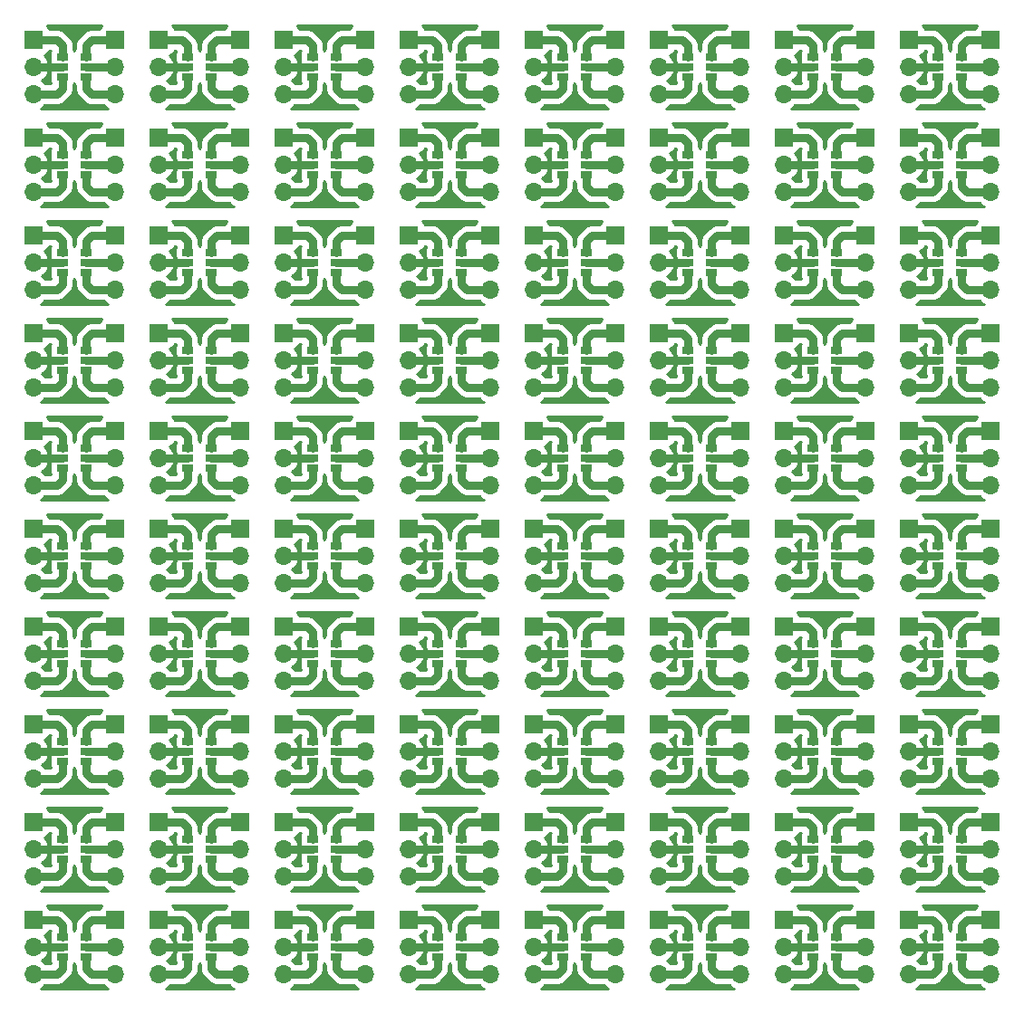
<source format=gbr>
G04 #@! TF.GenerationSoftware,KiCad,Pcbnew,(5.1.4)-1*
G04 #@! TF.CreationDate,2020-04-16T14:38:51+01:00*
G04 #@! TF.ProjectId,sot23Breakout,736f7432-3342-4726-9561-6b6f75742e6b,rev?*
G04 #@! TF.SameCoordinates,Original*
G04 #@! TF.FileFunction,Copper,L1,Top*
G04 #@! TF.FilePolarity,Positive*
%FSLAX46Y46*%
G04 Gerber Fmt 4.6, Leading zero omitted, Abs format (unit mm)*
G04 Created by KiCad (PCBNEW (5.1.4)-1) date 2020-04-16 14:38:51*
%MOMM*%
%LPD*%
G04 APERTURE LIST*
%ADD10R,1.700000X1.700000*%
%ADD11O,1.700000X1.700000*%
%ADD12R,1.060000X0.650000*%
%ADD13C,0.800000*%
%ADD14C,0.750000*%
%ADD15C,0.254000*%
G04 APERTURE END LIST*
D10*
X115084000Y-56142000D03*
D11*
X115084000Y-58682000D03*
X115084000Y-61222000D03*
D10*
X103378000Y-46990000D03*
D11*
X103378000Y-49530000D03*
X103378000Y-52070000D03*
X122704000Y-61222000D03*
X122704000Y-58682000D03*
D10*
X122704000Y-56142000D03*
X75968000Y-56142000D03*
D11*
X75968000Y-58682000D03*
X75968000Y-61222000D03*
D10*
X122704000Y-46998000D03*
D11*
X122704000Y-49538000D03*
X122704000Y-52078000D03*
D10*
X68348000Y-46998000D03*
D11*
X68348000Y-49538000D03*
X68348000Y-52078000D03*
D10*
X87630000Y-56134000D03*
D11*
X87630000Y-58674000D03*
X87630000Y-61214000D03*
D12*
X96626000Y-58682000D03*
X96626000Y-57732000D03*
X96626000Y-59632000D03*
X94426000Y-59632000D03*
X94426000Y-58682000D03*
X94426000Y-57732000D03*
D11*
X87630000Y-52070000D03*
X87630000Y-49530000D03*
D10*
X87630000Y-46990000D03*
D11*
X68348000Y-61222000D03*
X68348000Y-58682000D03*
D10*
X68348000Y-56142000D03*
X126746000Y-56134000D03*
D11*
X126746000Y-58674000D03*
X126746000Y-61214000D03*
D12*
X84920000Y-49530000D03*
X84920000Y-48580000D03*
X84920000Y-50480000D03*
X82720000Y-50480000D03*
X82720000Y-49530000D03*
X82720000Y-48580000D03*
D10*
X91716000Y-56142000D03*
D11*
X91716000Y-58682000D03*
X91716000Y-61222000D03*
X56642000Y-52070000D03*
X56642000Y-49530000D03*
D10*
X56642000Y-46990000D03*
D12*
X73258000Y-49538000D03*
X73258000Y-48588000D03*
X73258000Y-50488000D03*
X71058000Y-50488000D03*
X71058000Y-49538000D03*
X71058000Y-48588000D03*
X117794000Y-48588000D03*
X117794000Y-49538000D03*
X117794000Y-50488000D03*
X119994000Y-50488000D03*
X119994000Y-48588000D03*
X119994000Y-49538000D03*
D10*
X134366000Y-46990000D03*
D11*
X134366000Y-49530000D03*
X134366000Y-52070000D03*
X99336000Y-61222000D03*
X99336000Y-58682000D03*
D10*
X99336000Y-56142000D03*
D11*
X134366000Y-61214000D03*
X134366000Y-58674000D03*
D10*
X134366000Y-56134000D03*
D12*
X131656000Y-58674000D03*
X131656000Y-57724000D03*
X131656000Y-59624000D03*
X129456000Y-59624000D03*
X129456000Y-58674000D03*
X129456000Y-57724000D03*
D11*
X75968000Y-52078000D03*
X75968000Y-49538000D03*
D10*
X75968000Y-46998000D03*
X138452000Y-46998000D03*
D11*
X138452000Y-49538000D03*
X138452000Y-52078000D03*
X146072000Y-52078000D03*
X146072000Y-49538000D03*
D10*
X146072000Y-46998000D03*
D12*
X71058000Y-57732000D03*
X71058000Y-58682000D03*
X71058000Y-59632000D03*
X73258000Y-59632000D03*
X73258000Y-57732000D03*
X73258000Y-58682000D03*
D11*
X110998000Y-52070000D03*
X110998000Y-49530000D03*
D10*
X110998000Y-46990000D03*
D11*
X64262000Y-61214000D03*
X64262000Y-58674000D03*
D10*
X64262000Y-56134000D03*
D12*
X141162000Y-57732000D03*
X141162000Y-58682000D03*
X141162000Y-59632000D03*
X143362000Y-59632000D03*
X143362000Y-57732000D03*
X143362000Y-58682000D03*
X119994000Y-58682000D03*
X119994000Y-57732000D03*
X119994000Y-59632000D03*
X117794000Y-59632000D03*
X117794000Y-58682000D03*
X117794000Y-57732000D03*
X129456000Y-48580000D03*
X129456000Y-49530000D03*
X129456000Y-50480000D03*
X131656000Y-50480000D03*
X131656000Y-48580000D03*
X131656000Y-49530000D03*
D10*
X56642000Y-56134000D03*
D11*
X56642000Y-58674000D03*
X56642000Y-61214000D03*
X126746000Y-52070000D03*
X126746000Y-49530000D03*
D10*
X126746000Y-46990000D03*
X110998000Y-56134000D03*
D11*
X110998000Y-58674000D03*
X110998000Y-61214000D03*
X103378000Y-61214000D03*
X103378000Y-58674000D03*
D10*
X103378000Y-56134000D03*
D11*
X115084000Y-52078000D03*
X115084000Y-49538000D03*
D10*
X115084000Y-46998000D03*
D12*
X61552000Y-58674000D03*
X61552000Y-57724000D03*
X61552000Y-59624000D03*
X59352000Y-59624000D03*
X59352000Y-58674000D03*
X59352000Y-57724000D03*
D11*
X80010000Y-61214000D03*
X80010000Y-58674000D03*
D10*
X80010000Y-56134000D03*
D12*
X108288000Y-49530000D03*
X108288000Y-48580000D03*
X108288000Y-50480000D03*
X106088000Y-50480000D03*
X106088000Y-49530000D03*
X106088000Y-48580000D03*
X94426000Y-48588000D03*
X94426000Y-49538000D03*
X94426000Y-50488000D03*
X96626000Y-50488000D03*
X96626000Y-48588000D03*
X96626000Y-49538000D03*
X143362000Y-49538000D03*
X143362000Y-48588000D03*
X143362000Y-50488000D03*
X141162000Y-50488000D03*
X141162000Y-49538000D03*
X141162000Y-48588000D03*
X106088000Y-57724000D03*
X106088000Y-58674000D03*
X106088000Y-59624000D03*
X108288000Y-59624000D03*
X108288000Y-57724000D03*
X108288000Y-58674000D03*
X82720000Y-57724000D03*
X82720000Y-58674000D03*
X82720000Y-59624000D03*
X84920000Y-59624000D03*
X84920000Y-57724000D03*
X84920000Y-58674000D03*
D11*
X138452000Y-61222000D03*
X138452000Y-58682000D03*
D10*
X138452000Y-56142000D03*
D11*
X91716000Y-52078000D03*
X91716000Y-49538000D03*
D10*
X91716000Y-46998000D03*
X99336000Y-46998000D03*
D11*
X99336000Y-49538000D03*
X99336000Y-52078000D03*
D10*
X64262000Y-46990000D03*
D11*
X64262000Y-49530000D03*
X64262000Y-52070000D03*
D10*
X80010000Y-46990000D03*
D11*
X80010000Y-49530000D03*
X80010000Y-52070000D03*
D10*
X146072000Y-56142000D03*
D11*
X146072000Y-58682000D03*
X146072000Y-61222000D03*
D12*
X59352000Y-48580000D03*
X59352000Y-49530000D03*
X59352000Y-50480000D03*
X61552000Y-50480000D03*
X61552000Y-48580000D03*
X61552000Y-49530000D03*
X61552000Y-67818000D03*
X61552000Y-66868000D03*
X61552000Y-68768000D03*
X59352000Y-68768000D03*
X59352000Y-67818000D03*
X59352000Y-66868000D03*
X59352000Y-85156000D03*
X59352000Y-86106000D03*
X59352000Y-87056000D03*
X61552000Y-87056000D03*
X61552000Y-85156000D03*
X61552000Y-86106000D03*
D10*
X103378000Y-83566000D03*
D11*
X103378000Y-86106000D03*
X103378000Y-88646000D03*
D12*
X108288000Y-86106000D03*
X108288000Y-85156000D03*
X108288000Y-87056000D03*
X106088000Y-87056000D03*
X106088000Y-86106000D03*
X106088000Y-85156000D03*
D10*
X134366000Y-83566000D03*
D11*
X134366000Y-86106000D03*
X134366000Y-88646000D03*
X87630000Y-88646000D03*
X87630000Y-86106000D03*
D10*
X87630000Y-83566000D03*
D12*
X73258000Y-86114000D03*
X73258000Y-85164000D03*
X73258000Y-87064000D03*
X71058000Y-87064000D03*
X71058000Y-86114000D03*
X71058000Y-85164000D03*
D10*
X80010000Y-83566000D03*
D11*
X80010000Y-86106000D03*
X80010000Y-88646000D03*
D10*
X68348000Y-83574000D03*
D11*
X68348000Y-86114000D03*
X68348000Y-88654000D03*
X110998000Y-88646000D03*
X110998000Y-86106000D03*
D10*
X110998000Y-83566000D03*
D12*
X117794000Y-85164000D03*
X117794000Y-86114000D03*
X117794000Y-87064000D03*
X119994000Y-87064000D03*
X119994000Y-85164000D03*
X119994000Y-86114000D03*
D10*
X64262000Y-83566000D03*
D11*
X64262000Y-86106000D03*
X64262000Y-88646000D03*
D12*
X84920000Y-86106000D03*
X84920000Y-85156000D03*
X84920000Y-87056000D03*
X82720000Y-87056000D03*
X82720000Y-86106000D03*
X82720000Y-85156000D03*
D10*
X122704000Y-83574000D03*
D11*
X122704000Y-86114000D03*
X122704000Y-88654000D03*
D12*
X94426000Y-85164000D03*
X94426000Y-86114000D03*
X94426000Y-87064000D03*
X96626000Y-87064000D03*
X96626000Y-85164000D03*
X96626000Y-86114000D03*
D11*
X75968000Y-88654000D03*
X75968000Y-86114000D03*
D10*
X75968000Y-83574000D03*
D11*
X56642000Y-88646000D03*
X56642000Y-86106000D03*
D10*
X56642000Y-83566000D03*
X138452000Y-83574000D03*
D11*
X138452000Y-86114000D03*
X138452000Y-88654000D03*
X146072000Y-88654000D03*
X146072000Y-86114000D03*
D10*
X146072000Y-83574000D03*
X99336000Y-74430000D03*
D11*
X99336000Y-76970000D03*
X99336000Y-79510000D03*
X126746000Y-79502000D03*
X126746000Y-76962000D03*
D10*
X126746000Y-74422000D03*
D11*
X91716000Y-79510000D03*
X91716000Y-76970000D03*
D10*
X91716000Y-74430000D03*
X122704000Y-74430000D03*
D11*
X122704000Y-76970000D03*
X122704000Y-79510000D03*
D10*
X68348000Y-74430000D03*
D11*
X68348000Y-76970000D03*
X68348000Y-79510000D03*
X87630000Y-79502000D03*
X87630000Y-76962000D03*
D10*
X87630000Y-74422000D03*
D11*
X75968000Y-79510000D03*
X75968000Y-76970000D03*
D10*
X75968000Y-74430000D03*
D12*
X94426000Y-76020000D03*
X94426000Y-76970000D03*
X94426000Y-77920000D03*
X96626000Y-77920000D03*
X96626000Y-76020000D03*
X96626000Y-76970000D03*
X129456000Y-76012000D03*
X129456000Y-76962000D03*
X129456000Y-77912000D03*
X131656000Y-77912000D03*
X131656000Y-76012000D03*
X131656000Y-76962000D03*
D11*
X115084000Y-79510000D03*
X115084000Y-76970000D03*
D10*
X115084000Y-74430000D03*
X134366000Y-74422000D03*
D11*
X134366000Y-76962000D03*
X134366000Y-79502000D03*
D12*
X143362000Y-86114000D03*
X143362000Y-85164000D03*
X143362000Y-87064000D03*
X141162000Y-87064000D03*
X141162000Y-86114000D03*
X141162000Y-85164000D03*
D10*
X75968000Y-65286000D03*
D11*
X75968000Y-67826000D03*
X75968000Y-70366000D03*
D10*
X56642000Y-65278000D03*
D11*
X56642000Y-67818000D03*
X56642000Y-70358000D03*
X138452000Y-70366000D03*
X138452000Y-67826000D03*
D10*
X138452000Y-65286000D03*
D12*
X119994000Y-67826000D03*
X119994000Y-66876000D03*
X119994000Y-68776000D03*
X117794000Y-68776000D03*
X117794000Y-67826000D03*
X117794000Y-66876000D03*
D11*
X103378000Y-70358000D03*
X103378000Y-67818000D03*
D10*
X103378000Y-65278000D03*
X87630000Y-65278000D03*
D11*
X87630000Y-67818000D03*
X87630000Y-70358000D03*
D10*
X146072000Y-65286000D03*
D11*
X146072000Y-67826000D03*
X146072000Y-70366000D03*
X134366000Y-70358000D03*
X134366000Y-67818000D03*
D10*
X134366000Y-65278000D03*
D11*
X122704000Y-70366000D03*
X122704000Y-67826000D03*
D10*
X122704000Y-65286000D03*
D11*
X68348000Y-70366000D03*
X68348000Y-67826000D03*
D10*
X68348000Y-65286000D03*
D12*
X71058000Y-66876000D03*
X71058000Y-67826000D03*
X71058000Y-68776000D03*
X73258000Y-68776000D03*
X73258000Y-66876000D03*
X73258000Y-67826000D03*
X82720000Y-66868000D03*
X82720000Y-67818000D03*
X82720000Y-68768000D03*
X84920000Y-68768000D03*
X84920000Y-66868000D03*
X84920000Y-67818000D03*
D10*
X110998000Y-65278000D03*
D11*
X110998000Y-67818000D03*
X110998000Y-70358000D03*
D12*
X141162000Y-66876000D03*
X141162000Y-67826000D03*
X141162000Y-68776000D03*
X143362000Y-68776000D03*
X143362000Y-66876000D03*
X143362000Y-67826000D03*
X106088000Y-66868000D03*
X106088000Y-67818000D03*
X106088000Y-68768000D03*
X108288000Y-68768000D03*
X108288000Y-66868000D03*
X108288000Y-67818000D03*
D11*
X64262000Y-70358000D03*
X64262000Y-67818000D03*
D10*
X64262000Y-65278000D03*
D11*
X80010000Y-70358000D03*
X80010000Y-67818000D03*
D10*
X80010000Y-65278000D03*
D12*
X96626000Y-67826000D03*
X96626000Y-66876000D03*
X96626000Y-68776000D03*
X94426000Y-68776000D03*
X94426000Y-67826000D03*
X94426000Y-66876000D03*
D10*
X64262000Y-74422000D03*
D11*
X64262000Y-76962000D03*
X64262000Y-79502000D03*
D12*
X108288000Y-76962000D03*
X108288000Y-76012000D03*
X108288000Y-77912000D03*
X106088000Y-77912000D03*
X106088000Y-76962000D03*
X106088000Y-76012000D03*
X73258000Y-76970000D03*
X73258000Y-76020000D03*
X73258000Y-77920000D03*
X71058000Y-77920000D03*
X71058000Y-76970000D03*
X71058000Y-76020000D03*
X131656000Y-67818000D03*
X131656000Y-66868000D03*
X131656000Y-68768000D03*
X129456000Y-68768000D03*
X129456000Y-67818000D03*
X129456000Y-66868000D03*
X143362000Y-76970000D03*
X143362000Y-76020000D03*
X143362000Y-77920000D03*
X141162000Y-77920000D03*
X141162000Y-76970000D03*
X141162000Y-76020000D03*
D11*
X56642000Y-79502000D03*
X56642000Y-76962000D03*
D10*
X56642000Y-74422000D03*
X138452000Y-74430000D03*
D11*
X138452000Y-76970000D03*
X138452000Y-79510000D03*
D10*
X126746000Y-65278000D03*
D11*
X126746000Y-67818000D03*
X126746000Y-70358000D03*
X146072000Y-79510000D03*
X146072000Y-76970000D03*
D10*
X146072000Y-74430000D03*
D11*
X110998000Y-79502000D03*
X110998000Y-76962000D03*
D10*
X110998000Y-74422000D03*
X91716000Y-65286000D03*
D11*
X91716000Y-67826000D03*
X91716000Y-70366000D03*
D10*
X80010000Y-74422000D03*
D11*
X80010000Y-76962000D03*
X80010000Y-79502000D03*
D12*
X84920000Y-76962000D03*
X84920000Y-76012000D03*
X84920000Y-77912000D03*
X82720000Y-77912000D03*
X82720000Y-76962000D03*
X82720000Y-76012000D03*
D11*
X99336000Y-70366000D03*
X99336000Y-67826000D03*
D10*
X99336000Y-65286000D03*
X103378000Y-74422000D03*
D11*
X103378000Y-76962000D03*
X103378000Y-79502000D03*
D10*
X115084000Y-65286000D03*
D11*
X115084000Y-67826000D03*
X115084000Y-70366000D03*
D12*
X59352000Y-76012000D03*
X59352000Y-76962000D03*
X59352000Y-77912000D03*
X61552000Y-77912000D03*
X61552000Y-76012000D03*
X61552000Y-76962000D03*
X117794000Y-76020000D03*
X117794000Y-76970000D03*
X117794000Y-77920000D03*
X119994000Y-77920000D03*
X119994000Y-76020000D03*
X119994000Y-76970000D03*
X141162000Y-94308000D03*
X141162000Y-95258000D03*
X141162000Y-96208000D03*
X143362000Y-96208000D03*
X143362000Y-94308000D03*
X143362000Y-95258000D03*
D10*
X56642000Y-92710000D03*
D11*
X56642000Y-95250000D03*
X56642000Y-97790000D03*
X138452000Y-97798000D03*
X138452000Y-95258000D03*
D10*
X138452000Y-92718000D03*
X146072000Y-92718000D03*
D11*
X146072000Y-95258000D03*
X146072000Y-97798000D03*
D12*
X61552000Y-95250000D03*
X61552000Y-94300000D03*
X61552000Y-96200000D03*
X59352000Y-96200000D03*
X59352000Y-95250000D03*
X59352000Y-94300000D03*
D11*
X64262000Y-97790000D03*
X64262000Y-95250000D03*
D10*
X64262000Y-92710000D03*
D12*
X119994000Y-95258000D03*
X119994000Y-94308000D03*
X119994000Y-96208000D03*
X117794000Y-96208000D03*
X117794000Y-95258000D03*
X117794000Y-94308000D03*
D10*
X99336000Y-83574000D03*
D11*
X99336000Y-86114000D03*
X99336000Y-88654000D03*
X126746000Y-88646000D03*
X126746000Y-86106000D03*
D10*
X126746000Y-83566000D03*
X110998000Y-92710000D03*
D11*
X110998000Y-95250000D03*
X110998000Y-97790000D03*
D12*
X129456000Y-85156000D03*
X129456000Y-86106000D03*
X129456000Y-87056000D03*
X131656000Y-87056000D03*
X131656000Y-85156000D03*
X131656000Y-86106000D03*
D11*
X115084000Y-88654000D03*
X115084000Y-86114000D03*
D10*
X115084000Y-83574000D03*
D11*
X103378000Y-97790000D03*
X103378000Y-95250000D03*
D10*
X103378000Y-92710000D03*
D11*
X91716000Y-88654000D03*
X91716000Y-86114000D03*
D10*
X91716000Y-83574000D03*
D12*
X106088000Y-94300000D03*
X106088000Y-95250000D03*
X106088000Y-96200000D03*
X108288000Y-96200000D03*
X108288000Y-94300000D03*
X108288000Y-95250000D03*
X71058000Y-94308000D03*
X71058000Y-95258000D03*
X71058000Y-96208000D03*
X73258000Y-96208000D03*
X73258000Y-94308000D03*
X73258000Y-95258000D03*
D11*
X80010000Y-97790000D03*
X80010000Y-95250000D03*
D10*
X80010000Y-92710000D03*
D12*
X82720000Y-94300000D03*
X82720000Y-95250000D03*
X82720000Y-96200000D03*
X84920000Y-96200000D03*
X84920000Y-94300000D03*
X84920000Y-95250000D03*
D11*
X134366000Y-97790000D03*
X134366000Y-95250000D03*
D10*
X134366000Y-92710000D03*
D11*
X122704000Y-97798000D03*
X122704000Y-95258000D03*
D10*
X122704000Y-92718000D03*
D11*
X68348000Y-97798000D03*
X68348000Y-95258000D03*
D10*
X68348000Y-92718000D03*
X87630000Y-92710000D03*
D11*
X87630000Y-95250000D03*
X87630000Y-97790000D03*
D10*
X75968000Y-92718000D03*
D11*
X75968000Y-95258000D03*
X75968000Y-97798000D03*
D12*
X96626000Y-95258000D03*
X96626000Y-94308000D03*
X96626000Y-96208000D03*
X94426000Y-96208000D03*
X94426000Y-95258000D03*
X94426000Y-94308000D03*
D10*
X91716000Y-92718000D03*
D11*
X91716000Y-95258000D03*
X91716000Y-97798000D03*
X99336000Y-97798000D03*
X99336000Y-95258000D03*
D10*
X99336000Y-92718000D03*
X115084000Y-92718000D03*
D11*
X115084000Y-95258000D03*
X115084000Y-97798000D03*
D12*
X131656000Y-95250000D03*
X131656000Y-94300000D03*
X131656000Y-96200000D03*
X129456000Y-96200000D03*
X129456000Y-95250000D03*
X129456000Y-94300000D03*
D10*
X126746000Y-92710000D03*
D11*
X126746000Y-95250000D03*
X126746000Y-97790000D03*
D12*
X59352000Y-103444000D03*
X59352000Y-104394000D03*
X59352000Y-105344000D03*
X61552000Y-105344000D03*
X61552000Y-103444000D03*
X61552000Y-104394000D03*
D10*
X103378000Y-101854000D03*
D11*
X103378000Y-104394000D03*
X103378000Y-106934000D03*
D12*
X108288000Y-104394000D03*
X108288000Y-103444000D03*
X108288000Y-105344000D03*
X106088000Y-105344000D03*
X106088000Y-104394000D03*
X106088000Y-103444000D03*
D10*
X134366000Y-101854000D03*
D11*
X134366000Y-104394000D03*
X134366000Y-106934000D03*
X87630000Y-106934000D03*
X87630000Y-104394000D03*
D10*
X87630000Y-101854000D03*
D12*
X73258000Y-104402000D03*
X73258000Y-103452000D03*
X73258000Y-105352000D03*
X71058000Y-105352000D03*
X71058000Y-104402000D03*
X71058000Y-103452000D03*
D10*
X80010000Y-101854000D03*
D11*
X80010000Y-104394000D03*
X80010000Y-106934000D03*
D10*
X68348000Y-101862000D03*
D11*
X68348000Y-104402000D03*
X68348000Y-106942000D03*
X110998000Y-106934000D03*
X110998000Y-104394000D03*
D10*
X110998000Y-101854000D03*
D12*
X117794000Y-103452000D03*
X117794000Y-104402000D03*
X117794000Y-105352000D03*
X119994000Y-105352000D03*
X119994000Y-103452000D03*
X119994000Y-104402000D03*
D10*
X64262000Y-101854000D03*
D11*
X64262000Y-104394000D03*
X64262000Y-106934000D03*
D12*
X84920000Y-104394000D03*
X84920000Y-103444000D03*
X84920000Y-105344000D03*
X82720000Y-105344000D03*
X82720000Y-104394000D03*
X82720000Y-103444000D03*
D10*
X122704000Y-101862000D03*
D11*
X122704000Y-104402000D03*
X122704000Y-106942000D03*
D12*
X94426000Y-103452000D03*
X94426000Y-104402000D03*
X94426000Y-105352000D03*
X96626000Y-105352000D03*
X96626000Y-103452000D03*
X96626000Y-104402000D03*
D11*
X75968000Y-106942000D03*
X75968000Y-104402000D03*
D10*
X75968000Y-101862000D03*
D11*
X56642000Y-106934000D03*
X56642000Y-104394000D03*
D10*
X56642000Y-101854000D03*
X138452000Y-101862000D03*
D11*
X138452000Y-104402000D03*
X138452000Y-106942000D03*
X146072000Y-106942000D03*
X146072000Y-104402000D03*
D10*
X146072000Y-101862000D03*
D12*
X143362000Y-104402000D03*
X143362000Y-103452000D03*
X143362000Y-105352000D03*
X141162000Y-105352000D03*
X141162000Y-104402000D03*
X141162000Y-103452000D03*
X141162000Y-112596000D03*
X141162000Y-113546000D03*
X141162000Y-114496000D03*
X143362000Y-114496000D03*
X143362000Y-112596000D03*
X143362000Y-113546000D03*
D10*
X56642000Y-110998000D03*
D11*
X56642000Y-113538000D03*
X56642000Y-116078000D03*
X138452000Y-116086000D03*
X138452000Y-113546000D03*
D10*
X138452000Y-111006000D03*
X146072000Y-111006000D03*
D11*
X146072000Y-113546000D03*
X146072000Y-116086000D03*
D12*
X61552000Y-113538000D03*
X61552000Y-112588000D03*
X61552000Y-114488000D03*
X59352000Y-114488000D03*
X59352000Y-113538000D03*
X59352000Y-112588000D03*
D11*
X64262000Y-116078000D03*
X64262000Y-113538000D03*
D10*
X64262000Y-110998000D03*
D12*
X119994000Y-113546000D03*
X119994000Y-112596000D03*
X119994000Y-114496000D03*
X117794000Y-114496000D03*
X117794000Y-113546000D03*
X117794000Y-112596000D03*
D10*
X99336000Y-101862000D03*
D11*
X99336000Y-104402000D03*
X99336000Y-106942000D03*
X126746000Y-106934000D03*
X126746000Y-104394000D03*
D10*
X126746000Y-101854000D03*
X110998000Y-110998000D03*
D11*
X110998000Y-113538000D03*
X110998000Y-116078000D03*
D12*
X129456000Y-103444000D03*
X129456000Y-104394000D03*
X129456000Y-105344000D03*
X131656000Y-105344000D03*
X131656000Y-103444000D03*
X131656000Y-104394000D03*
D11*
X115084000Y-106942000D03*
X115084000Y-104402000D03*
D10*
X115084000Y-101862000D03*
D11*
X103378000Y-116078000D03*
X103378000Y-113538000D03*
D10*
X103378000Y-110998000D03*
D11*
X91716000Y-106942000D03*
X91716000Y-104402000D03*
D10*
X91716000Y-101862000D03*
D12*
X106088000Y-112588000D03*
X106088000Y-113538000D03*
X106088000Y-114488000D03*
X108288000Y-114488000D03*
X108288000Y-112588000D03*
X108288000Y-113538000D03*
X71058000Y-112596000D03*
X71058000Y-113546000D03*
X71058000Y-114496000D03*
X73258000Y-114496000D03*
X73258000Y-112596000D03*
X73258000Y-113546000D03*
D11*
X80010000Y-116078000D03*
X80010000Y-113538000D03*
D10*
X80010000Y-110998000D03*
D12*
X82720000Y-112588000D03*
X82720000Y-113538000D03*
X82720000Y-114488000D03*
X84920000Y-114488000D03*
X84920000Y-112588000D03*
X84920000Y-113538000D03*
D11*
X134366000Y-116078000D03*
X134366000Y-113538000D03*
D10*
X134366000Y-110998000D03*
D11*
X122704000Y-116086000D03*
X122704000Y-113546000D03*
D10*
X122704000Y-111006000D03*
D11*
X68348000Y-116086000D03*
X68348000Y-113546000D03*
D10*
X68348000Y-111006000D03*
X87630000Y-110998000D03*
D11*
X87630000Y-113538000D03*
X87630000Y-116078000D03*
D10*
X75968000Y-111006000D03*
D11*
X75968000Y-113546000D03*
X75968000Y-116086000D03*
D12*
X96626000Y-113546000D03*
X96626000Y-112596000D03*
X96626000Y-114496000D03*
X94426000Y-114496000D03*
X94426000Y-113546000D03*
X94426000Y-112596000D03*
D10*
X91716000Y-111006000D03*
D11*
X91716000Y-113546000D03*
X91716000Y-116086000D03*
X99336000Y-116086000D03*
X99336000Y-113546000D03*
D10*
X99336000Y-111006000D03*
X115084000Y-111006000D03*
D11*
X115084000Y-113546000D03*
X115084000Y-116086000D03*
D12*
X131656000Y-113538000D03*
X131656000Y-112588000D03*
X131656000Y-114488000D03*
X129456000Y-114488000D03*
X129456000Y-113538000D03*
X129456000Y-112588000D03*
D10*
X126746000Y-110998000D03*
D11*
X126746000Y-113538000D03*
X126746000Y-116078000D03*
D12*
X141162000Y-121740000D03*
X141162000Y-122690000D03*
X141162000Y-123640000D03*
X143362000Y-123640000D03*
X143362000Y-121740000D03*
X143362000Y-122690000D03*
D10*
X56642000Y-120142000D03*
D11*
X56642000Y-122682000D03*
X56642000Y-125222000D03*
X138452000Y-125230000D03*
X138452000Y-122690000D03*
D10*
X138452000Y-120150000D03*
X146072000Y-120150000D03*
D11*
X146072000Y-122690000D03*
X146072000Y-125230000D03*
D12*
X61552000Y-122682000D03*
X61552000Y-121732000D03*
X61552000Y-123632000D03*
X59352000Y-123632000D03*
X59352000Y-122682000D03*
X59352000Y-121732000D03*
D11*
X64262000Y-125222000D03*
X64262000Y-122682000D03*
D10*
X64262000Y-120142000D03*
D12*
X119994000Y-122690000D03*
X119994000Y-121740000D03*
X119994000Y-123640000D03*
X117794000Y-123640000D03*
X117794000Y-122690000D03*
X117794000Y-121740000D03*
D10*
X110998000Y-120142000D03*
D11*
X110998000Y-122682000D03*
X110998000Y-125222000D03*
X103378000Y-125222000D03*
X103378000Y-122682000D03*
D10*
X103378000Y-120142000D03*
D12*
X106088000Y-121732000D03*
X106088000Y-122682000D03*
X106088000Y-123632000D03*
X108288000Y-123632000D03*
X108288000Y-121732000D03*
X108288000Y-122682000D03*
X71058000Y-121740000D03*
X71058000Y-122690000D03*
X71058000Y-123640000D03*
X73258000Y-123640000D03*
X73258000Y-121740000D03*
X73258000Y-122690000D03*
D11*
X80010000Y-125222000D03*
X80010000Y-122682000D03*
D10*
X80010000Y-120142000D03*
D12*
X82720000Y-121732000D03*
X82720000Y-122682000D03*
X82720000Y-123632000D03*
X84920000Y-123632000D03*
X84920000Y-121732000D03*
X84920000Y-122682000D03*
D11*
X134366000Y-125222000D03*
X134366000Y-122682000D03*
D10*
X134366000Y-120142000D03*
D11*
X122704000Y-125230000D03*
X122704000Y-122690000D03*
D10*
X122704000Y-120150000D03*
D11*
X68348000Y-125230000D03*
X68348000Y-122690000D03*
D10*
X68348000Y-120150000D03*
X87630000Y-120142000D03*
D11*
X87630000Y-122682000D03*
X87630000Y-125222000D03*
D10*
X75968000Y-120150000D03*
D11*
X75968000Y-122690000D03*
X75968000Y-125230000D03*
D12*
X96626000Y-122690000D03*
X96626000Y-121740000D03*
X96626000Y-123640000D03*
X94426000Y-123640000D03*
X94426000Y-122690000D03*
X94426000Y-121740000D03*
D10*
X91716000Y-120150000D03*
D11*
X91716000Y-122690000D03*
X91716000Y-125230000D03*
X99336000Y-125230000D03*
X99336000Y-122690000D03*
D10*
X99336000Y-120150000D03*
X115084000Y-120150000D03*
D11*
X115084000Y-122690000D03*
X115084000Y-125230000D03*
D12*
X131656000Y-122682000D03*
X131656000Y-121732000D03*
X131656000Y-123632000D03*
X129456000Y-123632000D03*
X129456000Y-122682000D03*
X129456000Y-121732000D03*
D10*
X126746000Y-120142000D03*
D11*
X126746000Y-122682000D03*
X126746000Y-125222000D03*
D10*
X103378000Y-129286000D03*
D11*
X103378000Y-131826000D03*
X103378000Y-134366000D03*
D12*
X108288000Y-131826000D03*
X108288000Y-130876000D03*
X108288000Y-132776000D03*
X106088000Y-132776000D03*
X106088000Y-131826000D03*
X106088000Y-130876000D03*
D11*
X110998000Y-134366000D03*
X110998000Y-131826000D03*
D10*
X110998000Y-129286000D03*
D12*
X117794000Y-130884000D03*
X117794000Y-131834000D03*
X117794000Y-132784000D03*
X119994000Y-132784000D03*
X119994000Y-130884000D03*
X119994000Y-131834000D03*
D11*
X126746000Y-134366000D03*
X126746000Y-131826000D03*
D10*
X126746000Y-129286000D03*
D12*
X129456000Y-130876000D03*
X129456000Y-131826000D03*
X129456000Y-132776000D03*
X131656000Y-132776000D03*
X131656000Y-130876000D03*
X131656000Y-131826000D03*
D11*
X115084000Y-134374000D03*
X115084000Y-131834000D03*
D10*
X115084000Y-129294000D03*
X134366000Y-129286000D03*
D11*
X134366000Y-131826000D03*
X134366000Y-134366000D03*
D10*
X122704000Y-129294000D03*
D11*
X122704000Y-131834000D03*
X122704000Y-134374000D03*
D12*
X143362000Y-131834000D03*
X143362000Y-130884000D03*
X143362000Y-132784000D03*
X141162000Y-132784000D03*
X141162000Y-131834000D03*
X141162000Y-130884000D03*
D10*
X138452000Y-129294000D03*
D11*
X138452000Y-131834000D03*
X138452000Y-134374000D03*
X146072000Y-134374000D03*
X146072000Y-131834000D03*
D10*
X146072000Y-129294000D03*
X80010000Y-129286000D03*
D11*
X80010000Y-131826000D03*
X80010000Y-134366000D03*
D12*
X84920000Y-131826000D03*
X84920000Y-130876000D03*
X84920000Y-132776000D03*
X82720000Y-132776000D03*
X82720000Y-131826000D03*
X82720000Y-130876000D03*
D11*
X87630000Y-134366000D03*
X87630000Y-131826000D03*
D10*
X87630000Y-129286000D03*
D12*
X94426000Y-130884000D03*
X94426000Y-131834000D03*
X94426000Y-132784000D03*
X96626000Y-132784000D03*
X96626000Y-130884000D03*
X96626000Y-131834000D03*
D11*
X91716000Y-134374000D03*
X91716000Y-131834000D03*
D10*
X91716000Y-129294000D03*
X99336000Y-129294000D03*
D11*
X99336000Y-131834000D03*
X99336000Y-134374000D03*
D10*
X68348000Y-129294000D03*
D11*
X68348000Y-131834000D03*
X68348000Y-134374000D03*
D12*
X73258000Y-131834000D03*
X73258000Y-130884000D03*
X73258000Y-132784000D03*
X71058000Y-132784000D03*
X71058000Y-131834000D03*
X71058000Y-130884000D03*
D11*
X75968000Y-134374000D03*
X75968000Y-131834000D03*
D10*
X75968000Y-129294000D03*
D11*
X56642000Y-134366000D03*
X56642000Y-131826000D03*
D10*
X56642000Y-129286000D03*
X64262000Y-129286000D03*
D11*
X64262000Y-131826000D03*
X64262000Y-134366000D03*
D12*
X59352000Y-130876000D03*
X59352000Y-131826000D03*
X59352000Y-132776000D03*
X61552000Y-132776000D03*
X61552000Y-130876000D03*
X61552000Y-131826000D03*
D13*
X72158000Y-135136000D03*
X72158000Y-128532000D03*
X95526000Y-135136000D03*
X95526000Y-128532000D03*
X83820000Y-135128000D03*
X83820000Y-128524000D03*
X130556000Y-128524000D03*
X142262000Y-128532000D03*
X142262000Y-135136000D03*
X118894000Y-135136000D03*
X118894000Y-128532000D03*
X130556000Y-135128000D03*
X107188000Y-135128000D03*
X107188000Y-128524000D03*
X83820000Y-119380000D03*
X142262000Y-125992000D03*
X95526000Y-119388000D03*
X130556000Y-125984000D03*
X107188000Y-119380000D03*
X118894000Y-119388000D03*
X142262000Y-119388000D03*
X118894000Y-125992000D03*
X95526000Y-125992000D03*
X130556000Y-119380000D03*
X107188000Y-125984000D03*
X72158000Y-125992000D03*
X72158000Y-119388000D03*
X83820000Y-125984000D03*
X60452000Y-125984000D03*
X60452000Y-119380000D03*
X118894000Y-107704000D03*
X83820000Y-110236000D03*
X95526000Y-107704000D03*
X83820000Y-101092000D03*
X130556000Y-101092000D03*
X107188000Y-107696000D03*
X60452000Y-107696000D03*
X60452000Y-101092000D03*
X142262000Y-116848000D03*
X95526000Y-110244000D03*
X130556000Y-116840000D03*
X107188000Y-110236000D03*
X118894000Y-110244000D03*
X142262000Y-110244000D03*
X118894000Y-116848000D03*
X130556000Y-107696000D03*
X118894000Y-101100000D03*
X142262000Y-107704000D03*
X95526000Y-116848000D03*
X130556000Y-110236000D03*
X107188000Y-116840000D03*
X95526000Y-101100000D03*
X107188000Y-101092000D03*
X142262000Y-101100000D03*
X72158000Y-107704000D03*
X72158000Y-101100000D03*
X83820000Y-107696000D03*
X72158000Y-116848000D03*
X72158000Y-110244000D03*
X83820000Y-116840000D03*
X60452000Y-116840000D03*
X60452000Y-110236000D03*
X118894000Y-89416000D03*
X83820000Y-91948000D03*
X95526000Y-89416000D03*
X83820000Y-82804000D03*
X130556000Y-82804000D03*
X107188000Y-89408000D03*
X60452000Y-89408000D03*
X60452000Y-82804000D03*
X142262000Y-98560000D03*
X95526000Y-91956000D03*
X130556000Y-98552000D03*
X107188000Y-91948000D03*
X118894000Y-91956000D03*
X142262000Y-91956000D03*
X118894000Y-98560000D03*
X130556000Y-89408000D03*
X118894000Y-82812000D03*
X142262000Y-89416000D03*
X95526000Y-98560000D03*
X130556000Y-91948000D03*
X107188000Y-98552000D03*
X95526000Y-82812000D03*
X107188000Y-82804000D03*
X142262000Y-82812000D03*
X72158000Y-89416000D03*
X72158000Y-82812000D03*
X83820000Y-89408000D03*
X83820000Y-64516000D03*
X83820000Y-73660000D03*
X83820000Y-71120000D03*
X95526000Y-73668000D03*
X107188000Y-73660000D03*
X60452000Y-71120000D03*
X72158000Y-71128000D03*
X95526000Y-71128000D03*
X95526000Y-64524000D03*
X130556000Y-64516000D03*
X118894000Y-71128000D03*
X60452000Y-64516000D03*
X118894000Y-80272000D03*
X142262000Y-80272000D03*
X83820000Y-80264000D03*
X142262000Y-64524000D03*
X72158000Y-80272000D03*
X130556000Y-80264000D03*
X60452000Y-73660000D03*
X60452000Y-80264000D03*
X72158000Y-73668000D03*
X130556000Y-73660000D03*
X130556000Y-71120000D03*
X107188000Y-80264000D03*
X107188000Y-71120000D03*
X142262000Y-71128000D03*
X142262000Y-73668000D03*
X72158000Y-64524000D03*
X95526000Y-80272000D03*
X118894000Y-73668000D03*
X107188000Y-64516000D03*
X118894000Y-64524000D03*
X72158000Y-98560000D03*
X72158000Y-91956000D03*
X83820000Y-98552000D03*
X60452000Y-98552000D03*
X60452000Y-91948000D03*
X107188000Y-55372000D03*
X72158000Y-52840000D03*
X83820000Y-55372000D03*
X95526000Y-52840000D03*
X95526000Y-46236000D03*
X83820000Y-52832000D03*
X130556000Y-46228000D03*
X60452000Y-52832000D03*
X118894000Y-52840000D03*
X83820000Y-46228000D03*
X95526000Y-55380000D03*
X107188000Y-46228000D03*
X118894000Y-61984000D03*
X142262000Y-46236000D03*
X72158000Y-55380000D03*
X118894000Y-55380000D03*
X142262000Y-52840000D03*
X130556000Y-55372000D03*
X72158000Y-61984000D03*
X60452000Y-55372000D03*
X142262000Y-61984000D03*
X72158000Y-46236000D03*
X95526000Y-61984000D03*
X107188000Y-52832000D03*
X60452000Y-46228000D03*
X83820000Y-61976000D03*
X130556000Y-61976000D03*
X118894000Y-46236000D03*
X60452000Y-61976000D03*
X142262000Y-55380000D03*
X107188000Y-61976000D03*
X130556000Y-52832000D03*
X60452000Y-135128000D03*
X60452000Y-128524000D03*
D14*
X70543000Y-134374000D02*
X68348000Y-134374000D01*
X71058000Y-133859000D02*
X70543000Y-134374000D01*
X71058000Y-132784000D02*
X71058000Y-133859000D01*
X71058000Y-131834000D02*
X68348000Y-131834000D01*
X71058000Y-130884000D02*
X71058000Y-129809000D01*
X70543000Y-129294000D02*
X68348000Y-129294000D01*
X71058000Y-129809000D02*
X70543000Y-129294000D01*
X73258000Y-129809000D02*
X73773000Y-129294000D01*
X73258000Y-130884000D02*
X73258000Y-129809000D01*
X73773000Y-129294000D02*
X75968000Y-129294000D01*
X73258000Y-131834000D02*
X75968000Y-131834000D01*
X73258000Y-133859000D02*
X73773000Y-134374000D01*
X73258000Y-132784000D02*
X73258000Y-133859000D01*
X73773000Y-134374000D02*
X75968000Y-134374000D01*
X96626000Y-132784000D02*
X96626000Y-133859000D01*
X97141000Y-134374000D02*
X99336000Y-134374000D01*
X96626000Y-133859000D02*
X97141000Y-134374000D01*
X94426000Y-133859000D02*
X93911000Y-134374000D01*
X94426000Y-129809000D02*
X93911000Y-129294000D01*
X94426000Y-132784000D02*
X94426000Y-133859000D01*
X93911000Y-134374000D02*
X91716000Y-134374000D01*
X94426000Y-130884000D02*
X94426000Y-129809000D01*
X94426000Y-131834000D02*
X91716000Y-131834000D01*
X96626000Y-130884000D02*
X96626000Y-129809000D01*
X97141000Y-129294000D02*
X99336000Y-129294000D01*
X96626000Y-129809000D02*
X97141000Y-129294000D01*
X96626000Y-131834000D02*
X99336000Y-131834000D01*
X93911000Y-129294000D02*
X91716000Y-129294000D01*
X82205000Y-134366000D02*
X80010000Y-134366000D01*
X82720000Y-133851000D02*
X82205000Y-134366000D01*
X82720000Y-132776000D02*
X82720000Y-133851000D01*
X82720000Y-131826000D02*
X80010000Y-131826000D01*
X82720000Y-130876000D02*
X82720000Y-129801000D01*
X82205000Y-129286000D02*
X80010000Y-129286000D01*
X82720000Y-129801000D02*
X82205000Y-129286000D01*
X84920000Y-129801000D02*
X85435000Y-129286000D01*
X84920000Y-130876000D02*
X84920000Y-129801000D01*
X85435000Y-129286000D02*
X87630000Y-129286000D01*
X84920000Y-131826000D02*
X87630000Y-131826000D01*
X84920000Y-133851000D02*
X85435000Y-134366000D01*
X84920000Y-132776000D02*
X84920000Y-133851000D01*
X85435000Y-134366000D02*
X87630000Y-134366000D01*
X132171000Y-134366000D02*
X134366000Y-134366000D01*
X128941000Y-134366000D02*
X126746000Y-134366000D01*
X129456000Y-130876000D02*
X129456000Y-129801000D01*
X143362000Y-132784000D02*
X143362000Y-133859000D01*
X129456000Y-131826000D02*
X126746000Y-131826000D01*
X128941000Y-129286000D02*
X126746000Y-129286000D01*
X131656000Y-129801000D02*
X132171000Y-129286000D01*
X131656000Y-130876000D02*
X131656000Y-129801000D01*
X143877000Y-134374000D02*
X146072000Y-134374000D01*
X119994000Y-132784000D02*
X119994000Y-133859000D01*
X129456000Y-133851000D02*
X128941000Y-134366000D01*
X129456000Y-129801000D02*
X128941000Y-129286000D01*
X120509000Y-134374000D02*
X122704000Y-134374000D01*
X119994000Y-133859000D02*
X120509000Y-134374000D01*
X117794000Y-133859000D02*
X117279000Y-134374000D01*
X117794000Y-129809000D02*
X117279000Y-129294000D01*
X117794000Y-132784000D02*
X117794000Y-133859000D01*
X117279000Y-134374000D02*
X115084000Y-134374000D01*
X117794000Y-130884000D02*
X117794000Y-129809000D01*
X117794000Y-131834000D02*
X115084000Y-131834000D01*
X119994000Y-130884000D02*
X119994000Y-129809000D01*
X120509000Y-129294000D02*
X122704000Y-129294000D01*
X119994000Y-129809000D02*
X120509000Y-129294000D01*
X119994000Y-131834000D02*
X122704000Y-131834000D01*
X117279000Y-129294000D02*
X115084000Y-129294000D01*
X140647000Y-134374000D02*
X138452000Y-134374000D01*
X143362000Y-131834000D02*
X146072000Y-131834000D01*
X140647000Y-129294000D02*
X138452000Y-129294000D01*
X141162000Y-133859000D02*
X140647000Y-134374000D01*
X143362000Y-133859000D02*
X143877000Y-134374000D01*
X143877000Y-129294000D02*
X146072000Y-129294000D01*
X141162000Y-130884000D02*
X141162000Y-129809000D01*
X143362000Y-129809000D02*
X143877000Y-129294000D01*
X143362000Y-130884000D02*
X143362000Y-129809000D01*
X141162000Y-132784000D02*
X141162000Y-133859000D01*
X141162000Y-131834000D02*
X138452000Y-131834000D01*
X141162000Y-129809000D02*
X140647000Y-129294000D01*
X131656000Y-133851000D02*
X132171000Y-134366000D01*
X131656000Y-131826000D02*
X134366000Y-131826000D01*
X132171000Y-129286000D02*
X134366000Y-129286000D01*
X129456000Y-132776000D02*
X129456000Y-133851000D01*
X131656000Y-132776000D02*
X131656000Y-133851000D01*
X105573000Y-134366000D02*
X103378000Y-134366000D01*
X106088000Y-133851000D02*
X105573000Y-134366000D01*
X106088000Y-132776000D02*
X106088000Y-133851000D01*
X106088000Y-131826000D02*
X103378000Y-131826000D01*
X106088000Y-130876000D02*
X106088000Y-129801000D01*
X105573000Y-129286000D02*
X103378000Y-129286000D01*
X106088000Y-129801000D02*
X105573000Y-129286000D01*
X108288000Y-129801000D02*
X108803000Y-129286000D01*
X108288000Y-130876000D02*
X108288000Y-129801000D01*
X108803000Y-129286000D02*
X110998000Y-129286000D01*
X108288000Y-131826000D02*
X110998000Y-131826000D01*
X108288000Y-133851000D02*
X108803000Y-134366000D01*
X108288000Y-132776000D02*
X108288000Y-133851000D01*
X108803000Y-134366000D02*
X110998000Y-134366000D01*
X85435000Y-125222000D02*
X87630000Y-125222000D01*
X82205000Y-125222000D02*
X80010000Y-125222000D01*
X82720000Y-121732000D02*
X82720000Y-120657000D01*
X96626000Y-123640000D02*
X96626000Y-124715000D01*
X82720000Y-122682000D02*
X80010000Y-122682000D01*
X82205000Y-120142000D02*
X80010000Y-120142000D01*
X84920000Y-120657000D02*
X85435000Y-120142000D01*
X84920000Y-121732000D02*
X84920000Y-120657000D01*
X97141000Y-125230000D02*
X99336000Y-125230000D01*
X73258000Y-123640000D02*
X73258000Y-124715000D01*
X82720000Y-124707000D02*
X82205000Y-125222000D01*
X82720000Y-120657000D02*
X82205000Y-120142000D01*
X73773000Y-125230000D02*
X75968000Y-125230000D01*
X73258000Y-124715000D02*
X73773000Y-125230000D01*
X71058000Y-124715000D02*
X70543000Y-125230000D01*
X71058000Y-120665000D02*
X70543000Y-120150000D01*
X71058000Y-123640000D02*
X71058000Y-124715000D01*
X70543000Y-125230000D02*
X68348000Y-125230000D01*
X71058000Y-121740000D02*
X71058000Y-120665000D01*
X71058000Y-122690000D02*
X68348000Y-122690000D01*
X73258000Y-121740000D02*
X73258000Y-120665000D01*
X73773000Y-120150000D02*
X75968000Y-120150000D01*
X73258000Y-120665000D02*
X73773000Y-120150000D01*
X73258000Y-122690000D02*
X75968000Y-122690000D01*
X70543000Y-120150000D02*
X68348000Y-120150000D01*
X93911000Y-125230000D02*
X91716000Y-125230000D01*
X96626000Y-122690000D02*
X99336000Y-122690000D01*
X93911000Y-120150000D02*
X91716000Y-120150000D01*
X94426000Y-124715000D02*
X93911000Y-125230000D01*
X96626000Y-124715000D02*
X97141000Y-125230000D01*
X97141000Y-120150000D02*
X99336000Y-120150000D01*
X94426000Y-121740000D02*
X94426000Y-120665000D01*
X96626000Y-120665000D02*
X97141000Y-120150000D01*
X96626000Y-121740000D02*
X96626000Y-120665000D01*
X94426000Y-123640000D02*
X94426000Y-124715000D01*
X94426000Y-122690000D02*
X91716000Y-122690000D01*
X94426000Y-120665000D02*
X93911000Y-120150000D01*
X108803000Y-120142000D02*
X110998000Y-120142000D01*
X108288000Y-123632000D02*
X108288000Y-124707000D01*
X117794000Y-124715000D02*
X117279000Y-125230000D01*
X106088000Y-124707000D02*
X105573000Y-125222000D01*
X129456000Y-122682000D02*
X126746000Y-122682000D01*
X106088000Y-123632000D02*
X106088000Y-124707000D01*
X117794000Y-123640000D02*
X117794000Y-124715000D01*
X128941000Y-125222000D02*
X126746000Y-125222000D01*
X129456000Y-121732000D02*
X129456000Y-120657000D01*
X129456000Y-124707000D02*
X128941000Y-125222000D01*
X117279000Y-125230000D02*
X115084000Y-125230000D01*
X119994000Y-120665000D02*
X120509000Y-120150000D01*
X117279000Y-120150000D02*
X115084000Y-120150000D01*
X140647000Y-125230000D02*
X138452000Y-125230000D01*
X140647000Y-120150000D02*
X138452000Y-120150000D01*
X141162000Y-124715000D02*
X140647000Y-125230000D01*
X143362000Y-123640000D02*
X143362000Y-124715000D01*
X119994000Y-123640000D02*
X119994000Y-124715000D01*
X141162000Y-121740000D02*
X141162000Y-120665000D01*
X129456000Y-120657000D02*
X128941000Y-120142000D01*
X106088000Y-121732000D02*
X106088000Y-120657000D01*
X132171000Y-125222000D02*
X134366000Y-125222000D01*
X131656000Y-121732000D02*
X131656000Y-120657000D01*
X108288000Y-124707000D02*
X108803000Y-125222000D01*
X106088000Y-122682000D02*
X103378000Y-122682000D01*
X108288000Y-122682000D02*
X110998000Y-122682000D01*
X117794000Y-120665000D02*
X117279000Y-120150000D01*
X117794000Y-121740000D02*
X117794000Y-120665000D01*
X119994000Y-121740000D02*
X119994000Y-120665000D01*
X120509000Y-120150000D02*
X122704000Y-120150000D01*
X105573000Y-120142000D02*
X103378000Y-120142000D01*
X143362000Y-122690000D02*
X146072000Y-122690000D01*
X143362000Y-124715000D02*
X143877000Y-125230000D01*
X128941000Y-120142000D02*
X126746000Y-120142000D01*
X105573000Y-125222000D02*
X103378000Y-125222000D01*
X108288000Y-121732000D02*
X108288000Y-120657000D01*
X143877000Y-125230000D02*
X146072000Y-125230000D01*
X106088000Y-120657000D02*
X105573000Y-120142000D01*
X120509000Y-125230000D02*
X122704000Y-125230000D01*
X119994000Y-124715000D02*
X120509000Y-125230000D01*
X117794000Y-122690000D02*
X115084000Y-122690000D01*
X119994000Y-122690000D02*
X122704000Y-122690000D01*
X143877000Y-120150000D02*
X146072000Y-120150000D01*
X143362000Y-120665000D02*
X143877000Y-120150000D01*
X131656000Y-120657000D02*
X132171000Y-120142000D01*
X143362000Y-121740000D02*
X143362000Y-120665000D01*
X141162000Y-123640000D02*
X141162000Y-124715000D01*
X108288000Y-120657000D02*
X108803000Y-120142000D01*
X108803000Y-125222000D02*
X110998000Y-125222000D01*
X129456000Y-123632000D02*
X129456000Y-124707000D01*
X131656000Y-122682000D02*
X134366000Y-122682000D01*
X141162000Y-122690000D02*
X138452000Y-122690000D01*
X131656000Y-123632000D02*
X131656000Y-124707000D01*
X141162000Y-120665000D02*
X140647000Y-120150000D01*
X132171000Y-120142000D02*
X134366000Y-120142000D01*
X131656000Y-124707000D02*
X132171000Y-125222000D01*
X84920000Y-124707000D02*
X85435000Y-125222000D01*
X84920000Y-122682000D02*
X87630000Y-122682000D01*
X85435000Y-120142000D02*
X87630000Y-120142000D01*
X82720000Y-123632000D02*
X82720000Y-124707000D01*
X84920000Y-123632000D02*
X84920000Y-124707000D01*
X58837000Y-125222000D02*
X56642000Y-125222000D01*
X59352000Y-124707000D02*
X58837000Y-125222000D01*
X59352000Y-123632000D02*
X59352000Y-124707000D01*
X59352000Y-122682000D02*
X56642000Y-122682000D01*
X59352000Y-121732000D02*
X59352000Y-120657000D01*
X58837000Y-120142000D02*
X56642000Y-120142000D01*
X59352000Y-120657000D02*
X58837000Y-120142000D01*
X61552000Y-120657000D02*
X62067000Y-120142000D01*
X61552000Y-121732000D02*
X61552000Y-120657000D01*
X62067000Y-120142000D02*
X64262000Y-120142000D01*
X61552000Y-122682000D02*
X64262000Y-122682000D01*
X61552000Y-124707000D02*
X62067000Y-125222000D01*
X61552000Y-123632000D02*
X61552000Y-124707000D01*
X62067000Y-125222000D02*
X64262000Y-125222000D01*
X85435000Y-116078000D02*
X87630000Y-116078000D01*
X82205000Y-116078000D02*
X80010000Y-116078000D01*
X82720000Y-112588000D02*
X82720000Y-111513000D01*
X96626000Y-114496000D02*
X96626000Y-115571000D01*
X82720000Y-113538000D02*
X80010000Y-113538000D01*
X82205000Y-110998000D02*
X80010000Y-110998000D01*
X84920000Y-111513000D02*
X85435000Y-110998000D01*
X84920000Y-112588000D02*
X84920000Y-111513000D01*
X129456000Y-104394000D02*
X126746000Y-104394000D01*
X106088000Y-105344000D02*
X106088000Y-106419000D01*
X117794000Y-105352000D02*
X117794000Y-106427000D01*
X128941000Y-106934000D02*
X126746000Y-106934000D01*
X129456000Y-103444000D02*
X129456000Y-102369000D01*
X97141000Y-116086000D02*
X99336000Y-116086000D01*
X73258000Y-114496000D02*
X73258000Y-115571000D01*
X82720000Y-115563000D02*
X82205000Y-116078000D01*
X82720000Y-111513000D02*
X82205000Y-110998000D01*
X129456000Y-106419000D02*
X128941000Y-106934000D01*
X117279000Y-106942000D02*
X115084000Y-106942000D01*
X119994000Y-102377000D02*
X120509000Y-101862000D01*
X73773000Y-116086000D02*
X75968000Y-116086000D01*
X73258000Y-115571000D02*
X73773000Y-116086000D01*
X71058000Y-115571000D02*
X70543000Y-116086000D01*
X71058000Y-111521000D02*
X70543000Y-111006000D01*
X71058000Y-114496000D02*
X71058000Y-115571000D01*
X70543000Y-116086000D02*
X68348000Y-116086000D01*
X71058000Y-112596000D02*
X71058000Y-111521000D01*
X71058000Y-113546000D02*
X68348000Y-113546000D01*
X73258000Y-112596000D02*
X73258000Y-111521000D01*
X73773000Y-111006000D02*
X75968000Y-111006000D01*
X73258000Y-111521000D02*
X73773000Y-111006000D01*
X73258000Y-113546000D02*
X75968000Y-113546000D01*
X70543000Y-111006000D02*
X68348000Y-111006000D01*
X59352000Y-104394000D02*
X56642000Y-104394000D01*
X96626000Y-105352000D02*
X96626000Y-106427000D01*
X82205000Y-101854000D02*
X80010000Y-101854000D01*
X61552000Y-102369000D02*
X62067000Y-101854000D01*
X61552000Y-103444000D02*
X61552000Y-102369000D01*
X85435000Y-106934000D02*
X87630000Y-106934000D01*
X58837000Y-101854000D02*
X56642000Y-101854000D01*
X62067000Y-101854000D02*
X64262000Y-101854000D01*
X61552000Y-106419000D02*
X62067000Y-106934000D01*
X59352000Y-106419000D02*
X58837000Y-106934000D01*
X59352000Y-105344000D02*
X59352000Y-106419000D01*
X82720000Y-106419000D02*
X82205000Y-106934000D01*
X82720000Y-102369000D02*
X82205000Y-101854000D01*
X62067000Y-106934000D02*
X64262000Y-106934000D01*
X73258000Y-106427000D02*
X73773000Y-106942000D01*
X71058000Y-106427000D02*
X70543000Y-106942000D01*
X71058000Y-102377000D02*
X70543000Y-101862000D01*
X61552000Y-105344000D02*
X61552000Y-106419000D01*
X71058000Y-105352000D02*
X71058000Y-106427000D01*
X73773000Y-106942000D02*
X75968000Y-106942000D01*
X70543000Y-106942000D02*
X68348000Y-106942000D01*
X71058000Y-103452000D02*
X71058000Y-102377000D01*
X84920000Y-103444000D02*
X84920000Y-102369000D01*
X59352000Y-103444000D02*
X59352000Y-102369000D01*
X61552000Y-104394000D02*
X64262000Y-104394000D01*
X71058000Y-104402000D02*
X68348000Y-104402000D01*
X73258000Y-103452000D02*
X73258000Y-102377000D01*
X73773000Y-101862000D02*
X75968000Y-101862000D01*
X73258000Y-102377000D02*
X73773000Y-101862000D01*
X73258000Y-104402000D02*
X75968000Y-104402000D01*
X70543000Y-101862000D02*
X68348000Y-101862000D01*
X58837000Y-106934000D02*
X56642000Y-106934000D01*
X59352000Y-102369000D02*
X58837000Y-101854000D01*
X93911000Y-106942000D02*
X91716000Y-106942000D01*
X96626000Y-104402000D02*
X99336000Y-104402000D01*
X82205000Y-106934000D02*
X80010000Y-106934000D01*
X82720000Y-104394000D02*
X80010000Y-104394000D01*
X84920000Y-102369000D02*
X85435000Y-101854000D01*
X73258000Y-105352000D02*
X73258000Y-106427000D01*
X82720000Y-103444000D02*
X82720000Y-102369000D01*
X97141000Y-106942000D02*
X99336000Y-106942000D01*
X93911000Y-116086000D02*
X91716000Y-116086000D01*
X93911000Y-101862000D02*
X91716000Y-101862000D01*
X96626000Y-113546000D02*
X99336000Y-113546000D01*
X93911000Y-111006000D02*
X91716000Y-111006000D01*
X94426000Y-115571000D02*
X93911000Y-116086000D01*
X96626000Y-115571000D02*
X97141000Y-116086000D01*
X97141000Y-111006000D02*
X99336000Y-111006000D01*
X94426000Y-112596000D02*
X94426000Y-111521000D01*
X96626000Y-111521000D02*
X97141000Y-111006000D01*
X96626000Y-112596000D02*
X96626000Y-111521000D01*
X94426000Y-114496000D02*
X94426000Y-115571000D01*
X94426000Y-113546000D02*
X91716000Y-113546000D01*
X94426000Y-111521000D02*
X93911000Y-111006000D01*
X94426000Y-106427000D02*
X93911000Y-106942000D01*
X108803000Y-110998000D02*
X110998000Y-110998000D01*
X108288000Y-114488000D02*
X108288000Y-115563000D01*
X117794000Y-115571000D02*
X117279000Y-116086000D01*
X106088000Y-115563000D02*
X105573000Y-116078000D01*
X129456000Y-113538000D02*
X126746000Y-113538000D01*
X96626000Y-106427000D02*
X97141000Y-106942000D01*
X106088000Y-114488000D02*
X106088000Y-115563000D01*
X117794000Y-114496000D02*
X117794000Y-115571000D01*
X128941000Y-116078000D02*
X126746000Y-116078000D01*
X129456000Y-112588000D02*
X129456000Y-111513000D01*
X129456000Y-115563000D02*
X128941000Y-116078000D01*
X117279000Y-116086000D02*
X115084000Y-116086000D01*
X119994000Y-111521000D02*
X120509000Y-111006000D01*
X117279000Y-111006000D02*
X115084000Y-111006000D01*
X140647000Y-116086000D02*
X138452000Y-116086000D01*
X140647000Y-111006000D02*
X138452000Y-111006000D01*
X141162000Y-115571000D02*
X140647000Y-116086000D01*
X143362000Y-114496000D02*
X143362000Y-115571000D01*
X119994000Y-114496000D02*
X119994000Y-115571000D01*
X141162000Y-112596000D02*
X141162000Y-111521000D01*
X129456000Y-111513000D02*
X128941000Y-110998000D01*
X106088000Y-112588000D02*
X106088000Y-111513000D01*
X132171000Y-116078000D02*
X134366000Y-116078000D01*
X131656000Y-112588000D02*
X131656000Y-111513000D01*
X108288000Y-115563000D02*
X108803000Y-116078000D01*
X106088000Y-113538000D02*
X103378000Y-113538000D01*
X108288000Y-113538000D02*
X110998000Y-113538000D01*
X117794000Y-111521000D02*
X117279000Y-111006000D01*
X117794000Y-112596000D02*
X117794000Y-111521000D01*
X119994000Y-112596000D02*
X119994000Y-111521000D01*
X120509000Y-111006000D02*
X122704000Y-111006000D01*
X105573000Y-110998000D02*
X103378000Y-110998000D01*
X143362000Y-113546000D02*
X146072000Y-113546000D01*
X143362000Y-115571000D02*
X143877000Y-116086000D01*
X128941000Y-110998000D02*
X126746000Y-110998000D01*
X105573000Y-116078000D02*
X103378000Y-116078000D01*
X108288000Y-112588000D02*
X108288000Y-111513000D01*
X143877000Y-116086000D02*
X146072000Y-116086000D01*
X106088000Y-111513000D02*
X105573000Y-110998000D01*
X120509000Y-116086000D02*
X122704000Y-116086000D01*
X119994000Y-115571000D02*
X120509000Y-116086000D01*
X117794000Y-113546000D02*
X115084000Y-113546000D01*
X119994000Y-113546000D02*
X122704000Y-113546000D01*
X143877000Y-111006000D02*
X146072000Y-111006000D01*
X143362000Y-111521000D02*
X143877000Y-111006000D01*
X131656000Y-111513000D02*
X132171000Y-110998000D01*
X143362000Y-112596000D02*
X143362000Y-111521000D01*
X141162000Y-114496000D02*
X141162000Y-115571000D01*
X108288000Y-111513000D02*
X108803000Y-110998000D01*
X108803000Y-116078000D02*
X110998000Y-116078000D01*
X129456000Y-114488000D02*
X129456000Y-115563000D01*
X131656000Y-113538000D02*
X134366000Y-113538000D01*
X141162000Y-113546000D02*
X138452000Y-113546000D01*
X131656000Y-114488000D02*
X131656000Y-115563000D01*
X141162000Y-111521000D02*
X140647000Y-111006000D01*
X132171000Y-110998000D02*
X134366000Y-110998000D01*
X131656000Y-115563000D02*
X132171000Y-116078000D01*
X84920000Y-115563000D02*
X85435000Y-116078000D01*
X84920000Y-113538000D02*
X87630000Y-113538000D01*
X94426000Y-103452000D02*
X94426000Y-102377000D01*
X97141000Y-101862000D02*
X99336000Y-101862000D01*
X94426000Y-105352000D02*
X94426000Y-106427000D01*
X108803000Y-101854000D02*
X110998000Y-101854000D01*
X108288000Y-105344000D02*
X108288000Y-106419000D01*
X117794000Y-106427000D02*
X117279000Y-106942000D01*
X106088000Y-106419000D02*
X105573000Y-106934000D01*
X96626000Y-103452000D02*
X96626000Y-102377000D01*
X85435000Y-110998000D02*
X87630000Y-110998000D01*
X96626000Y-102377000D02*
X97141000Y-101862000D01*
X94426000Y-104402000D02*
X91716000Y-104402000D01*
X94426000Y-102377000D02*
X93911000Y-101862000D01*
X82720000Y-114488000D02*
X82720000Y-115563000D01*
X84920000Y-114488000D02*
X84920000Y-115563000D01*
X143362000Y-103452000D02*
X143362000Y-102377000D01*
X117279000Y-101862000D02*
X115084000Y-101862000D01*
X119994000Y-105352000D02*
X119994000Y-106427000D01*
X84920000Y-104394000D02*
X87630000Y-104394000D01*
X108288000Y-106419000D02*
X108803000Y-106934000D01*
X105573000Y-106934000D02*
X103378000Y-106934000D01*
X141162000Y-104402000D02*
X138452000Y-104402000D01*
X131656000Y-103444000D02*
X131656000Y-102369000D01*
X108803000Y-106934000D02*
X110998000Y-106934000D01*
X117794000Y-102377000D02*
X117279000Y-101862000D01*
X128941000Y-101854000D02*
X126746000Y-101854000D01*
X132171000Y-106934000D02*
X134366000Y-106934000D01*
X131656000Y-105344000D02*
X131656000Y-106419000D01*
X141162000Y-102377000D02*
X140647000Y-101862000D01*
X84920000Y-105344000D02*
X84920000Y-106419000D01*
X106088000Y-103444000D02*
X106088000Y-102369000D01*
X143362000Y-106427000D02*
X143877000Y-106942000D01*
X117794000Y-104402000D02*
X115084000Y-104402000D01*
X108288000Y-104394000D02*
X110998000Y-104394000D01*
X119994000Y-106427000D02*
X120509000Y-106942000D01*
X132171000Y-101854000D02*
X134366000Y-101854000D01*
X143362000Y-105352000D02*
X143362000Y-106427000D01*
X131656000Y-102369000D02*
X132171000Y-101854000D01*
X129456000Y-102369000D02*
X128941000Y-101854000D01*
X143877000Y-106942000D02*
X146072000Y-106942000D01*
X143877000Y-101862000D02*
X146072000Y-101862000D01*
X140647000Y-101862000D02*
X138452000Y-101862000D01*
X143362000Y-104402000D02*
X146072000Y-104402000D01*
X84920000Y-106419000D02*
X85435000Y-106934000D01*
X120509000Y-101862000D02*
X122704000Y-101862000D01*
X143362000Y-102377000D02*
X143877000Y-101862000D01*
X140647000Y-106942000D02*
X138452000Y-106942000D01*
X141162000Y-106427000D02*
X140647000Y-106942000D01*
X117794000Y-103452000D02*
X117794000Y-102377000D01*
X105573000Y-101854000D02*
X103378000Y-101854000D01*
X106088000Y-102369000D02*
X105573000Y-101854000D01*
X141162000Y-105352000D02*
X141162000Y-106427000D01*
X108288000Y-102369000D02*
X108803000Y-101854000D01*
X131656000Y-104394000D02*
X134366000Y-104394000D01*
X119994000Y-104402000D02*
X122704000Y-104402000D01*
X119994000Y-103452000D02*
X119994000Y-102377000D01*
X129456000Y-105344000D02*
X129456000Y-106419000D01*
X131656000Y-106419000D02*
X132171000Y-106934000D01*
X108288000Y-103444000D02*
X108288000Y-102369000D01*
X120509000Y-106942000D02*
X122704000Y-106942000D01*
X85435000Y-101854000D02*
X87630000Y-101854000D01*
X82720000Y-105344000D02*
X82720000Y-106419000D01*
X141162000Y-103452000D02*
X141162000Y-102377000D01*
X106088000Y-104394000D02*
X103378000Y-104394000D01*
X58837000Y-116078000D02*
X56642000Y-116078000D01*
X59352000Y-115563000D02*
X58837000Y-116078000D01*
X59352000Y-114488000D02*
X59352000Y-115563000D01*
X59352000Y-113538000D02*
X56642000Y-113538000D01*
X59352000Y-112588000D02*
X59352000Y-111513000D01*
X58837000Y-110998000D02*
X56642000Y-110998000D01*
X59352000Y-111513000D02*
X58837000Y-110998000D01*
X61552000Y-111513000D02*
X62067000Y-110998000D01*
X61552000Y-112588000D02*
X61552000Y-111513000D01*
X62067000Y-110998000D02*
X64262000Y-110998000D01*
X61552000Y-113538000D02*
X64262000Y-113538000D01*
X61552000Y-115563000D02*
X62067000Y-116078000D01*
X61552000Y-114488000D02*
X61552000Y-115563000D01*
X62067000Y-116078000D02*
X64262000Y-116078000D01*
X85435000Y-97790000D02*
X87630000Y-97790000D01*
X82205000Y-97790000D02*
X80010000Y-97790000D01*
X82720000Y-94300000D02*
X82720000Y-93225000D01*
X96626000Y-96208000D02*
X96626000Y-97283000D01*
X82720000Y-95250000D02*
X80010000Y-95250000D01*
X82205000Y-92710000D02*
X80010000Y-92710000D01*
X84920000Y-93225000D02*
X85435000Y-92710000D01*
X84920000Y-94300000D02*
X84920000Y-93225000D01*
X129456000Y-86106000D02*
X126746000Y-86106000D01*
X106088000Y-87056000D02*
X106088000Y-88131000D01*
X117794000Y-87064000D02*
X117794000Y-88139000D01*
X128941000Y-88646000D02*
X126746000Y-88646000D01*
X129456000Y-85156000D02*
X129456000Y-84081000D01*
X97141000Y-97798000D02*
X99336000Y-97798000D01*
X73258000Y-96208000D02*
X73258000Y-97283000D01*
X82720000Y-97275000D02*
X82205000Y-97790000D01*
X82720000Y-93225000D02*
X82205000Y-92710000D01*
X129456000Y-88131000D02*
X128941000Y-88646000D01*
X117279000Y-88654000D02*
X115084000Y-88654000D01*
X119994000Y-84089000D02*
X120509000Y-83574000D01*
X73773000Y-97798000D02*
X75968000Y-97798000D01*
X73258000Y-97283000D02*
X73773000Y-97798000D01*
X71058000Y-97283000D02*
X70543000Y-97798000D01*
X71058000Y-93233000D02*
X70543000Y-92718000D01*
X71058000Y-96208000D02*
X71058000Y-97283000D01*
X70543000Y-97798000D02*
X68348000Y-97798000D01*
X71058000Y-94308000D02*
X71058000Y-93233000D01*
X71058000Y-95258000D02*
X68348000Y-95258000D01*
X73258000Y-94308000D02*
X73258000Y-93233000D01*
X73773000Y-92718000D02*
X75968000Y-92718000D01*
X73258000Y-93233000D02*
X73773000Y-92718000D01*
X73258000Y-95258000D02*
X75968000Y-95258000D01*
X70543000Y-92718000D02*
X68348000Y-92718000D01*
X59352000Y-86106000D02*
X56642000Y-86106000D01*
X96626000Y-87064000D02*
X96626000Y-88139000D01*
X82205000Y-83566000D02*
X80010000Y-83566000D01*
X61552000Y-84081000D02*
X62067000Y-83566000D01*
X61552000Y-85156000D02*
X61552000Y-84081000D01*
X85435000Y-88646000D02*
X87630000Y-88646000D01*
X58837000Y-83566000D02*
X56642000Y-83566000D01*
X62067000Y-83566000D02*
X64262000Y-83566000D01*
X61552000Y-88131000D02*
X62067000Y-88646000D01*
X59352000Y-88131000D02*
X58837000Y-88646000D01*
X59352000Y-87056000D02*
X59352000Y-88131000D01*
X82720000Y-88131000D02*
X82205000Y-88646000D01*
X82720000Y-84081000D02*
X82205000Y-83566000D01*
X62067000Y-88646000D02*
X64262000Y-88646000D01*
X73258000Y-88139000D02*
X73773000Y-88654000D01*
X71058000Y-88139000D02*
X70543000Y-88654000D01*
X71058000Y-84089000D02*
X70543000Y-83574000D01*
X61552000Y-87056000D02*
X61552000Y-88131000D01*
X71058000Y-87064000D02*
X71058000Y-88139000D01*
X73773000Y-88654000D02*
X75968000Y-88654000D01*
X70543000Y-88654000D02*
X68348000Y-88654000D01*
X71058000Y-85164000D02*
X71058000Y-84089000D01*
X84920000Y-85156000D02*
X84920000Y-84081000D01*
X59352000Y-85156000D02*
X59352000Y-84081000D01*
X61552000Y-86106000D02*
X64262000Y-86106000D01*
X71058000Y-86114000D02*
X68348000Y-86114000D01*
X73258000Y-85164000D02*
X73258000Y-84089000D01*
X73773000Y-83574000D02*
X75968000Y-83574000D01*
X73258000Y-84089000D02*
X73773000Y-83574000D01*
X73258000Y-86114000D02*
X75968000Y-86114000D01*
X70543000Y-83574000D02*
X68348000Y-83574000D01*
X58837000Y-88646000D02*
X56642000Y-88646000D01*
X59352000Y-84081000D02*
X58837000Y-83566000D01*
X93911000Y-88654000D02*
X91716000Y-88654000D01*
X96626000Y-86114000D02*
X99336000Y-86114000D01*
X82205000Y-88646000D02*
X80010000Y-88646000D01*
X82720000Y-86106000D02*
X80010000Y-86106000D01*
X84920000Y-84081000D02*
X85435000Y-83566000D01*
X73258000Y-87064000D02*
X73258000Y-88139000D01*
X82720000Y-85156000D02*
X82720000Y-84081000D01*
X97141000Y-88654000D02*
X99336000Y-88654000D01*
X93911000Y-97798000D02*
X91716000Y-97798000D01*
X93911000Y-83574000D02*
X91716000Y-83574000D01*
X96626000Y-95258000D02*
X99336000Y-95258000D01*
X93911000Y-92718000D02*
X91716000Y-92718000D01*
X94426000Y-97283000D02*
X93911000Y-97798000D01*
X96626000Y-97283000D02*
X97141000Y-97798000D01*
X97141000Y-92718000D02*
X99336000Y-92718000D01*
X94426000Y-94308000D02*
X94426000Y-93233000D01*
X96626000Y-93233000D02*
X97141000Y-92718000D01*
X96626000Y-94308000D02*
X96626000Y-93233000D01*
X94426000Y-96208000D02*
X94426000Y-97283000D01*
X94426000Y-95258000D02*
X91716000Y-95258000D01*
X94426000Y-93233000D02*
X93911000Y-92718000D01*
X94426000Y-88139000D02*
X93911000Y-88654000D01*
X108803000Y-92710000D02*
X110998000Y-92710000D01*
X108288000Y-96200000D02*
X108288000Y-97275000D01*
X117794000Y-97283000D02*
X117279000Y-97798000D01*
X106088000Y-97275000D02*
X105573000Y-97790000D01*
X129456000Y-95250000D02*
X126746000Y-95250000D01*
X96626000Y-88139000D02*
X97141000Y-88654000D01*
X106088000Y-96200000D02*
X106088000Y-97275000D01*
X117794000Y-96208000D02*
X117794000Y-97283000D01*
X128941000Y-97790000D02*
X126746000Y-97790000D01*
X129456000Y-94300000D02*
X129456000Y-93225000D01*
X129456000Y-97275000D02*
X128941000Y-97790000D01*
X117279000Y-97798000D02*
X115084000Y-97798000D01*
X119994000Y-93233000D02*
X120509000Y-92718000D01*
X117279000Y-92718000D02*
X115084000Y-92718000D01*
X140647000Y-97798000D02*
X138452000Y-97798000D01*
X140647000Y-92718000D02*
X138452000Y-92718000D01*
X141162000Y-97283000D02*
X140647000Y-97798000D01*
X143362000Y-96208000D02*
X143362000Y-97283000D01*
X119994000Y-96208000D02*
X119994000Y-97283000D01*
X141162000Y-94308000D02*
X141162000Y-93233000D01*
X129456000Y-93225000D02*
X128941000Y-92710000D01*
X106088000Y-94300000D02*
X106088000Y-93225000D01*
X132171000Y-97790000D02*
X134366000Y-97790000D01*
X131656000Y-94300000D02*
X131656000Y-93225000D01*
X108288000Y-97275000D02*
X108803000Y-97790000D01*
X106088000Y-95250000D02*
X103378000Y-95250000D01*
X108288000Y-95250000D02*
X110998000Y-95250000D01*
X117794000Y-93233000D02*
X117279000Y-92718000D01*
X117794000Y-94308000D02*
X117794000Y-93233000D01*
X119994000Y-94308000D02*
X119994000Y-93233000D01*
X120509000Y-92718000D02*
X122704000Y-92718000D01*
X105573000Y-92710000D02*
X103378000Y-92710000D01*
X143362000Y-95258000D02*
X146072000Y-95258000D01*
X143362000Y-97283000D02*
X143877000Y-97798000D01*
X128941000Y-92710000D02*
X126746000Y-92710000D01*
X105573000Y-97790000D02*
X103378000Y-97790000D01*
X108288000Y-94300000D02*
X108288000Y-93225000D01*
X143877000Y-97798000D02*
X146072000Y-97798000D01*
X106088000Y-93225000D02*
X105573000Y-92710000D01*
X120509000Y-97798000D02*
X122704000Y-97798000D01*
X119994000Y-97283000D02*
X120509000Y-97798000D01*
X117794000Y-95258000D02*
X115084000Y-95258000D01*
X119994000Y-95258000D02*
X122704000Y-95258000D01*
X143877000Y-92718000D02*
X146072000Y-92718000D01*
X143362000Y-93233000D02*
X143877000Y-92718000D01*
X131656000Y-93225000D02*
X132171000Y-92710000D01*
X143362000Y-94308000D02*
X143362000Y-93233000D01*
X141162000Y-96208000D02*
X141162000Y-97283000D01*
X108288000Y-93225000D02*
X108803000Y-92710000D01*
X108803000Y-97790000D02*
X110998000Y-97790000D01*
X129456000Y-96200000D02*
X129456000Y-97275000D01*
X131656000Y-95250000D02*
X134366000Y-95250000D01*
X141162000Y-95258000D02*
X138452000Y-95258000D01*
X131656000Y-96200000D02*
X131656000Y-97275000D01*
X141162000Y-93233000D02*
X140647000Y-92718000D01*
X132171000Y-92710000D02*
X134366000Y-92710000D01*
X131656000Y-97275000D02*
X132171000Y-97790000D01*
X84920000Y-97275000D02*
X85435000Y-97790000D01*
X84920000Y-95250000D02*
X87630000Y-95250000D01*
X94426000Y-85164000D02*
X94426000Y-84089000D01*
X97141000Y-83574000D02*
X99336000Y-83574000D01*
X94426000Y-87064000D02*
X94426000Y-88139000D01*
X108803000Y-83566000D02*
X110998000Y-83566000D01*
X108288000Y-87056000D02*
X108288000Y-88131000D01*
X117794000Y-88139000D02*
X117279000Y-88654000D01*
X106088000Y-88131000D02*
X105573000Y-88646000D01*
X96626000Y-85164000D02*
X96626000Y-84089000D01*
X85435000Y-92710000D02*
X87630000Y-92710000D01*
X96626000Y-84089000D02*
X97141000Y-83574000D01*
X94426000Y-86114000D02*
X91716000Y-86114000D01*
X94426000Y-84089000D02*
X93911000Y-83574000D01*
X82720000Y-96200000D02*
X82720000Y-97275000D01*
X84920000Y-96200000D02*
X84920000Y-97275000D01*
X82720000Y-76012000D02*
X82720000Y-74937000D01*
X84920000Y-74937000D02*
X85435000Y-74422000D01*
X128941000Y-70358000D02*
X126746000Y-70358000D01*
X129456000Y-66868000D02*
X129456000Y-65793000D01*
X97141000Y-79510000D02*
X99336000Y-79510000D01*
X82205000Y-79502000D02*
X80010000Y-79502000D01*
X106088000Y-68768000D02*
X106088000Y-69843000D01*
X85435000Y-79502000D02*
X87630000Y-79502000D01*
X82720000Y-76962000D02*
X80010000Y-76962000D01*
X129456000Y-67818000D02*
X126746000Y-67818000D01*
X84920000Y-76012000D02*
X84920000Y-74937000D01*
X82205000Y-74422000D02*
X80010000Y-74422000D01*
X117794000Y-68776000D02*
X117794000Y-69851000D01*
X96626000Y-77920000D02*
X96626000Y-78995000D01*
X129456000Y-69843000D02*
X128941000Y-70358000D01*
X73258000Y-78995000D02*
X73773000Y-79510000D01*
X71058000Y-78995000D02*
X70543000Y-79510000D01*
X71058000Y-77920000D02*
X71058000Y-78995000D01*
X73258000Y-74945000D02*
X73773000Y-74430000D01*
X71058000Y-76970000D02*
X68348000Y-76970000D01*
X70543000Y-79510000D02*
X68348000Y-79510000D01*
X61552000Y-76962000D02*
X64262000Y-76962000D01*
X73773000Y-79510000D02*
X75968000Y-79510000D01*
X70543000Y-74430000D02*
X68348000Y-74430000D01*
X96626000Y-68776000D02*
X96626000Y-69851000D01*
X71058000Y-76020000D02*
X71058000Y-74945000D01*
X61552000Y-77912000D02*
X61552000Y-78987000D01*
X73258000Y-76970000D02*
X75968000Y-76970000D01*
X61552000Y-78987000D02*
X62067000Y-79502000D01*
X73258000Y-76020000D02*
X73258000Y-74945000D01*
X73258000Y-77920000D02*
X73258000Y-78995000D01*
X58837000Y-74422000D02*
X56642000Y-74422000D01*
X59352000Y-67818000D02*
X56642000Y-67818000D01*
X61552000Y-65793000D02*
X62067000Y-65278000D01*
X58837000Y-65278000D02*
X56642000Y-65278000D01*
X59352000Y-76012000D02*
X59352000Y-74937000D01*
X62067000Y-74422000D02*
X64262000Y-74422000D01*
X62067000Y-79502000D02*
X64262000Y-79502000D01*
X82205000Y-65278000D02*
X80010000Y-65278000D01*
X62067000Y-65278000D02*
X64262000Y-65278000D01*
X61552000Y-74937000D02*
X62067000Y-74422000D01*
X61552000Y-69843000D02*
X62067000Y-70358000D01*
X71058000Y-74945000D02*
X70543000Y-74430000D01*
X59352000Y-68768000D02*
X59352000Y-69843000D01*
X61552000Y-76012000D02*
X61552000Y-74937000D01*
X73773000Y-74430000D02*
X75968000Y-74430000D01*
X85435000Y-70358000D02*
X87630000Y-70358000D01*
X59352000Y-69843000D02*
X58837000Y-70358000D01*
X59352000Y-78987000D02*
X58837000Y-79502000D01*
X58837000Y-79502000D02*
X56642000Y-79502000D01*
X119994000Y-65801000D02*
X120509000Y-65286000D01*
X61552000Y-66868000D02*
X61552000Y-65793000D01*
X59352000Y-76962000D02*
X56642000Y-76962000D01*
X82720000Y-69843000D02*
X82205000Y-70358000D01*
X59352000Y-74937000D02*
X58837000Y-74422000D01*
X59352000Y-77912000D02*
X59352000Y-78987000D01*
X82720000Y-78987000D02*
X82205000Y-79502000D01*
X82720000Y-74937000D02*
X82205000Y-74422000D01*
X117279000Y-70366000D02*
X115084000Y-70366000D01*
X117794000Y-78995000D02*
X117279000Y-79510000D01*
X96626000Y-76970000D02*
X99336000Y-76970000D01*
X82720000Y-65793000D02*
X82205000Y-65278000D01*
X84920000Y-65793000D02*
X85435000Y-65278000D01*
X97141000Y-74430000D02*
X99336000Y-74430000D01*
X73258000Y-69851000D02*
X73773000Y-70366000D01*
X59352000Y-65793000D02*
X58837000Y-65278000D01*
X94426000Y-77920000D02*
X94426000Y-78995000D01*
X73258000Y-65801000D02*
X73773000Y-65286000D01*
X93911000Y-65286000D02*
X91716000Y-65286000D01*
X94426000Y-76970000D02*
X91716000Y-76970000D01*
X108288000Y-77912000D02*
X108288000Y-78987000D01*
X61552000Y-68768000D02*
X61552000Y-69843000D01*
X96626000Y-67826000D02*
X99336000Y-67826000D01*
X93911000Y-79510000D02*
X91716000Y-79510000D01*
X94426000Y-78995000D02*
X93911000Y-79510000D01*
X59352000Y-66868000D02*
X59352000Y-65793000D01*
X108803000Y-74422000D02*
X110998000Y-74422000D01*
X73258000Y-66876000D02*
X73258000Y-65801000D01*
X94426000Y-76020000D02*
X94426000Y-74945000D01*
X71058000Y-65801000D02*
X70543000Y-65286000D01*
X73773000Y-65286000D02*
X75968000Y-65286000D01*
X97141000Y-70366000D02*
X99336000Y-70366000D01*
X73258000Y-68776000D02*
X73258000Y-69851000D01*
X82720000Y-66868000D02*
X82720000Y-65793000D01*
X96626000Y-78995000D02*
X97141000Y-79510000D01*
X94426000Y-74945000D02*
X93911000Y-74430000D01*
X129456000Y-76962000D02*
X126746000Y-76962000D01*
X117794000Y-77920000D02*
X117794000Y-78995000D01*
X128941000Y-79502000D02*
X126746000Y-79502000D01*
X129456000Y-76012000D02*
X129456000Y-74937000D01*
X129456000Y-78987000D02*
X128941000Y-79502000D01*
X96626000Y-69851000D02*
X97141000Y-70366000D01*
X117279000Y-79510000D02*
X115084000Y-79510000D01*
X119994000Y-74945000D02*
X120509000Y-74430000D01*
X117279000Y-74430000D02*
X115084000Y-74430000D01*
X106088000Y-77912000D02*
X106088000Y-78987000D01*
X73258000Y-67826000D02*
X75968000Y-67826000D01*
X82720000Y-67818000D02*
X80010000Y-67818000D01*
X140647000Y-79510000D02*
X138452000Y-79510000D01*
X93911000Y-70366000D02*
X91716000Y-70366000D01*
X140647000Y-74430000D02*
X138452000Y-74430000D01*
X141162000Y-78995000D02*
X140647000Y-79510000D01*
X143362000Y-77920000D02*
X143362000Y-78995000D01*
X73773000Y-70366000D02*
X75968000Y-70366000D01*
X93911000Y-74430000D02*
X91716000Y-74430000D01*
X119994000Y-77920000D02*
X119994000Y-78995000D01*
X96626000Y-76020000D02*
X96626000Y-74945000D01*
X61552000Y-67818000D02*
X64262000Y-67818000D01*
X106088000Y-78987000D02*
X105573000Y-79502000D01*
X141162000Y-76020000D02*
X141162000Y-74945000D01*
X70543000Y-70366000D02*
X68348000Y-70366000D01*
X84920000Y-66868000D02*
X84920000Y-65793000D01*
X71058000Y-67826000D02*
X68348000Y-67826000D01*
X62067000Y-70358000D02*
X64262000Y-70358000D01*
X129456000Y-74937000D02*
X128941000Y-74422000D01*
X58837000Y-70358000D02*
X56642000Y-70358000D01*
X96626000Y-74945000D02*
X97141000Y-74430000D01*
X94426000Y-69851000D02*
X93911000Y-70366000D01*
X71058000Y-69851000D02*
X70543000Y-70366000D01*
X71058000Y-68776000D02*
X71058000Y-69851000D01*
X71058000Y-66876000D02*
X71058000Y-65801000D01*
X70543000Y-65286000D02*
X68348000Y-65286000D01*
X82205000Y-70358000D02*
X80010000Y-70358000D01*
X108288000Y-68768000D02*
X108288000Y-69843000D01*
X108803000Y-65278000D02*
X110998000Y-65278000D01*
X108288000Y-78987000D02*
X108803000Y-79502000D01*
X96626000Y-65801000D02*
X97141000Y-65286000D01*
X128941000Y-74422000D02*
X126746000Y-74422000D01*
X120509000Y-79510000D02*
X122704000Y-79510000D01*
X141162000Y-77920000D02*
X141162000Y-78995000D01*
X84920000Y-76962000D02*
X87630000Y-76962000D01*
X106088000Y-69843000D02*
X105573000Y-70358000D01*
X117794000Y-69851000D02*
X117279000Y-70366000D01*
X143877000Y-79510000D02*
X146072000Y-79510000D01*
X108803000Y-79502000D02*
X110998000Y-79502000D01*
X85435000Y-74422000D02*
X87630000Y-74422000D01*
X143877000Y-74430000D02*
X146072000Y-74430000D01*
X94426000Y-65801000D02*
X93911000Y-65286000D01*
X82720000Y-77912000D02*
X82720000Y-78987000D01*
X105573000Y-74422000D02*
X103378000Y-74422000D01*
X143362000Y-78995000D02*
X143877000Y-79510000D01*
X117794000Y-76970000D02*
X115084000Y-76970000D01*
X119994000Y-76970000D02*
X122704000Y-76970000D01*
X141162000Y-76970000D02*
X138452000Y-76970000D01*
X131656000Y-77912000D02*
X131656000Y-78987000D01*
X106088000Y-76012000D02*
X106088000Y-74937000D01*
X143362000Y-76970000D02*
X146072000Y-76970000D01*
X141162000Y-74945000D02*
X140647000Y-74430000D01*
X105573000Y-79502000D02*
X103378000Y-79502000D01*
X94426000Y-68776000D02*
X94426000Y-69851000D01*
X94426000Y-67826000D02*
X91716000Y-67826000D01*
X119994000Y-76020000D02*
X119994000Y-74945000D01*
X84920000Y-77912000D02*
X84920000Y-78987000D01*
X131656000Y-76012000D02*
X131656000Y-74937000D01*
X108288000Y-76962000D02*
X110998000Y-76962000D01*
X117794000Y-74945000D02*
X117279000Y-74430000D01*
X106088000Y-74937000D02*
X105573000Y-74422000D01*
X131656000Y-76962000D02*
X134366000Y-76962000D01*
X108288000Y-74937000D02*
X108803000Y-74422000D01*
X96626000Y-66876000D02*
X96626000Y-65801000D01*
X117794000Y-76020000D02*
X117794000Y-74945000D01*
X132171000Y-74422000D02*
X134366000Y-74422000D01*
X108288000Y-76012000D02*
X108288000Y-74937000D01*
X106088000Y-76962000D02*
X103378000Y-76962000D01*
X119994000Y-78995000D02*
X120509000Y-79510000D01*
X120509000Y-74430000D02*
X122704000Y-74430000D01*
X143362000Y-74945000D02*
X143877000Y-74430000D01*
X143362000Y-76020000D02*
X143362000Y-74945000D01*
X131656000Y-78987000D02*
X132171000Y-79502000D01*
X84920000Y-78987000D02*
X85435000Y-79502000D01*
X131656000Y-74937000D02*
X132171000Y-74422000D01*
X129456000Y-77912000D02*
X129456000Y-78987000D01*
X132171000Y-79502000D02*
X134366000Y-79502000D01*
X94426000Y-66876000D02*
X94426000Y-65801000D01*
X97141000Y-65286000D02*
X99336000Y-65286000D01*
X143362000Y-66876000D02*
X143362000Y-65801000D01*
X117279000Y-65286000D02*
X115084000Y-65286000D01*
X119994000Y-68776000D02*
X119994000Y-69851000D01*
X84920000Y-67818000D02*
X87630000Y-67818000D01*
X108288000Y-69843000D02*
X108803000Y-70358000D01*
X105573000Y-70358000D02*
X103378000Y-70358000D01*
X141162000Y-67826000D02*
X138452000Y-67826000D01*
X131656000Y-66868000D02*
X131656000Y-65793000D01*
X108803000Y-70358000D02*
X110998000Y-70358000D01*
X117794000Y-65801000D02*
X117279000Y-65286000D01*
X128941000Y-65278000D02*
X126746000Y-65278000D01*
X131656000Y-68768000D02*
X131656000Y-69843000D01*
X141162000Y-65801000D02*
X140647000Y-65286000D01*
X143362000Y-69851000D02*
X143877000Y-70366000D01*
X117794000Y-67826000D02*
X115084000Y-67826000D01*
X108288000Y-67818000D02*
X110998000Y-67818000D01*
X119994000Y-69851000D02*
X120509000Y-70366000D01*
X132171000Y-70358000D02*
X134366000Y-70358000D01*
X84920000Y-68768000D02*
X84920000Y-69843000D01*
X132171000Y-65278000D02*
X134366000Y-65278000D01*
X143362000Y-68776000D02*
X143362000Y-69851000D01*
X131656000Y-65793000D02*
X132171000Y-65278000D01*
X129456000Y-65793000D02*
X128941000Y-65278000D01*
X143877000Y-70366000D02*
X146072000Y-70366000D01*
X106088000Y-66868000D02*
X106088000Y-65793000D01*
X105573000Y-65278000D02*
X103378000Y-65278000D01*
X140647000Y-70366000D02*
X138452000Y-70366000D01*
X106088000Y-65793000D02*
X105573000Y-65278000D01*
X108288000Y-65793000D02*
X108803000Y-65278000D01*
X119994000Y-66876000D02*
X119994000Y-65801000D01*
X106088000Y-67818000D02*
X103378000Y-67818000D01*
X108288000Y-66868000D02*
X108288000Y-65793000D01*
X84920000Y-69843000D02*
X85435000Y-70358000D01*
X143362000Y-67826000D02*
X146072000Y-67826000D01*
X141162000Y-69851000D02*
X140647000Y-70366000D01*
X120509000Y-65286000D02*
X122704000Y-65286000D01*
X117794000Y-66876000D02*
X117794000Y-65801000D01*
X141162000Y-66876000D02*
X141162000Y-65801000D01*
X120509000Y-70366000D02*
X122704000Y-70366000D01*
X140647000Y-65286000D02*
X138452000Y-65286000D01*
X85435000Y-65278000D02*
X87630000Y-65278000D01*
X143877000Y-65286000D02*
X146072000Y-65286000D01*
X143362000Y-65801000D02*
X143877000Y-65286000D01*
X129456000Y-68768000D02*
X129456000Y-69843000D01*
X141162000Y-68776000D02*
X141162000Y-69851000D01*
X131656000Y-69843000D02*
X132171000Y-70358000D01*
X131656000Y-67818000D02*
X134366000Y-67818000D01*
X82720000Y-68768000D02*
X82720000Y-69843000D01*
X119994000Y-67826000D02*
X122704000Y-67826000D01*
X143362000Y-85164000D02*
X143362000Y-84089000D01*
X117279000Y-83574000D02*
X115084000Y-83574000D01*
X119994000Y-87064000D02*
X119994000Y-88139000D01*
X84920000Y-86106000D02*
X87630000Y-86106000D01*
X108288000Y-88131000D02*
X108803000Y-88646000D01*
X105573000Y-88646000D02*
X103378000Y-88646000D01*
X141162000Y-86114000D02*
X138452000Y-86114000D01*
X131656000Y-85156000D02*
X131656000Y-84081000D01*
X108803000Y-88646000D02*
X110998000Y-88646000D01*
X117794000Y-84089000D02*
X117279000Y-83574000D01*
X128941000Y-83566000D02*
X126746000Y-83566000D01*
X132171000Y-88646000D02*
X134366000Y-88646000D01*
X131656000Y-87056000D02*
X131656000Y-88131000D01*
X141162000Y-84089000D02*
X140647000Y-83574000D01*
X84920000Y-87056000D02*
X84920000Y-88131000D01*
X106088000Y-85156000D02*
X106088000Y-84081000D01*
X143362000Y-88139000D02*
X143877000Y-88654000D01*
X117794000Y-86114000D02*
X115084000Y-86114000D01*
X108288000Y-86106000D02*
X110998000Y-86106000D01*
X119994000Y-88139000D02*
X120509000Y-88654000D01*
X132171000Y-83566000D02*
X134366000Y-83566000D01*
X143362000Y-87064000D02*
X143362000Y-88139000D01*
X131656000Y-84081000D02*
X132171000Y-83566000D01*
X129456000Y-84081000D02*
X128941000Y-83566000D01*
X143877000Y-88654000D02*
X146072000Y-88654000D01*
X143877000Y-83574000D02*
X146072000Y-83574000D01*
X140647000Y-83574000D02*
X138452000Y-83574000D01*
X143362000Y-86114000D02*
X146072000Y-86114000D01*
X84920000Y-88131000D02*
X85435000Y-88646000D01*
X120509000Y-83574000D02*
X122704000Y-83574000D01*
X143362000Y-84089000D02*
X143877000Y-83574000D01*
X140647000Y-88654000D02*
X138452000Y-88654000D01*
X141162000Y-88139000D02*
X140647000Y-88654000D01*
X117794000Y-85164000D02*
X117794000Y-84089000D01*
X105573000Y-83566000D02*
X103378000Y-83566000D01*
X106088000Y-84081000D02*
X105573000Y-83566000D01*
X141162000Y-87064000D02*
X141162000Y-88139000D01*
X108288000Y-84081000D02*
X108803000Y-83566000D01*
X131656000Y-86106000D02*
X134366000Y-86106000D01*
X119994000Y-86114000D02*
X122704000Y-86114000D01*
X119994000Y-85164000D02*
X119994000Y-84089000D01*
X129456000Y-87056000D02*
X129456000Y-88131000D01*
X131656000Y-88131000D02*
X132171000Y-88646000D01*
X108288000Y-85156000D02*
X108288000Y-84081000D01*
X120509000Y-88654000D02*
X122704000Y-88654000D01*
X85435000Y-83566000D02*
X87630000Y-83566000D01*
X82720000Y-87056000D02*
X82720000Y-88131000D01*
X141162000Y-85164000D02*
X141162000Y-84089000D01*
X106088000Y-86106000D02*
X103378000Y-86106000D01*
X58837000Y-97790000D02*
X56642000Y-97790000D01*
X59352000Y-97275000D02*
X58837000Y-97790000D01*
X59352000Y-96200000D02*
X59352000Y-97275000D01*
X59352000Y-95250000D02*
X56642000Y-95250000D01*
X59352000Y-94300000D02*
X59352000Y-93225000D01*
X58837000Y-92710000D02*
X56642000Y-92710000D01*
X59352000Y-93225000D02*
X58837000Y-92710000D01*
X61552000Y-93225000D02*
X62067000Y-92710000D01*
X61552000Y-94300000D02*
X61552000Y-93225000D01*
X62067000Y-92710000D02*
X64262000Y-92710000D01*
X61552000Y-95250000D02*
X64262000Y-95250000D01*
X61552000Y-97275000D02*
X62067000Y-97790000D01*
X61552000Y-96200000D02*
X61552000Y-97275000D01*
X62067000Y-97790000D02*
X64262000Y-97790000D01*
X82205000Y-61214000D02*
X80010000Y-61214000D01*
X62067000Y-61214000D02*
X64262000Y-61214000D01*
X70543000Y-56142000D02*
X68348000Y-56142000D01*
X71058000Y-56657000D02*
X70543000Y-56142000D01*
X73258000Y-58682000D02*
X75968000Y-58682000D01*
X73258000Y-57732000D02*
X73258000Y-56657000D01*
X61552000Y-59624000D02*
X61552000Y-60699000D01*
X61552000Y-60699000D02*
X62067000Y-61214000D01*
X59352000Y-60699000D02*
X58837000Y-61214000D01*
X119994000Y-47513000D02*
X120509000Y-46998000D01*
X61552000Y-48580000D02*
X61552000Y-47505000D01*
X96626000Y-59632000D02*
X96626000Y-60707000D01*
X61552000Y-58674000D02*
X64262000Y-58674000D01*
X59352000Y-56649000D02*
X58837000Y-56134000D01*
X71058000Y-57732000D02*
X71058000Y-56657000D01*
X59352000Y-49530000D02*
X56642000Y-49530000D01*
X82720000Y-60699000D02*
X82205000Y-61214000D01*
X117794000Y-50488000D02*
X117794000Y-51563000D01*
X61552000Y-56649000D02*
X62067000Y-56134000D01*
X61552000Y-51555000D02*
X62067000Y-52070000D01*
X129456000Y-48580000D02*
X129456000Y-47505000D01*
X58837000Y-56134000D02*
X56642000Y-56134000D01*
X59352000Y-58674000D02*
X56642000Y-58674000D01*
X73258000Y-59632000D02*
X73258000Y-60707000D01*
X82720000Y-51555000D02*
X82205000Y-52070000D01*
X73773000Y-61222000D02*
X75968000Y-61222000D01*
X59352000Y-50480000D02*
X59352000Y-51555000D01*
X128941000Y-52070000D02*
X126746000Y-52070000D01*
X58837000Y-61214000D02*
X56642000Y-61214000D01*
X82720000Y-57724000D02*
X82720000Y-56649000D01*
X85435000Y-61214000D02*
X87630000Y-61214000D01*
X73258000Y-56657000D02*
X73773000Y-56142000D01*
X59352000Y-57724000D02*
X59352000Y-56649000D01*
X59352000Y-59624000D02*
X59352000Y-60699000D01*
X84920000Y-56649000D02*
X85435000Y-56134000D01*
X129456000Y-51555000D02*
X128941000Y-52070000D01*
X70543000Y-61222000D02*
X68348000Y-61222000D01*
X96626000Y-50488000D02*
X96626000Y-51563000D01*
X82205000Y-56134000D02*
X80010000Y-56134000D01*
X62067000Y-46990000D02*
X64262000Y-46990000D01*
X71058000Y-60707000D02*
X70543000Y-61222000D01*
X82720000Y-56649000D02*
X82205000Y-56134000D01*
X84920000Y-57724000D02*
X84920000Y-56649000D01*
X82205000Y-46990000D02*
X80010000Y-46990000D01*
X59352000Y-51555000D02*
X58837000Y-52070000D01*
X97141000Y-61222000D02*
X99336000Y-61222000D01*
X71058000Y-58682000D02*
X68348000Y-58682000D01*
X117279000Y-52078000D02*
X115084000Y-52078000D01*
X106088000Y-50480000D02*
X106088000Y-51555000D01*
X58837000Y-46990000D02*
X56642000Y-46990000D01*
X82720000Y-58674000D02*
X80010000Y-58674000D01*
X71058000Y-59632000D02*
X71058000Y-60707000D01*
X62067000Y-56134000D02*
X64262000Y-56134000D01*
X61552000Y-57724000D02*
X61552000Y-56649000D01*
X61552000Y-47505000D02*
X62067000Y-46990000D01*
X73773000Y-56142000D02*
X75968000Y-56142000D01*
X73258000Y-60707000D02*
X73773000Y-61222000D01*
X85435000Y-52070000D02*
X87630000Y-52070000D01*
X129456000Y-49530000D02*
X126746000Y-49530000D01*
X84920000Y-47505000D02*
X85435000Y-46990000D01*
X59352000Y-48580000D02*
X59352000Y-47505000D01*
X117279000Y-56142000D02*
X115084000Y-56142000D01*
X96626000Y-57732000D02*
X96626000Y-56657000D01*
X94426000Y-56657000D02*
X93911000Y-56142000D01*
X117794000Y-59632000D02*
X117794000Y-60707000D01*
X96626000Y-60707000D02*
X97141000Y-61222000D01*
X129456000Y-58674000D02*
X126746000Y-58674000D01*
X94426000Y-57732000D02*
X94426000Y-56657000D01*
X119994000Y-56657000D02*
X120509000Y-56142000D01*
X140647000Y-61222000D02*
X138452000Y-61222000D01*
X84920000Y-48580000D02*
X84920000Y-47505000D01*
X58837000Y-52070000D02*
X56642000Y-52070000D01*
X96626000Y-56657000D02*
X97141000Y-56142000D01*
X82720000Y-48580000D02*
X82720000Y-47505000D01*
X97141000Y-56142000D02*
X99336000Y-56142000D01*
X71058000Y-47513000D02*
X70543000Y-46998000D01*
X129456000Y-60699000D02*
X128941000Y-61214000D01*
X73258000Y-49538000D02*
X75968000Y-49538000D01*
X93911000Y-52078000D02*
X91716000Y-52078000D01*
X71058000Y-50488000D02*
X71058000Y-51563000D01*
X71058000Y-48588000D02*
X71058000Y-47513000D01*
X70543000Y-46998000D02*
X68348000Y-46998000D01*
X82205000Y-52070000D02*
X80010000Y-52070000D01*
X59352000Y-47505000D02*
X58837000Y-46990000D01*
X96626000Y-58682000D02*
X99336000Y-58682000D01*
X73258000Y-50488000D02*
X73258000Y-51563000D01*
X62067000Y-52070000D02*
X64262000Y-52070000D01*
X141162000Y-57732000D02*
X141162000Y-56657000D01*
X106088000Y-59624000D02*
X106088000Y-60699000D01*
X117794000Y-60707000D02*
X117279000Y-61222000D01*
X93911000Y-61222000D02*
X91716000Y-61222000D01*
X140647000Y-56142000D02*
X138452000Y-56142000D01*
X94426000Y-60707000D02*
X93911000Y-61222000D01*
X108288000Y-59624000D02*
X108288000Y-60699000D01*
X73773000Y-46998000D02*
X75968000Y-46998000D01*
X141162000Y-60707000D02*
X140647000Y-61222000D01*
X119994000Y-59632000D02*
X119994000Y-60707000D01*
X128941000Y-61214000D02*
X126746000Y-61214000D01*
X106088000Y-60699000D02*
X105573000Y-61214000D01*
X73258000Y-51563000D02*
X73773000Y-52078000D01*
X117279000Y-61222000D02*
X115084000Y-61222000D01*
X143362000Y-59632000D02*
X143362000Y-60707000D01*
X108803000Y-56134000D02*
X110998000Y-56134000D01*
X73258000Y-48588000D02*
X73258000Y-47513000D01*
X70543000Y-52078000D02*
X68348000Y-52078000D01*
X71058000Y-49538000D02*
X68348000Y-49538000D01*
X94426000Y-51563000D02*
X93911000Y-52078000D01*
X71058000Y-51563000D02*
X70543000Y-52078000D01*
X129456000Y-56649000D02*
X128941000Y-56134000D01*
X82720000Y-49530000D02*
X80010000Y-49530000D01*
X73258000Y-47513000D02*
X73773000Y-46998000D01*
X94426000Y-58682000D02*
X91716000Y-58682000D01*
X96626000Y-49538000D02*
X99336000Y-49538000D01*
X61552000Y-50480000D02*
X61552000Y-51555000D01*
X97141000Y-52078000D02*
X99336000Y-52078000D01*
X82720000Y-47505000D02*
X82205000Y-46990000D01*
X73773000Y-52078000D02*
X75968000Y-52078000D01*
X93911000Y-46998000D02*
X91716000Y-46998000D01*
X96626000Y-51563000D02*
X97141000Y-52078000D01*
X94426000Y-59632000D02*
X94426000Y-60707000D01*
X129456000Y-57724000D02*
X129456000Y-56649000D01*
X93911000Y-56142000D02*
X91716000Y-56142000D01*
X61552000Y-49530000D02*
X64262000Y-49530000D01*
X117794000Y-56657000D02*
X117279000Y-56142000D01*
X108803000Y-46990000D02*
X110998000Y-46990000D01*
X141162000Y-58682000D02*
X138452000Y-58682000D01*
X105573000Y-61214000D02*
X103378000Y-61214000D01*
X106088000Y-51555000D02*
X105573000Y-52070000D01*
X131656000Y-58674000D02*
X134366000Y-58674000D01*
X84920000Y-58674000D02*
X87630000Y-58674000D01*
X143362000Y-60707000D02*
X143877000Y-61222000D01*
X96626000Y-48588000D02*
X96626000Y-47513000D01*
X117794000Y-57732000D02*
X117794000Y-56657000D01*
X132171000Y-56134000D02*
X134366000Y-56134000D01*
X131656000Y-60699000D02*
X132171000Y-61214000D01*
X84920000Y-60699000D02*
X85435000Y-61214000D01*
X129456000Y-59624000D02*
X129456000Y-60699000D01*
X119994000Y-50488000D02*
X119994000Y-51563000D01*
X84920000Y-49530000D02*
X87630000Y-49530000D01*
X108288000Y-51555000D02*
X108803000Y-52070000D01*
X141162000Y-49538000D02*
X138452000Y-49538000D01*
X108803000Y-52070000D02*
X110998000Y-52070000D01*
X117794000Y-47513000D02*
X117279000Y-46998000D01*
X108288000Y-60699000D02*
X108803000Y-61214000D01*
X128941000Y-46990000D02*
X126746000Y-46990000D01*
X141162000Y-56657000D02*
X140647000Y-56142000D01*
X94426000Y-50488000D02*
X94426000Y-51563000D01*
X131656000Y-50480000D02*
X131656000Y-51555000D01*
X128941000Y-56134000D02*
X126746000Y-56134000D01*
X108803000Y-61214000D02*
X110998000Y-61214000D01*
X108288000Y-57724000D02*
X108288000Y-56649000D01*
X94426000Y-48588000D02*
X94426000Y-47513000D01*
X97141000Y-46998000D02*
X99336000Y-46998000D01*
X108288000Y-50480000D02*
X108288000Y-51555000D01*
X117279000Y-46998000D02*
X115084000Y-46998000D01*
X105573000Y-52070000D02*
X103378000Y-52070000D01*
X131656000Y-59624000D02*
X131656000Y-60699000D01*
X143877000Y-56142000D02*
X146072000Y-56142000D01*
X117794000Y-51563000D02*
X117279000Y-52078000D01*
X143362000Y-57732000D02*
X143362000Y-56657000D01*
X85435000Y-56134000D02*
X87630000Y-56134000D01*
X82720000Y-59624000D02*
X82720000Y-60699000D01*
X108288000Y-58674000D02*
X110998000Y-58674000D01*
X117794000Y-58682000D02*
X115084000Y-58682000D01*
X119994000Y-58682000D02*
X122704000Y-58682000D01*
X106088000Y-56649000D02*
X105573000Y-56134000D01*
X108288000Y-56649000D02*
X108803000Y-56134000D01*
X119994000Y-60707000D02*
X120509000Y-61222000D01*
X131656000Y-56649000D02*
X132171000Y-56134000D01*
X132171000Y-61214000D02*
X134366000Y-61214000D01*
X143362000Y-48588000D02*
X143362000Y-47513000D01*
X131656000Y-48580000D02*
X131656000Y-47505000D01*
X106088000Y-57724000D02*
X106088000Y-56649000D01*
X141162000Y-59632000D02*
X141162000Y-60707000D01*
X119994000Y-57732000D02*
X119994000Y-56657000D01*
X120509000Y-61222000D02*
X122704000Y-61222000D01*
X120509000Y-56142000D02*
X122704000Y-56142000D01*
X106088000Y-58674000D02*
X103378000Y-58674000D01*
X143877000Y-61222000D02*
X146072000Y-61222000D01*
X143362000Y-56657000D02*
X143877000Y-56142000D01*
X94426000Y-49538000D02*
X91716000Y-49538000D01*
X143362000Y-58682000D02*
X146072000Y-58682000D01*
X94426000Y-47513000D02*
X93911000Y-46998000D01*
X84920000Y-59624000D02*
X84920000Y-60699000D01*
X96626000Y-47513000D02*
X97141000Y-46998000D01*
X105573000Y-56134000D02*
X103378000Y-56134000D01*
X131656000Y-57724000D02*
X131656000Y-56649000D01*
X119994000Y-51563000D02*
X120509000Y-52078000D01*
X132171000Y-52070000D02*
X134366000Y-52070000D01*
X143362000Y-51563000D02*
X143877000Y-52078000D01*
X141162000Y-47513000D02*
X140647000Y-46998000D01*
X108288000Y-49530000D02*
X110998000Y-49530000D01*
X117794000Y-49538000D02*
X115084000Y-49538000D01*
X84920000Y-50480000D02*
X84920000Y-51555000D01*
X140647000Y-52078000D02*
X138452000Y-52078000D01*
X131656000Y-49530000D02*
X134366000Y-49530000D01*
X106088000Y-47505000D02*
X105573000Y-46990000D01*
X106088000Y-48580000D02*
X106088000Y-47505000D01*
X143362000Y-47513000D02*
X143877000Y-46998000D01*
X143877000Y-52078000D02*
X146072000Y-52078000D01*
X141162000Y-48588000D02*
X141162000Y-47513000D01*
X141162000Y-50488000D02*
X141162000Y-51563000D01*
X85435000Y-46990000D02*
X87630000Y-46990000D01*
X105573000Y-46990000D02*
X103378000Y-46990000D01*
X131656000Y-51555000D02*
X132171000Y-52070000D01*
X140647000Y-46998000D02*
X138452000Y-46998000D01*
X106088000Y-49530000D02*
X103378000Y-49530000D01*
X82720000Y-50480000D02*
X82720000Y-51555000D01*
X120509000Y-52078000D02*
X122704000Y-52078000D01*
X143362000Y-49538000D02*
X146072000Y-49538000D01*
X119994000Y-49538000D02*
X122704000Y-49538000D01*
X141162000Y-51563000D02*
X140647000Y-52078000D01*
X119994000Y-48588000D02*
X119994000Y-47513000D01*
X117794000Y-48588000D02*
X117794000Y-47513000D01*
X132171000Y-46990000D02*
X134366000Y-46990000D01*
X108288000Y-47505000D02*
X108803000Y-46990000D01*
X143877000Y-46998000D02*
X146072000Y-46998000D01*
X84920000Y-51555000D02*
X85435000Y-52070000D01*
X129456000Y-50480000D02*
X129456000Y-51555000D01*
X120509000Y-46998000D02*
X122704000Y-46998000D01*
X129456000Y-47505000D02*
X128941000Y-46990000D01*
X143362000Y-50488000D02*
X143362000Y-51563000D01*
X131656000Y-47505000D02*
X132171000Y-46990000D01*
X108288000Y-48580000D02*
X108288000Y-47505000D01*
X59352000Y-133851000D02*
X58837000Y-134366000D01*
X59352000Y-132776000D02*
X59352000Y-133851000D01*
X58837000Y-134366000D02*
X56642000Y-134366000D01*
X59352000Y-131826000D02*
X56642000Y-131826000D01*
X59352000Y-129801000D02*
X58837000Y-129286000D01*
X59352000Y-130876000D02*
X59352000Y-129801000D01*
X58837000Y-129286000D02*
X56642000Y-129286000D01*
X61552000Y-129801000D02*
X62067000Y-129286000D01*
X61552000Y-130876000D02*
X61552000Y-129801000D01*
X62067000Y-129286000D02*
X64262000Y-129286000D01*
X61552000Y-131826000D02*
X64262000Y-131826000D01*
X61552000Y-133851000D02*
X62067000Y-134366000D01*
X61552000Y-132776000D02*
X61552000Y-133851000D01*
X62067000Y-134366000D02*
X64262000Y-134366000D01*
D15*
G36*
X60491463Y-133455494D02*
G01*
X60542001Y-133517075D01*
X60542001Y-133801383D01*
X60537114Y-133851000D01*
X60556615Y-134048994D01*
X60614368Y-134239379D01*
X60708154Y-134414840D01*
X60834368Y-134568633D01*
X60872901Y-134600256D01*
X61317739Y-135045094D01*
X61349367Y-135083633D01*
X61503160Y-135209847D01*
X61634213Y-135279896D01*
X61678620Y-135303632D01*
X61869005Y-135361385D01*
X62067000Y-135380886D01*
X62116608Y-135376000D01*
X63169825Y-135376000D01*
X63206866Y-135421134D01*
X63432986Y-135606706D01*
X63613140Y-135703000D01*
X57290860Y-135703000D01*
X57471014Y-135606706D01*
X57697134Y-135421134D01*
X57734175Y-135376000D01*
X58787392Y-135376000D01*
X58837000Y-135380886D01*
X59034994Y-135361385D01*
X59077935Y-135348359D01*
X59225380Y-135303632D01*
X59400840Y-135209847D01*
X59554633Y-135083633D01*
X59586261Y-135045094D01*
X60031094Y-134600261D01*
X60069633Y-134568633D01*
X60195847Y-134414840D01*
X60289632Y-134239380D01*
X60347385Y-134048994D01*
X60362000Y-133900608D01*
X60366886Y-133851000D01*
X60362000Y-133801392D01*
X60362000Y-133517074D01*
X60412537Y-133455494D01*
X60452000Y-133381665D01*
X60491463Y-133455494D01*
X60491463Y-133455494D01*
G37*
X60491463Y-133455494D02*
X60542001Y-133517075D01*
X60542001Y-133801383D01*
X60537114Y-133851000D01*
X60556615Y-134048994D01*
X60614368Y-134239379D01*
X60708154Y-134414840D01*
X60834368Y-134568633D01*
X60872901Y-134600256D01*
X61317739Y-135045094D01*
X61349367Y-135083633D01*
X61503160Y-135209847D01*
X61634213Y-135279896D01*
X61678620Y-135303632D01*
X61869005Y-135361385D01*
X62067000Y-135380886D01*
X62116608Y-135376000D01*
X63169825Y-135376000D01*
X63206866Y-135421134D01*
X63432986Y-135606706D01*
X63613140Y-135703000D01*
X57290860Y-135703000D01*
X57471014Y-135606706D01*
X57697134Y-135421134D01*
X57734175Y-135376000D01*
X58787392Y-135376000D01*
X58837000Y-135380886D01*
X59034994Y-135361385D01*
X59077935Y-135348359D01*
X59225380Y-135303632D01*
X59400840Y-135209847D01*
X59554633Y-135083633D01*
X59586261Y-135045094D01*
X60031094Y-134600261D01*
X60069633Y-134568633D01*
X60195847Y-134414840D01*
X60289632Y-134239380D01*
X60347385Y-134048994D01*
X60362000Y-133900608D01*
X60366886Y-133851000D01*
X60362000Y-133801392D01*
X60362000Y-133517074D01*
X60412537Y-133455494D01*
X60452000Y-133381665D01*
X60491463Y-133455494D01*
G36*
X58232498Y-130306820D02*
G01*
X58196188Y-130426518D01*
X58183928Y-130551000D01*
X58183928Y-131201000D01*
X58196188Y-131325482D01*
X58203929Y-131351000D01*
X58196188Y-131376518D01*
X58183928Y-131501000D01*
X58187000Y-131540250D01*
X58345750Y-131699000D01*
X58427859Y-131699000D01*
X58467506Y-131731537D01*
X58577820Y-131790502D01*
X58694841Y-131826000D01*
X58577820Y-131861498D01*
X58467506Y-131920463D01*
X58427859Y-131953000D01*
X58345750Y-131953000D01*
X58187000Y-132111750D01*
X58183928Y-132151000D01*
X58196188Y-132275482D01*
X58203929Y-132301000D01*
X58196188Y-132326518D01*
X58183928Y-132451000D01*
X58183928Y-133101000D01*
X58196188Y-133225482D01*
X58232498Y-133345180D01*
X58238282Y-133356000D01*
X57734175Y-133356000D01*
X57697134Y-133310866D01*
X57471014Y-133125294D01*
X57406477Y-133090799D01*
X57523355Y-133021178D01*
X57739588Y-132826269D01*
X57913641Y-132592920D01*
X58038825Y-132330099D01*
X58083476Y-132182890D01*
X57962155Y-131953000D01*
X56769000Y-131953000D01*
X56769000Y-131973000D01*
X56515000Y-131973000D01*
X56515000Y-131953000D01*
X56495000Y-131953000D01*
X56495000Y-131699000D01*
X56515000Y-131699000D01*
X56515000Y-131679000D01*
X56769000Y-131679000D01*
X56769000Y-131699000D01*
X57962155Y-131699000D01*
X58083476Y-131469110D01*
X58038825Y-131321901D01*
X57913641Y-131059080D01*
X57739588Y-130825731D01*
X57655534Y-130749966D01*
X57736180Y-130725502D01*
X57846494Y-130666537D01*
X57943185Y-130587185D01*
X58022537Y-130490494D01*
X58081502Y-130380180D01*
X58107038Y-130296000D01*
X58238282Y-130296000D01*
X58232498Y-130306820D01*
X58232498Y-130306820D01*
G37*
X58232498Y-130306820D02*
X58196188Y-130426518D01*
X58183928Y-130551000D01*
X58183928Y-131201000D01*
X58196188Y-131325482D01*
X58203929Y-131351000D01*
X58196188Y-131376518D01*
X58183928Y-131501000D01*
X58187000Y-131540250D01*
X58345750Y-131699000D01*
X58427859Y-131699000D01*
X58467506Y-131731537D01*
X58577820Y-131790502D01*
X58694841Y-131826000D01*
X58577820Y-131861498D01*
X58467506Y-131920463D01*
X58427859Y-131953000D01*
X58345750Y-131953000D01*
X58187000Y-132111750D01*
X58183928Y-132151000D01*
X58196188Y-132275482D01*
X58203929Y-132301000D01*
X58196188Y-132326518D01*
X58183928Y-132451000D01*
X58183928Y-133101000D01*
X58196188Y-133225482D01*
X58232498Y-133345180D01*
X58238282Y-133356000D01*
X57734175Y-133356000D01*
X57697134Y-133310866D01*
X57471014Y-133125294D01*
X57406477Y-133090799D01*
X57523355Y-133021178D01*
X57739588Y-132826269D01*
X57913641Y-132592920D01*
X58038825Y-132330099D01*
X58083476Y-132182890D01*
X57962155Y-131953000D01*
X56769000Y-131953000D01*
X56769000Y-131973000D01*
X56515000Y-131973000D01*
X56515000Y-131953000D01*
X56495000Y-131953000D01*
X56495000Y-131699000D01*
X56515000Y-131699000D01*
X56515000Y-131679000D01*
X56769000Y-131679000D01*
X56769000Y-131699000D01*
X57962155Y-131699000D01*
X58083476Y-131469110D01*
X58038825Y-131321901D01*
X57913641Y-131059080D01*
X57739588Y-130825731D01*
X57655534Y-130749966D01*
X57736180Y-130725502D01*
X57846494Y-130666537D01*
X57943185Y-130587185D01*
X58022537Y-130490494D01*
X58081502Y-130380180D01*
X58107038Y-130296000D01*
X58238282Y-130296000D01*
X58232498Y-130306820D01*
G36*
X62960815Y-127984815D02*
G01*
X62881463Y-128081506D01*
X62822498Y-128191820D01*
X62796962Y-128276000D01*
X62116608Y-128276000D01*
X62067000Y-128271114D01*
X61869005Y-128290615D01*
X61707877Y-128339493D01*
X61678620Y-128348368D01*
X61503160Y-128442153D01*
X61349367Y-128568367D01*
X61317739Y-128606906D01*
X60872901Y-129051744D01*
X60834368Y-129083367D01*
X60802745Y-129121900D01*
X60802744Y-129121901D01*
X60708154Y-129237160D01*
X60614368Y-129412621D01*
X60556615Y-129603006D01*
X60537114Y-129801000D01*
X60542001Y-129850617D01*
X60542001Y-130134925D01*
X60491463Y-130196506D01*
X60452000Y-130270335D01*
X60412537Y-130196506D01*
X60362000Y-130134926D01*
X60362000Y-129850608D01*
X60366886Y-129801000D01*
X60347385Y-129603005D01*
X60289632Y-129412620D01*
X60221952Y-129286000D01*
X60195847Y-129237160D01*
X60069633Y-129083367D01*
X60031094Y-129051739D01*
X59586261Y-128606906D01*
X59554633Y-128568367D01*
X59400840Y-128442153D01*
X59225380Y-128348368D01*
X59034994Y-128290615D01*
X58886608Y-128276000D01*
X58837000Y-128271114D01*
X58787392Y-128276000D01*
X58107038Y-128276000D01*
X58081502Y-128191820D01*
X58022537Y-128081506D01*
X57943185Y-127984815D01*
X57899544Y-127949000D01*
X63004456Y-127949000D01*
X62960815Y-127984815D01*
X62960815Y-127984815D01*
G37*
X62960815Y-127984815D02*
X62881463Y-128081506D01*
X62822498Y-128191820D01*
X62796962Y-128276000D01*
X62116608Y-128276000D01*
X62067000Y-128271114D01*
X61869005Y-128290615D01*
X61707877Y-128339493D01*
X61678620Y-128348368D01*
X61503160Y-128442153D01*
X61349367Y-128568367D01*
X61317739Y-128606906D01*
X60872901Y-129051744D01*
X60834368Y-129083367D01*
X60802745Y-129121900D01*
X60802744Y-129121901D01*
X60708154Y-129237160D01*
X60614368Y-129412621D01*
X60556615Y-129603006D01*
X60537114Y-129801000D01*
X60542001Y-129850617D01*
X60542001Y-130134925D01*
X60491463Y-130196506D01*
X60452000Y-130270335D01*
X60412537Y-130196506D01*
X60362000Y-130134926D01*
X60362000Y-129850608D01*
X60366886Y-129801000D01*
X60347385Y-129603005D01*
X60289632Y-129412620D01*
X60221952Y-129286000D01*
X60195847Y-129237160D01*
X60069633Y-129083367D01*
X60031094Y-129051739D01*
X59586261Y-128606906D01*
X59554633Y-128568367D01*
X59400840Y-128442153D01*
X59225380Y-128348368D01*
X59034994Y-128290615D01*
X58886608Y-128276000D01*
X58837000Y-128271114D01*
X58787392Y-128276000D01*
X58107038Y-128276000D01*
X58081502Y-128191820D01*
X58022537Y-128081506D01*
X57943185Y-127984815D01*
X57899544Y-127949000D01*
X63004456Y-127949000D01*
X62960815Y-127984815D01*
G36*
X72197463Y-133463494D02*
G01*
X72248001Y-133525075D01*
X72248001Y-133809383D01*
X72243114Y-133859000D01*
X72262615Y-134056994D01*
X72320368Y-134247379D01*
X72414154Y-134422840D01*
X72540368Y-134576633D01*
X72578901Y-134608256D01*
X73023739Y-135053094D01*
X73055367Y-135091633D01*
X73209160Y-135217847D01*
X73340213Y-135287896D01*
X73384620Y-135311632D01*
X73575005Y-135369385D01*
X73773000Y-135388886D01*
X73822608Y-135384000D01*
X74875825Y-135384000D01*
X74912866Y-135429134D01*
X75138986Y-135614706D01*
X75319140Y-135711000D01*
X68996860Y-135711000D01*
X69177014Y-135614706D01*
X69403134Y-135429134D01*
X69440175Y-135384000D01*
X70493392Y-135384000D01*
X70543000Y-135388886D01*
X70740994Y-135369385D01*
X70783935Y-135356359D01*
X70931380Y-135311632D01*
X71106840Y-135217847D01*
X71260633Y-135091633D01*
X71292261Y-135053094D01*
X71737094Y-134608261D01*
X71775633Y-134576633D01*
X71901847Y-134422840D01*
X71995632Y-134247380D01*
X72053385Y-134056994D01*
X72068000Y-133908608D01*
X72072886Y-133859000D01*
X72068000Y-133809392D01*
X72068000Y-133525074D01*
X72118537Y-133463494D01*
X72158000Y-133389665D01*
X72197463Y-133463494D01*
X72197463Y-133463494D01*
G37*
X72197463Y-133463494D02*
X72248001Y-133525075D01*
X72248001Y-133809383D01*
X72243114Y-133859000D01*
X72262615Y-134056994D01*
X72320368Y-134247379D01*
X72414154Y-134422840D01*
X72540368Y-134576633D01*
X72578901Y-134608256D01*
X73023739Y-135053094D01*
X73055367Y-135091633D01*
X73209160Y-135217847D01*
X73340213Y-135287896D01*
X73384620Y-135311632D01*
X73575005Y-135369385D01*
X73773000Y-135388886D01*
X73822608Y-135384000D01*
X74875825Y-135384000D01*
X74912866Y-135429134D01*
X75138986Y-135614706D01*
X75319140Y-135711000D01*
X68996860Y-135711000D01*
X69177014Y-135614706D01*
X69403134Y-135429134D01*
X69440175Y-135384000D01*
X70493392Y-135384000D01*
X70543000Y-135388886D01*
X70740994Y-135369385D01*
X70783935Y-135356359D01*
X70931380Y-135311632D01*
X71106840Y-135217847D01*
X71260633Y-135091633D01*
X71292261Y-135053094D01*
X71737094Y-134608261D01*
X71775633Y-134576633D01*
X71901847Y-134422840D01*
X71995632Y-134247380D01*
X72053385Y-134056994D01*
X72068000Y-133908608D01*
X72072886Y-133859000D01*
X72068000Y-133809392D01*
X72068000Y-133525074D01*
X72118537Y-133463494D01*
X72158000Y-133389665D01*
X72197463Y-133463494D01*
G36*
X69938498Y-130314820D02*
G01*
X69902188Y-130434518D01*
X69889928Y-130559000D01*
X69889928Y-131209000D01*
X69902188Y-131333482D01*
X69909929Y-131359000D01*
X69902188Y-131384518D01*
X69889928Y-131509000D01*
X69893000Y-131548250D01*
X70051750Y-131707000D01*
X70133859Y-131707000D01*
X70173506Y-131739537D01*
X70283820Y-131798502D01*
X70400841Y-131834000D01*
X70283820Y-131869498D01*
X70173506Y-131928463D01*
X70133859Y-131961000D01*
X70051750Y-131961000D01*
X69893000Y-132119750D01*
X69889928Y-132159000D01*
X69902188Y-132283482D01*
X69909929Y-132309000D01*
X69902188Y-132334518D01*
X69889928Y-132459000D01*
X69889928Y-133109000D01*
X69902188Y-133233482D01*
X69938498Y-133353180D01*
X69944282Y-133364000D01*
X69440175Y-133364000D01*
X69403134Y-133318866D01*
X69177014Y-133133294D01*
X69112477Y-133098799D01*
X69229355Y-133029178D01*
X69445588Y-132834269D01*
X69619641Y-132600920D01*
X69744825Y-132338099D01*
X69789476Y-132190890D01*
X69668155Y-131961000D01*
X68475000Y-131961000D01*
X68475000Y-131981000D01*
X68221000Y-131981000D01*
X68221000Y-131961000D01*
X68201000Y-131961000D01*
X68201000Y-131707000D01*
X68221000Y-131707000D01*
X68221000Y-131687000D01*
X68475000Y-131687000D01*
X68475000Y-131707000D01*
X69668155Y-131707000D01*
X69789476Y-131477110D01*
X69744825Y-131329901D01*
X69619641Y-131067080D01*
X69445588Y-130833731D01*
X69361534Y-130757966D01*
X69442180Y-130733502D01*
X69552494Y-130674537D01*
X69649185Y-130595185D01*
X69728537Y-130498494D01*
X69787502Y-130388180D01*
X69813038Y-130304000D01*
X69944282Y-130304000D01*
X69938498Y-130314820D01*
X69938498Y-130314820D01*
G37*
X69938498Y-130314820D02*
X69902188Y-130434518D01*
X69889928Y-130559000D01*
X69889928Y-131209000D01*
X69902188Y-131333482D01*
X69909929Y-131359000D01*
X69902188Y-131384518D01*
X69889928Y-131509000D01*
X69893000Y-131548250D01*
X70051750Y-131707000D01*
X70133859Y-131707000D01*
X70173506Y-131739537D01*
X70283820Y-131798502D01*
X70400841Y-131834000D01*
X70283820Y-131869498D01*
X70173506Y-131928463D01*
X70133859Y-131961000D01*
X70051750Y-131961000D01*
X69893000Y-132119750D01*
X69889928Y-132159000D01*
X69902188Y-132283482D01*
X69909929Y-132309000D01*
X69902188Y-132334518D01*
X69889928Y-132459000D01*
X69889928Y-133109000D01*
X69902188Y-133233482D01*
X69938498Y-133353180D01*
X69944282Y-133364000D01*
X69440175Y-133364000D01*
X69403134Y-133318866D01*
X69177014Y-133133294D01*
X69112477Y-133098799D01*
X69229355Y-133029178D01*
X69445588Y-132834269D01*
X69619641Y-132600920D01*
X69744825Y-132338099D01*
X69789476Y-132190890D01*
X69668155Y-131961000D01*
X68475000Y-131961000D01*
X68475000Y-131981000D01*
X68221000Y-131981000D01*
X68221000Y-131961000D01*
X68201000Y-131961000D01*
X68201000Y-131707000D01*
X68221000Y-131707000D01*
X68221000Y-131687000D01*
X68475000Y-131687000D01*
X68475000Y-131707000D01*
X69668155Y-131707000D01*
X69789476Y-131477110D01*
X69744825Y-131329901D01*
X69619641Y-131067080D01*
X69445588Y-130833731D01*
X69361534Y-130757966D01*
X69442180Y-130733502D01*
X69552494Y-130674537D01*
X69649185Y-130595185D01*
X69728537Y-130498494D01*
X69787502Y-130388180D01*
X69813038Y-130304000D01*
X69944282Y-130304000D01*
X69938498Y-130314820D01*
G36*
X74666815Y-127992815D02*
G01*
X74587463Y-128089506D01*
X74528498Y-128199820D01*
X74502962Y-128284000D01*
X73822608Y-128284000D01*
X73773000Y-128279114D01*
X73575005Y-128298615D01*
X73413877Y-128347493D01*
X73384620Y-128356368D01*
X73209160Y-128450153D01*
X73055367Y-128576367D01*
X73023739Y-128614906D01*
X72578901Y-129059744D01*
X72540368Y-129091367D01*
X72508745Y-129129900D01*
X72508744Y-129129901D01*
X72414154Y-129245160D01*
X72320368Y-129420621D01*
X72262615Y-129611006D01*
X72243114Y-129809000D01*
X72248001Y-129858617D01*
X72248001Y-130142925D01*
X72197463Y-130204506D01*
X72158000Y-130278335D01*
X72118537Y-130204506D01*
X72068000Y-130142926D01*
X72068000Y-129858608D01*
X72072886Y-129809000D01*
X72053385Y-129611005D01*
X71995632Y-129420620D01*
X71927952Y-129294000D01*
X71901847Y-129245160D01*
X71775633Y-129091367D01*
X71737094Y-129059739D01*
X71292261Y-128614906D01*
X71260633Y-128576367D01*
X71106840Y-128450153D01*
X70931380Y-128356368D01*
X70740994Y-128298615D01*
X70592608Y-128284000D01*
X70543000Y-128279114D01*
X70493392Y-128284000D01*
X69813038Y-128284000D01*
X69787502Y-128199820D01*
X69728537Y-128089506D01*
X69649185Y-127992815D01*
X69605544Y-127957000D01*
X74710456Y-127957000D01*
X74666815Y-127992815D01*
X74666815Y-127992815D01*
G37*
X74666815Y-127992815D02*
X74587463Y-128089506D01*
X74528498Y-128199820D01*
X74502962Y-128284000D01*
X73822608Y-128284000D01*
X73773000Y-128279114D01*
X73575005Y-128298615D01*
X73413877Y-128347493D01*
X73384620Y-128356368D01*
X73209160Y-128450153D01*
X73055367Y-128576367D01*
X73023739Y-128614906D01*
X72578901Y-129059744D01*
X72540368Y-129091367D01*
X72508745Y-129129900D01*
X72508744Y-129129901D01*
X72414154Y-129245160D01*
X72320368Y-129420621D01*
X72262615Y-129611006D01*
X72243114Y-129809000D01*
X72248001Y-129858617D01*
X72248001Y-130142925D01*
X72197463Y-130204506D01*
X72158000Y-130278335D01*
X72118537Y-130204506D01*
X72068000Y-130142926D01*
X72068000Y-129858608D01*
X72072886Y-129809000D01*
X72053385Y-129611005D01*
X71995632Y-129420620D01*
X71927952Y-129294000D01*
X71901847Y-129245160D01*
X71775633Y-129091367D01*
X71737094Y-129059739D01*
X71292261Y-128614906D01*
X71260633Y-128576367D01*
X71106840Y-128450153D01*
X70931380Y-128356368D01*
X70740994Y-128298615D01*
X70592608Y-128284000D01*
X70543000Y-128279114D01*
X70493392Y-128284000D01*
X69813038Y-128284000D01*
X69787502Y-128199820D01*
X69728537Y-128089506D01*
X69649185Y-127992815D01*
X69605544Y-127957000D01*
X74710456Y-127957000D01*
X74666815Y-127992815D01*
G36*
X95565463Y-133463494D02*
G01*
X95616001Y-133525075D01*
X95616001Y-133809383D01*
X95611114Y-133859000D01*
X95630615Y-134056994D01*
X95688368Y-134247379D01*
X95782154Y-134422840D01*
X95908368Y-134576633D01*
X95946901Y-134608256D01*
X96391739Y-135053094D01*
X96423367Y-135091633D01*
X96577160Y-135217847D01*
X96708213Y-135287896D01*
X96752620Y-135311632D01*
X96943005Y-135369385D01*
X97141000Y-135388886D01*
X97190608Y-135384000D01*
X98243825Y-135384000D01*
X98280866Y-135429134D01*
X98506986Y-135614706D01*
X98687140Y-135711000D01*
X92364860Y-135711000D01*
X92545014Y-135614706D01*
X92771134Y-135429134D01*
X92808175Y-135384000D01*
X93861392Y-135384000D01*
X93911000Y-135388886D01*
X94108994Y-135369385D01*
X94151935Y-135356359D01*
X94299380Y-135311632D01*
X94474840Y-135217847D01*
X94628633Y-135091633D01*
X94660261Y-135053094D01*
X95105094Y-134608261D01*
X95143633Y-134576633D01*
X95269847Y-134422840D01*
X95363632Y-134247380D01*
X95421385Y-134056994D01*
X95436000Y-133908608D01*
X95440886Y-133859000D01*
X95436000Y-133809392D01*
X95436000Y-133525074D01*
X95486537Y-133463494D01*
X95526000Y-133389665D01*
X95565463Y-133463494D01*
X95565463Y-133463494D01*
G37*
X95565463Y-133463494D02*
X95616001Y-133525075D01*
X95616001Y-133809383D01*
X95611114Y-133859000D01*
X95630615Y-134056994D01*
X95688368Y-134247379D01*
X95782154Y-134422840D01*
X95908368Y-134576633D01*
X95946901Y-134608256D01*
X96391739Y-135053094D01*
X96423367Y-135091633D01*
X96577160Y-135217847D01*
X96708213Y-135287896D01*
X96752620Y-135311632D01*
X96943005Y-135369385D01*
X97141000Y-135388886D01*
X97190608Y-135384000D01*
X98243825Y-135384000D01*
X98280866Y-135429134D01*
X98506986Y-135614706D01*
X98687140Y-135711000D01*
X92364860Y-135711000D01*
X92545014Y-135614706D01*
X92771134Y-135429134D01*
X92808175Y-135384000D01*
X93861392Y-135384000D01*
X93911000Y-135388886D01*
X94108994Y-135369385D01*
X94151935Y-135356359D01*
X94299380Y-135311632D01*
X94474840Y-135217847D01*
X94628633Y-135091633D01*
X94660261Y-135053094D01*
X95105094Y-134608261D01*
X95143633Y-134576633D01*
X95269847Y-134422840D01*
X95363632Y-134247380D01*
X95421385Y-134056994D01*
X95436000Y-133908608D01*
X95440886Y-133859000D01*
X95436000Y-133809392D01*
X95436000Y-133525074D01*
X95486537Y-133463494D01*
X95526000Y-133389665D01*
X95565463Y-133463494D01*
G36*
X93306498Y-130314820D02*
G01*
X93270188Y-130434518D01*
X93257928Y-130559000D01*
X93257928Y-131209000D01*
X93270188Y-131333482D01*
X93277929Y-131359000D01*
X93270188Y-131384518D01*
X93257928Y-131509000D01*
X93261000Y-131548250D01*
X93419750Y-131707000D01*
X93501859Y-131707000D01*
X93541506Y-131739537D01*
X93651820Y-131798502D01*
X93768841Y-131834000D01*
X93651820Y-131869498D01*
X93541506Y-131928463D01*
X93501859Y-131961000D01*
X93419750Y-131961000D01*
X93261000Y-132119750D01*
X93257928Y-132159000D01*
X93270188Y-132283482D01*
X93277929Y-132309000D01*
X93270188Y-132334518D01*
X93257928Y-132459000D01*
X93257928Y-133109000D01*
X93270188Y-133233482D01*
X93306498Y-133353180D01*
X93312282Y-133364000D01*
X92808175Y-133364000D01*
X92771134Y-133318866D01*
X92545014Y-133133294D01*
X92480477Y-133098799D01*
X92597355Y-133029178D01*
X92813588Y-132834269D01*
X92987641Y-132600920D01*
X93112825Y-132338099D01*
X93157476Y-132190890D01*
X93036155Y-131961000D01*
X91843000Y-131961000D01*
X91843000Y-131981000D01*
X91589000Y-131981000D01*
X91589000Y-131961000D01*
X91569000Y-131961000D01*
X91569000Y-131707000D01*
X91589000Y-131707000D01*
X91589000Y-131687000D01*
X91843000Y-131687000D01*
X91843000Y-131707000D01*
X93036155Y-131707000D01*
X93157476Y-131477110D01*
X93112825Y-131329901D01*
X92987641Y-131067080D01*
X92813588Y-130833731D01*
X92729534Y-130757966D01*
X92810180Y-130733502D01*
X92920494Y-130674537D01*
X93017185Y-130595185D01*
X93096537Y-130498494D01*
X93155502Y-130388180D01*
X93181038Y-130304000D01*
X93312282Y-130304000D01*
X93306498Y-130314820D01*
X93306498Y-130314820D01*
G37*
X93306498Y-130314820D02*
X93270188Y-130434518D01*
X93257928Y-130559000D01*
X93257928Y-131209000D01*
X93270188Y-131333482D01*
X93277929Y-131359000D01*
X93270188Y-131384518D01*
X93257928Y-131509000D01*
X93261000Y-131548250D01*
X93419750Y-131707000D01*
X93501859Y-131707000D01*
X93541506Y-131739537D01*
X93651820Y-131798502D01*
X93768841Y-131834000D01*
X93651820Y-131869498D01*
X93541506Y-131928463D01*
X93501859Y-131961000D01*
X93419750Y-131961000D01*
X93261000Y-132119750D01*
X93257928Y-132159000D01*
X93270188Y-132283482D01*
X93277929Y-132309000D01*
X93270188Y-132334518D01*
X93257928Y-132459000D01*
X93257928Y-133109000D01*
X93270188Y-133233482D01*
X93306498Y-133353180D01*
X93312282Y-133364000D01*
X92808175Y-133364000D01*
X92771134Y-133318866D01*
X92545014Y-133133294D01*
X92480477Y-133098799D01*
X92597355Y-133029178D01*
X92813588Y-132834269D01*
X92987641Y-132600920D01*
X93112825Y-132338099D01*
X93157476Y-132190890D01*
X93036155Y-131961000D01*
X91843000Y-131961000D01*
X91843000Y-131981000D01*
X91589000Y-131981000D01*
X91589000Y-131961000D01*
X91569000Y-131961000D01*
X91569000Y-131707000D01*
X91589000Y-131707000D01*
X91589000Y-131687000D01*
X91843000Y-131687000D01*
X91843000Y-131707000D01*
X93036155Y-131707000D01*
X93157476Y-131477110D01*
X93112825Y-131329901D01*
X92987641Y-131067080D01*
X92813588Y-130833731D01*
X92729534Y-130757966D01*
X92810180Y-130733502D01*
X92920494Y-130674537D01*
X93017185Y-130595185D01*
X93096537Y-130498494D01*
X93155502Y-130388180D01*
X93181038Y-130304000D01*
X93312282Y-130304000D01*
X93306498Y-130314820D01*
G36*
X98034815Y-127992815D02*
G01*
X97955463Y-128089506D01*
X97896498Y-128199820D01*
X97870962Y-128284000D01*
X97190608Y-128284000D01*
X97141000Y-128279114D01*
X96943005Y-128298615D01*
X96781877Y-128347493D01*
X96752620Y-128356368D01*
X96577160Y-128450153D01*
X96423367Y-128576367D01*
X96391739Y-128614906D01*
X95946901Y-129059744D01*
X95908368Y-129091367D01*
X95876745Y-129129900D01*
X95876744Y-129129901D01*
X95782154Y-129245160D01*
X95688368Y-129420621D01*
X95630615Y-129611006D01*
X95611114Y-129809000D01*
X95616001Y-129858617D01*
X95616001Y-130142925D01*
X95565463Y-130204506D01*
X95526000Y-130278335D01*
X95486537Y-130204506D01*
X95436000Y-130142926D01*
X95436000Y-129858608D01*
X95440886Y-129809000D01*
X95421385Y-129611005D01*
X95363632Y-129420620D01*
X95295952Y-129294000D01*
X95269847Y-129245160D01*
X95143633Y-129091367D01*
X95105094Y-129059739D01*
X94660261Y-128614906D01*
X94628633Y-128576367D01*
X94474840Y-128450153D01*
X94299380Y-128356368D01*
X94108994Y-128298615D01*
X93960608Y-128284000D01*
X93911000Y-128279114D01*
X93861392Y-128284000D01*
X93181038Y-128284000D01*
X93155502Y-128199820D01*
X93096537Y-128089506D01*
X93017185Y-127992815D01*
X92973544Y-127957000D01*
X98078456Y-127957000D01*
X98034815Y-127992815D01*
X98034815Y-127992815D01*
G37*
X98034815Y-127992815D02*
X97955463Y-128089506D01*
X97896498Y-128199820D01*
X97870962Y-128284000D01*
X97190608Y-128284000D01*
X97141000Y-128279114D01*
X96943005Y-128298615D01*
X96781877Y-128347493D01*
X96752620Y-128356368D01*
X96577160Y-128450153D01*
X96423367Y-128576367D01*
X96391739Y-128614906D01*
X95946901Y-129059744D01*
X95908368Y-129091367D01*
X95876745Y-129129900D01*
X95876744Y-129129901D01*
X95782154Y-129245160D01*
X95688368Y-129420621D01*
X95630615Y-129611006D01*
X95611114Y-129809000D01*
X95616001Y-129858617D01*
X95616001Y-130142925D01*
X95565463Y-130204506D01*
X95526000Y-130278335D01*
X95486537Y-130204506D01*
X95436000Y-130142926D01*
X95436000Y-129858608D01*
X95440886Y-129809000D01*
X95421385Y-129611005D01*
X95363632Y-129420620D01*
X95295952Y-129294000D01*
X95269847Y-129245160D01*
X95143633Y-129091367D01*
X95105094Y-129059739D01*
X94660261Y-128614906D01*
X94628633Y-128576367D01*
X94474840Y-128450153D01*
X94299380Y-128356368D01*
X94108994Y-128298615D01*
X93960608Y-128284000D01*
X93911000Y-128279114D01*
X93861392Y-128284000D01*
X93181038Y-128284000D01*
X93155502Y-128199820D01*
X93096537Y-128089506D01*
X93017185Y-127992815D01*
X92973544Y-127957000D01*
X98078456Y-127957000D01*
X98034815Y-127992815D01*
G36*
X83859463Y-133455494D02*
G01*
X83910001Y-133517075D01*
X83910001Y-133801383D01*
X83905114Y-133851000D01*
X83924615Y-134048994D01*
X83982368Y-134239379D01*
X84076154Y-134414840D01*
X84202368Y-134568633D01*
X84240901Y-134600256D01*
X84685739Y-135045094D01*
X84717367Y-135083633D01*
X84871160Y-135209847D01*
X85002213Y-135279896D01*
X85046620Y-135303632D01*
X85237005Y-135361385D01*
X85435000Y-135380886D01*
X85484608Y-135376000D01*
X86537825Y-135376000D01*
X86574866Y-135421134D01*
X86800986Y-135606706D01*
X86981140Y-135703000D01*
X80658860Y-135703000D01*
X80839014Y-135606706D01*
X81065134Y-135421134D01*
X81102175Y-135376000D01*
X82155392Y-135376000D01*
X82205000Y-135380886D01*
X82402994Y-135361385D01*
X82445935Y-135348359D01*
X82593380Y-135303632D01*
X82768840Y-135209847D01*
X82922633Y-135083633D01*
X82954261Y-135045094D01*
X83399094Y-134600261D01*
X83437633Y-134568633D01*
X83563847Y-134414840D01*
X83657632Y-134239380D01*
X83715385Y-134048994D01*
X83730000Y-133900608D01*
X83734886Y-133851000D01*
X83730000Y-133801392D01*
X83730000Y-133517074D01*
X83780537Y-133455494D01*
X83820000Y-133381665D01*
X83859463Y-133455494D01*
X83859463Y-133455494D01*
G37*
X83859463Y-133455494D02*
X83910001Y-133517075D01*
X83910001Y-133801383D01*
X83905114Y-133851000D01*
X83924615Y-134048994D01*
X83982368Y-134239379D01*
X84076154Y-134414840D01*
X84202368Y-134568633D01*
X84240901Y-134600256D01*
X84685739Y-135045094D01*
X84717367Y-135083633D01*
X84871160Y-135209847D01*
X85002213Y-135279896D01*
X85046620Y-135303632D01*
X85237005Y-135361385D01*
X85435000Y-135380886D01*
X85484608Y-135376000D01*
X86537825Y-135376000D01*
X86574866Y-135421134D01*
X86800986Y-135606706D01*
X86981140Y-135703000D01*
X80658860Y-135703000D01*
X80839014Y-135606706D01*
X81065134Y-135421134D01*
X81102175Y-135376000D01*
X82155392Y-135376000D01*
X82205000Y-135380886D01*
X82402994Y-135361385D01*
X82445935Y-135348359D01*
X82593380Y-135303632D01*
X82768840Y-135209847D01*
X82922633Y-135083633D01*
X82954261Y-135045094D01*
X83399094Y-134600261D01*
X83437633Y-134568633D01*
X83563847Y-134414840D01*
X83657632Y-134239380D01*
X83715385Y-134048994D01*
X83730000Y-133900608D01*
X83734886Y-133851000D01*
X83730000Y-133801392D01*
X83730000Y-133517074D01*
X83780537Y-133455494D01*
X83820000Y-133381665D01*
X83859463Y-133455494D01*
G36*
X81600498Y-130306820D02*
G01*
X81564188Y-130426518D01*
X81551928Y-130551000D01*
X81551928Y-131201000D01*
X81564188Y-131325482D01*
X81571929Y-131351000D01*
X81564188Y-131376518D01*
X81551928Y-131501000D01*
X81555000Y-131540250D01*
X81713750Y-131699000D01*
X81795859Y-131699000D01*
X81835506Y-131731537D01*
X81945820Y-131790502D01*
X82062841Y-131826000D01*
X81945820Y-131861498D01*
X81835506Y-131920463D01*
X81795859Y-131953000D01*
X81713750Y-131953000D01*
X81555000Y-132111750D01*
X81551928Y-132151000D01*
X81564188Y-132275482D01*
X81571929Y-132301000D01*
X81564188Y-132326518D01*
X81551928Y-132451000D01*
X81551928Y-133101000D01*
X81564188Y-133225482D01*
X81600498Y-133345180D01*
X81606282Y-133356000D01*
X81102175Y-133356000D01*
X81065134Y-133310866D01*
X80839014Y-133125294D01*
X80774477Y-133090799D01*
X80891355Y-133021178D01*
X81107588Y-132826269D01*
X81281641Y-132592920D01*
X81406825Y-132330099D01*
X81451476Y-132182890D01*
X81330155Y-131953000D01*
X80137000Y-131953000D01*
X80137000Y-131973000D01*
X79883000Y-131973000D01*
X79883000Y-131953000D01*
X79863000Y-131953000D01*
X79863000Y-131699000D01*
X79883000Y-131699000D01*
X79883000Y-131679000D01*
X80137000Y-131679000D01*
X80137000Y-131699000D01*
X81330155Y-131699000D01*
X81451476Y-131469110D01*
X81406825Y-131321901D01*
X81281641Y-131059080D01*
X81107588Y-130825731D01*
X81023534Y-130749966D01*
X81104180Y-130725502D01*
X81214494Y-130666537D01*
X81311185Y-130587185D01*
X81390537Y-130490494D01*
X81449502Y-130380180D01*
X81475038Y-130296000D01*
X81606282Y-130296000D01*
X81600498Y-130306820D01*
X81600498Y-130306820D01*
G37*
X81600498Y-130306820D02*
X81564188Y-130426518D01*
X81551928Y-130551000D01*
X81551928Y-131201000D01*
X81564188Y-131325482D01*
X81571929Y-131351000D01*
X81564188Y-131376518D01*
X81551928Y-131501000D01*
X81555000Y-131540250D01*
X81713750Y-131699000D01*
X81795859Y-131699000D01*
X81835506Y-131731537D01*
X81945820Y-131790502D01*
X82062841Y-131826000D01*
X81945820Y-131861498D01*
X81835506Y-131920463D01*
X81795859Y-131953000D01*
X81713750Y-131953000D01*
X81555000Y-132111750D01*
X81551928Y-132151000D01*
X81564188Y-132275482D01*
X81571929Y-132301000D01*
X81564188Y-132326518D01*
X81551928Y-132451000D01*
X81551928Y-133101000D01*
X81564188Y-133225482D01*
X81600498Y-133345180D01*
X81606282Y-133356000D01*
X81102175Y-133356000D01*
X81065134Y-133310866D01*
X80839014Y-133125294D01*
X80774477Y-133090799D01*
X80891355Y-133021178D01*
X81107588Y-132826269D01*
X81281641Y-132592920D01*
X81406825Y-132330099D01*
X81451476Y-132182890D01*
X81330155Y-131953000D01*
X80137000Y-131953000D01*
X80137000Y-131973000D01*
X79883000Y-131973000D01*
X79883000Y-131953000D01*
X79863000Y-131953000D01*
X79863000Y-131699000D01*
X79883000Y-131699000D01*
X79883000Y-131679000D01*
X80137000Y-131679000D01*
X80137000Y-131699000D01*
X81330155Y-131699000D01*
X81451476Y-131469110D01*
X81406825Y-131321901D01*
X81281641Y-131059080D01*
X81107588Y-130825731D01*
X81023534Y-130749966D01*
X81104180Y-130725502D01*
X81214494Y-130666537D01*
X81311185Y-130587185D01*
X81390537Y-130490494D01*
X81449502Y-130380180D01*
X81475038Y-130296000D01*
X81606282Y-130296000D01*
X81600498Y-130306820D01*
G36*
X86328815Y-127984815D02*
G01*
X86249463Y-128081506D01*
X86190498Y-128191820D01*
X86164962Y-128276000D01*
X85484608Y-128276000D01*
X85435000Y-128271114D01*
X85237005Y-128290615D01*
X85075877Y-128339493D01*
X85046620Y-128348368D01*
X84871160Y-128442153D01*
X84717367Y-128568367D01*
X84685739Y-128606906D01*
X84240901Y-129051744D01*
X84202368Y-129083367D01*
X84170745Y-129121900D01*
X84170744Y-129121901D01*
X84076154Y-129237160D01*
X83982368Y-129412621D01*
X83924615Y-129603006D01*
X83905114Y-129801000D01*
X83910001Y-129850617D01*
X83910001Y-130134925D01*
X83859463Y-130196506D01*
X83820000Y-130270335D01*
X83780537Y-130196506D01*
X83730000Y-130134926D01*
X83730000Y-129850608D01*
X83734886Y-129801000D01*
X83715385Y-129603005D01*
X83657632Y-129412620D01*
X83589952Y-129286000D01*
X83563847Y-129237160D01*
X83437633Y-129083367D01*
X83399094Y-129051739D01*
X82954261Y-128606906D01*
X82922633Y-128568367D01*
X82768840Y-128442153D01*
X82593380Y-128348368D01*
X82402994Y-128290615D01*
X82254608Y-128276000D01*
X82205000Y-128271114D01*
X82155392Y-128276000D01*
X81475038Y-128276000D01*
X81449502Y-128191820D01*
X81390537Y-128081506D01*
X81311185Y-127984815D01*
X81267544Y-127949000D01*
X86372456Y-127949000D01*
X86328815Y-127984815D01*
X86328815Y-127984815D01*
G37*
X86328815Y-127984815D02*
X86249463Y-128081506D01*
X86190498Y-128191820D01*
X86164962Y-128276000D01*
X85484608Y-128276000D01*
X85435000Y-128271114D01*
X85237005Y-128290615D01*
X85075877Y-128339493D01*
X85046620Y-128348368D01*
X84871160Y-128442153D01*
X84717367Y-128568367D01*
X84685739Y-128606906D01*
X84240901Y-129051744D01*
X84202368Y-129083367D01*
X84170745Y-129121900D01*
X84170744Y-129121901D01*
X84076154Y-129237160D01*
X83982368Y-129412621D01*
X83924615Y-129603006D01*
X83905114Y-129801000D01*
X83910001Y-129850617D01*
X83910001Y-130134925D01*
X83859463Y-130196506D01*
X83820000Y-130270335D01*
X83780537Y-130196506D01*
X83730000Y-130134926D01*
X83730000Y-129850608D01*
X83734886Y-129801000D01*
X83715385Y-129603005D01*
X83657632Y-129412620D01*
X83589952Y-129286000D01*
X83563847Y-129237160D01*
X83437633Y-129083367D01*
X83399094Y-129051739D01*
X82954261Y-128606906D01*
X82922633Y-128568367D01*
X82768840Y-128442153D01*
X82593380Y-128348368D01*
X82402994Y-128290615D01*
X82254608Y-128276000D01*
X82205000Y-128271114D01*
X82155392Y-128276000D01*
X81475038Y-128276000D01*
X81449502Y-128191820D01*
X81390537Y-128081506D01*
X81311185Y-127984815D01*
X81267544Y-127949000D01*
X86372456Y-127949000D01*
X86328815Y-127984815D01*
G36*
X142301463Y-133463494D02*
G01*
X142352001Y-133525075D01*
X142352001Y-133809383D01*
X142347114Y-133859000D01*
X142366615Y-134056994D01*
X142424368Y-134247379D01*
X142518154Y-134422840D01*
X142644368Y-134576633D01*
X142682901Y-134608256D01*
X143127739Y-135053094D01*
X143159367Y-135091633D01*
X143313160Y-135217847D01*
X143444213Y-135287896D01*
X143488620Y-135311632D01*
X143679005Y-135369385D01*
X143877000Y-135388886D01*
X143926608Y-135384000D01*
X144979825Y-135384000D01*
X145016866Y-135429134D01*
X145242986Y-135614706D01*
X145423140Y-135711000D01*
X139100860Y-135711000D01*
X139281014Y-135614706D01*
X139507134Y-135429134D01*
X139544175Y-135384000D01*
X140597392Y-135384000D01*
X140647000Y-135388886D01*
X140844994Y-135369385D01*
X140887935Y-135356359D01*
X141035380Y-135311632D01*
X141210840Y-135217847D01*
X141364633Y-135091633D01*
X141396261Y-135053094D01*
X141841094Y-134608261D01*
X141879633Y-134576633D01*
X142005847Y-134422840D01*
X142099632Y-134247380D01*
X142157385Y-134056994D01*
X142172000Y-133908608D01*
X142176886Y-133859000D01*
X142172000Y-133809392D01*
X142172000Y-133525074D01*
X142222537Y-133463494D01*
X142262000Y-133389665D01*
X142301463Y-133463494D01*
X142301463Y-133463494D01*
G37*
X142301463Y-133463494D02*
X142352001Y-133525075D01*
X142352001Y-133809383D01*
X142347114Y-133859000D01*
X142366615Y-134056994D01*
X142424368Y-134247379D01*
X142518154Y-134422840D01*
X142644368Y-134576633D01*
X142682901Y-134608256D01*
X143127739Y-135053094D01*
X143159367Y-135091633D01*
X143313160Y-135217847D01*
X143444213Y-135287896D01*
X143488620Y-135311632D01*
X143679005Y-135369385D01*
X143877000Y-135388886D01*
X143926608Y-135384000D01*
X144979825Y-135384000D01*
X145016866Y-135429134D01*
X145242986Y-135614706D01*
X145423140Y-135711000D01*
X139100860Y-135711000D01*
X139281014Y-135614706D01*
X139507134Y-135429134D01*
X139544175Y-135384000D01*
X140597392Y-135384000D01*
X140647000Y-135388886D01*
X140844994Y-135369385D01*
X140887935Y-135356359D01*
X141035380Y-135311632D01*
X141210840Y-135217847D01*
X141364633Y-135091633D01*
X141396261Y-135053094D01*
X141841094Y-134608261D01*
X141879633Y-134576633D01*
X142005847Y-134422840D01*
X142099632Y-134247380D01*
X142157385Y-134056994D01*
X142172000Y-133908608D01*
X142176886Y-133859000D01*
X142172000Y-133809392D01*
X142172000Y-133525074D01*
X142222537Y-133463494D01*
X142262000Y-133389665D01*
X142301463Y-133463494D01*
G36*
X140042498Y-130314820D02*
G01*
X140006188Y-130434518D01*
X139993928Y-130559000D01*
X139993928Y-131209000D01*
X140006188Y-131333482D01*
X140013929Y-131359000D01*
X140006188Y-131384518D01*
X139993928Y-131509000D01*
X139997000Y-131548250D01*
X140155750Y-131707000D01*
X140237859Y-131707000D01*
X140277506Y-131739537D01*
X140387820Y-131798502D01*
X140504841Y-131834000D01*
X140387820Y-131869498D01*
X140277506Y-131928463D01*
X140237859Y-131961000D01*
X140155750Y-131961000D01*
X139997000Y-132119750D01*
X139993928Y-132159000D01*
X140006188Y-132283482D01*
X140013929Y-132309000D01*
X140006188Y-132334518D01*
X139993928Y-132459000D01*
X139993928Y-133109000D01*
X140006188Y-133233482D01*
X140042498Y-133353180D01*
X140048282Y-133364000D01*
X139544175Y-133364000D01*
X139507134Y-133318866D01*
X139281014Y-133133294D01*
X139216477Y-133098799D01*
X139333355Y-133029178D01*
X139549588Y-132834269D01*
X139723641Y-132600920D01*
X139848825Y-132338099D01*
X139893476Y-132190890D01*
X139772155Y-131961000D01*
X138579000Y-131961000D01*
X138579000Y-131981000D01*
X138325000Y-131981000D01*
X138325000Y-131961000D01*
X138305000Y-131961000D01*
X138305000Y-131707000D01*
X138325000Y-131707000D01*
X138325000Y-131687000D01*
X138579000Y-131687000D01*
X138579000Y-131707000D01*
X139772155Y-131707000D01*
X139893476Y-131477110D01*
X139848825Y-131329901D01*
X139723641Y-131067080D01*
X139549588Y-130833731D01*
X139465534Y-130757966D01*
X139546180Y-130733502D01*
X139656494Y-130674537D01*
X139753185Y-130595185D01*
X139832537Y-130498494D01*
X139891502Y-130388180D01*
X139917038Y-130304000D01*
X140048282Y-130304000D01*
X140042498Y-130314820D01*
X140042498Y-130314820D01*
G37*
X140042498Y-130314820D02*
X140006188Y-130434518D01*
X139993928Y-130559000D01*
X139993928Y-131209000D01*
X140006188Y-131333482D01*
X140013929Y-131359000D01*
X140006188Y-131384518D01*
X139993928Y-131509000D01*
X139997000Y-131548250D01*
X140155750Y-131707000D01*
X140237859Y-131707000D01*
X140277506Y-131739537D01*
X140387820Y-131798502D01*
X140504841Y-131834000D01*
X140387820Y-131869498D01*
X140277506Y-131928463D01*
X140237859Y-131961000D01*
X140155750Y-131961000D01*
X139997000Y-132119750D01*
X139993928Y-132159000D01*
X140006188Y-132283482D01*
X140013929Y-132309000D01*
X140006188Y-132334518D01*
X139993928Y-132459000D01*
X139993928Y-133109000D01*
X140006188Y-133233482D01*
X140042498Y-133353180D01*
X140048282Y-133364000D01*
X139544175Y-133364000D01*
X139507134Y-133318866D01*
X139281014Y-133133294D01*
X139216477Y-133098799D01*
X139333355Y-133029178D01*
X139549588Y-132834269D01*
X139723641Y-132600920D01*
X139848825Y-132338099D01*
X139893476Y-132190890D01*
X139772155Y-131961000D01*
X138579000Y-131961000D01*
X138579000Y-131981000D01*
X138325000Y-131981000D01*
X138325000Y-131961000D01*
X138305000Y-131961000D01*
X138305000Y-131707000D01*
X138325000Y-131707000D01*
X138325000Y-131687000D01*
X138579000Y-131687000D01*
X138579000Y-131707000D01*
X139772155Y-131707000D01*
X139893476Y-131477110D01*
X139848825Y-131329901D01*
X139723641Y-131067080D01*
X139549588Y-130833731D01*
X139465534Y-130757966D01*
X139546180Y-130733502D01*
X139656494Y-130674537D01*
X139753185Y-130595185D01*
X139832537Y-130498494D01*
X139891502Y-130388180D01*
X139917038Y-130304000D01*
X140048282Y-130304000D01*
X140042498Y-130314820D01*
G36*
X144770815Y-127992815D02*
G01*
X144691463Y-128089506D01*
X144632498Y-128199820D01*
X144606962Y-128284000D01*
X143926608Y-128284000D01*
X143877000Y-128279114D01*
X143679005Y-128298615D01*
X143517877Y-128347493D01*
X143488620Y-128356368D01*
X143313160Y-128450153D01*
X143159367Y-128576367D01*
X143127739Y-128614906D01*
X142682901Y-129059744D01*
X142644368Y-129091367D01*
X142612745Y-129129900D01*
X142612744Y-129129901D01*
X142518154Y-129245160D01*
X142424368Y-129420621D01*
X142366615Y-129611006D01*
X142347114Y-129809000D01*
X142352001Y-129858617D01*
X142352001Y-130142925D01*
X142301463Y-130204506D01*
X142262000Y-130278335D01*
X142222537Y-130204506D01*
X142172000Y-130142926D01*
X142172000Y-129858608D01*
X142176886Y-129809000D01*
X142157385Y-129611005D01*
X142099632Y-129420620D01*
X142031952Y-129294000D01*
X142005847Y-129245160D01*
X141879633Y-129091367D01*
X141841094Y-129059739D01*
X141396261Y-128614906D01*
X141364633Y-128576367D01*
X141210840Y-128450153D01*
X141035380Y-128356368D01*
X140844994Y-128298615D01*
X140696608Y-128284000D01*
X140647000Y-128279114D01*
X140597392Y-128284000D01*
X139917038Y-128284000D01*
X139891502Y-128199820D01*
X139832537Y-128089506D01*
X139753185Y-127992815D01*
X139709544Y-127957000D01*
X144814456Y-127957000D01*
X144770815Y-127992815D01*
X144770815Y-127992815D01*
G37*
X144770815Y-127992815D02*
X144691463Y-128089506D01*
X144632498Y-128199820D01*
X144606962Y-128284000D01*
X143926608Y-128284000D01*
X143877000Y-128279114D01*
X143679005Y-128298615D01*
X143517877Y-128347493D01*
X143488620Y-128356368D01*
X143313160Y-128450153D01*
X143159367Y-128576367D01*
X143127739Y-128614906D01*
X142682901Y-129059744D01*
X142644368Y-129091367D01*
X142612745Y-129129900D01*
X142612744Y-129129901D01*
X142518154Y-129245160D01*
X142424368Y-129420621D01*
X142366615Y-129611006D01*
X142347114Y-129809000D01*
X142352001Y-129858617D01*
X142352001Y-130142925D01*
X142301463Y-130204506D01*
X142262000Y-130278335D01*
X142222537Y-130204506D01*
X142172000Y-130142926D01*
X142172000Y-129858608D01*
X142176886Y-129809000D01*
X142157385Y-129611005D01*
X142099632Y-129420620D01*
X142031952Y-129294000D01*
X142005847Y-129245160D01*
X141879633Y-129091367D01*
X141841094Y-129059739D01*
X141396261Y-128614906D01*
X141364633Y-128576367D01*
X141210840Y-128450153D01*
X141035380Y-128356368D01*
X140844994Y-128298615D01*
X140696608Y-128284000D01*
X140647000Y-128279114D01*
X140597392Y-128284000D01*
X139917038Y-128284000D01*
X139891502Y-128199820D01*
X139832537Y-128089506D01*
X139753185Y-127992815D01*
X139709544Y-127957000D01*
X144814456Y-127957000D01*
X144770815Y-127992815D01*
G36*
X118933463Y-133463494D02*
G01*
X118984001Y-133525075D01*
X118984001Y-133809383D01*
X118979114Y-133859000D01*
X118998615Y-134056994D01*
X119056368Y-134247379D01*
X119150154Y-134422840D01*
X119276368Y-134576633D01*
X119314901Y-134608256D01*
X119759739Y-135053094D01*
X119791367Y-135091633D01*
X119945160Y-135217847D01*
X120076213Y-135287896D01*
X120120620Y-135311632D01*
X120311005Y-135369385D01*
X120509000Y-135388886D01*
X120558608Y-135384000D01*
X121611825Y-135384000D01*
X121648866Y-135429134D01*
X121874986Y-135614706D01*
X122055140Y-135711000D01*
X115732860Y-135711000D01*
X115913014Y-135614706D01*
X116139134Y-135429134D01*
X116176175Y-135384000D01*
X117229392Y-135384000D01*
X117279000Y-135388886D01*
X117476994Y-135369385D01*
X117519935Y-135356359D01*
X117667380Y-135311632D01*
X117842840Y-135217847D01*
X117996633Y-135091633D01*
X118028261Y-135053094D01*
X118473094Y-134608261D01*
X118511633Y-134576633D01*
X118637847Y-134422840D01*
X118731632Y-134247380D01*
X118789385Y-134056994D01*
X118804000Y-133908608D01*
X118808886Y-133859000D01*
X118804000Y-133809392D01*
X118804000Y-133525074D01*
X118854537Y-133463494D01*
X118894000Y-133389665D01*
X118933463Y-133463494D01*
X118933463Y-133463494D01*
G37*
X118933463Y-133463494D02*
X118984001Y-133525075D01*
X118984001Y-133809383D01*
X118979114Y-133859000D01*
X118998615Y-134056994D01*
X119056368Y-134247379D01*
X119150154Y-134422840D01*
X119276368Y-134576633D01*
X119314901Y-134608256D01*
X119759739Y-135053094D01*
X119791367Y-135091633D01*
X119945160Y-135217847D01*
X120076213Y-135287896D01*
X120120620Y-135311632D01*
X120311005Y-135369385D01*
X120509000Y-135388886D01*
X120558608Y-135384000D01*
X121611825Y-135384000D01*
X121648866Y-135429134D01*
X121874986Y-135614706D01*
X122055140Y-135711000D01*
X115732860Y-135711000D01*
X115913014Y-135614706D01*
X116139134Y-135429134D01*
X116176175Y-135384000D01*
X117229392Y-135384000D01*
X117279000Y-135388886D01*
X117476994Y-135369385D01*
X117519935Y-135356359D01*
X117667380Y-135311632D01*
X117842840Y-135217847D01*
X117996633Y-135091633D01*
X118028261Y-135053094D01*
X118473094Y-134608261D01*
X118511633Y-134576633D01*
X118637847Y-134422840D01*
X118731632Y-134247380D01*
X118789385Y-134056994D01*
X118804000Y-133908608D01*
X118808886Y-133859000D01*
X118804000Y-133809392D01*
X118804000Y-133525074D01*
X118854537Y-133463494D01*
X118894000Y-133389665D01*
X118933463Y-133463494D01*
G36*
X116674498Y-130314820D02*
G01*
X116638188Y-130434518D01*
X116625928Y-130559000D01*
X116625928Y-131209000D01*
X116638188Y-131333482D01*
X116645929Y-131359000D01*
X116638188Y-131384518D01*
X116625928Y-131509000D01*
X116629000Y-131548250D01*
X116787750Y-131707000D01*
X116869859Y-131707000D01*
X116909506Y-131739537D01*
X117019820Y-131798502D01*
X117136841Y-131834000D01*
X117019820Y-131869498D01*
X116909506Y-131928463D01*
X116869859Y-131961000D01*
X116787750Y-131961000D01*
X116629000Y-132119750D01*
X116625928Y-132159000D01*
X116638188Y-132283482D01*
X116645929Y-132309000D01*
X116638188Y-132334518D01*
X116625928Y-132459000D01*
X116625928Y-133109000D01*
X116638188Y-133233482D01*
X116674498Y-133353180D01*
X116680282Y-133364000D01*
X116176175Y-133364000D01*
X116139134Y-133318866D01*
X115913014Y-133133294D01*
X115848477Y-133098799D01*
X115965355Y-133029178D01*
X116181588Y-132834269D01*
X116355641Y-132600920D01*
X116480825Y-132338099D01*
X116525476Y-132190890D01*
X116404155Y-131961000D01*
X115211000Y-131961000D01*
X115211000Y-131981000D01*
X114957000Y-131981000D01*
X114957000Y-131961000D01*
X114937000Y-131961000D01*
X114937000Y-131707000D01*
X114957000Y-131707000D01*
X114957000Y-131687000D01*
X115211000Y-131687000D01*
X115211000Y-131707000D01*
X116404155Y-131707000D01*
X116525476Y-131477110D01*
X116480825Y-131329901D01*
X116355641Y-131067080D01*
X116181588Y-130833731D01*
X116097534Y-130757966D01*
X116178180Y-130733502D01*
X116288494Y-130674537D01*
X116385185Y-130595185D01*
X116464537Y-130498494D01*
X116523502Y-130388180D01*
X116549038Y-130304000D01*
X116680282Y-130304000D01*
X116674498Y-130314820D01*
X116674498Y-130314820D01*
G37*
X116674498Y-130314820D02*
X116638188Y-130434518D01*
X116625928Y-130559000D01*
X116625928Y-131209000D01*
X116638188Y-131333482D01*
X116645929Y-131359000D01*
X116638188Y-131384518D01*
X116625928Y-131509000D01*
X116629000Y-131548250D01*
X116787750Y-131707000D01*
X116869859Y-131707000D01*
X116909506Y-131739537D01*
X117019820Y-131798502D01*
X117136841Y-131834000D01*
X117019820Y-131869498D01*
X116909506Y-131928463D01*
X116869859Y-131961000D01*
X116787750Y-131961000D01*
X116629000Y-132119750D01*
X116625928Y-132159000D01*
X116638188Y-132283482D01*
X116645929Y-132309000D01*
X116638188Y-132334518D01*
X116625928Y-132459000D01*
X116625928Y-133109000D01*
X116638188Y-133233482D01*
X116674498Y-133353180D01*
X116680282Y-133364000D01*
X116176175Y-133364000D01*
X116139134Y-133318866D01*
X115913014Y-133133294D01*
X115848477Y-133098799D01*
X115965355Y-133029178D01*
X116181588Y-132834269D01*
X116355641Y-132600920D01*
X116480825Y-132338099D01*
X116525476Y-132190890D01*
X116404155Y-131961000D01*
X115211000Y-131961000D01*
X115211000Y-131981000D01*
X114957000Y-131981000D01*
X114957000Y-131961000D01*
X114937000Y-131961000D01*
X114937000Y-131707000D01*
X114957000Y-131707000D01*
X114957000Y-131687000D01*
X115211000Y-131687000D01*
X115211000Y-131707000D01*
X116404155Y-131707000D01*
X116525476Y-131477110D01*
X116480825Y-131329901D01*
X116355641Y-131067080D01*
X116181588Y-130833731D01*
X116097534Y-130757966D01*
X116178180Y-130733502D01*
X116288494Y-130674537D01*
X116385185Y-130595185D01*
X116464537Y-130498494D01*
X116523502Y-130388180D01*
X116549038Y-130304000D01*
X116680282Y-130304000D01*
X116674498Y-130314820D01*
G36*
X121402815Y-127992815D02*
G01*
X121323463Y-128089506D01*
X121264498Y-128199820D01*
X121238962Y-128284000D01*
X120558608Y-128284000D01*
X120509000Y-128279114D01*
X120311005Y-128298615D01*
X120149877Y-128347493D01*
X120120620Y-128356368D01*
X119945160Y-128450153D01*
X119791367Y-128576367D01*
X119759739Y-128614906D01*
X119314901Y-129059744D01*
X119276368Y-129091367D01*
X119244745Y-129129900D01*
X119244744Y-129129901D01*
X119150154Y-129245160D01*
X119056368Y-129420621D01*
X118998615Y-129611006D01*
X118979114Y-129809000D01*
X118984001Y-129858617D01*
X118984001Y-130142925D01*
X118933463Y-130204506D01*
X118894000Y-130278335D01*
X118854537Y-130204506D01*
X118804000Y-130142926D01*
X118804000Y-129858608D01*
X118808886Y-129809000D01*
X118789385Y-129611005D01*
X118731632Y-129420620D01*
X118663952Y-129294000D01*
X118637847Y-129245160D01*
X118511633Y-129091367D01*
X118473094Y-129059739D01*
X118028261Y-128614906D01*
X117996633Y-128576367D01*
X117842840Y-128450153D01*
X117667380Y-128356368D01*
X117476994Y-128298615D01*
X117328608Y-128284000D01*
X117279000Y-128279114D01*
X117229392Y-128284000D01*
X116549038Y-128284000D01*
X116523502Y-128199820D01*
X116464537Y-128089506D01*
X116385185Y-127992815D01*
X116341544Y-127957000D01*
X121446456Y-127957000D01*
X121402815Y-127992815D01*
X121402815Y-127992815D01*
G37*
X121402815Y-127992815D02*
X121323463Y-128089506D01*
X121264498Y-128199820D01*
X121238962Y-128284000D01*
X120558608Y-128284000D01*
X120509000Y-128279114D01*
X120311005Y-128298615D01*
X120149877Y-128347493D01*
X120120620Y-128356368D01*
X119945160Y-128450153D01*
X119791367Y-128576367D01*
X119759739Y-128614906D01*
X119314901Y-129059744D01*
X119276368Y-129091367D01*
X119244745Y-129129900D01*
X119244744Y-129129901D01*
X119150154Y-129245160D01*
X119056368Y-129420621D01*
X118998615Y-129611006D01*
X118979114Y-129809000D01*
X118984001Y-129858617D01*
X118984001Y-130142925D01*
X118933463Y-130204506D01*
X118894000Y-130278335D01*
X118854537Y-130204506D01*
X118804000Y-130142926D01*
X118804000Y-129858608D01*
X118808886Y-129809000D01*
X118789385Y-129611005D01*
X118731632Y-129420620D01*
X118663952Y-129294000D01*
X118637847Y-129245160D01*
X118511633Y-129091367D01*
X118473094Y-129059739D01*
X118028261Y-128614906D01*
X117996633Y-128576367D01*
X117842840Y-128450153D01*
X117667380Y-128356368D01*
X117476994Y-128298615D01*
X117328608Y-128284000D01*
X117279000Y-128279114D01*
X117229392Y-128284000D01*
X116549038Y-128284000D01*
X116523502Y-128199820D01*
X116464537Y-128089506D01*
X116385185Y-127992815D01*
X116341544Y-127957000D01*
X121446456Y-127957000D01*
X121402815Y-127992815D01*
G36*
X130595463Y-133455494D02*
G01*
X130646001Y-133517075D01*
X130646001Y-133801383D01*
X130641114Y-133851000D01*
X130660615Y-134048994D01*
X130718368Y-134239379D01*
X130812154Y-134414840D01*
X130938368Y-134568633D01*
X130976901Y-134600256D01*
X131421739Y-135045094D01*
X131453367Y-135083633D01*
X131607160Y-135209847D01*
X131738213Y-135279896D01*
X131782620Y-135303632D01*
X131973005Y-135361385D01*
X132171000Y-135380886D01*
X132220608Y-135376000D01*
X133273825Y-135376000D01*
X133310866Y-135421134D01*
X133536986Y-135606706D01*
X133717140Y-135703000D01*
X127394860Y-135703000D01*
X127575014Y-135606706D01*
X127801134Y-135421134D01*
X127838175Y-135376000D01*
X128891392Y-135376000D01*
X128941000Y-135380886D01*
X129138994Y-135361385D01*
X129181935Y-135348359D01*
X129329380Y-135303632D01*
X129504840Y-135209847D01*
X129658633Y-135083633D01*
X129690261Y-135045094D01*
X130135094Y-134600261D01*
X130173633Y-134568633D01*
X130299847Y-134414840D01*
X130393632Y-134239380D01*
X130451385Y-134048994D01*
X130466000Y-133900608D01*
X130470886Y-133851000D01*
X130466000Y-133801392D01*
X130466000Y-133517074D01*
X130516537Y-133455494D01*
X130556000Y-133381665D01*
X130595463Y-133455494D01*
X130595463Y-133455494D01*
G37*
X130595463Y-133455494D02*
X130646001Y-133517075D01*
X130646001Y-133801383D01*
X130641114Y-133851000D01*
X130660615Y-134048994D01*
X130718368Y-134239379D01*
X130812154Y-134414840D01*
X130938368Y-134568633D01*
X130976901Y-134600256D01*
X131421739Y-135045094D01*
X131453367Y-135083633D01*
X131607160Y-135209847D01*
X131738213Y-135279896D01*
X131782620Y-135303632D01*
X131973005Y-135361385D01*
X132171000Y-135380886D01*
X132220608Y-135376000D01*
X133273825Y-135376000D01*
X133310866Y-135421134D01*
X133536986Y-135606706D01*
X133717140Y-135703000D01*
X127394860Y-135703000D01*
X127575014Y-135606706D01*
X127801134Y-135421134D01*
X127838175Y-135376000D01*
X128891392Y-135376000D01*
X128941000Y-135380886D01*
X129138994Y-135361385D01*
X129181935Y-135348359D01*
X129329380Y-135303632D01*
X129504840Y-135209847D01*
X129658633Y-135083633D01*
X129690261Y-135045094D01*
X130135094Y-134600261D01*
X130173633Y-134568633D01*
X130299847Y-134414840D01*
X130393632Y-134239380D01*
X130451385Y-134048994D01*
X130466000Y-133900608D01*
X130470886Y-133851000D01*
X130466000Y-133801392D01*
X130466000Y-133517074D01*
X130516537Y-133455494D01*
X130556000Y-133381665D01*
X130595463Y-133455494D01*
G36*
X128336498Y-130306820D02*
G01*
X128300188Y-130426518D01*
X128287928Y-130551000D01*
X128287928Y-131201000D01*
X128300188Y-131325482D01*
X128307929Y-131351000D01*
X128300188Y-131376518D01*
X128287928Y-131501000D01*
X128291000Y-131540250D01*
X128449750Y-131699000D01*
X128531859Y-131699000D01*
X128571506Y-131731537D01*
X128681820Y-131790502D01*
X128798841Y-131826000D01*
X128681820Y-131861498D01*
X128571506Y-131920463D01*
X128531859Y-131953000D01*
X128449750Y-131953000D01*
X128291000Y-132111750D01*
X128287928Y-132151000D01*
X128300188Y-132275482D01*
X128307929Y-132301000D01*
X128300188Y-132326518D01*
X128287928Y-132451000D01*
X128287928Y-133101000D01*
X128300188Y-133225482D01*
X128336498Y-133345180D01*
X128342282Y-133356000D01*
X127838175Y-133356000D01*
X127801134Y-133310866D01*
X127575014Y-133125294D01*
X127510477Y-133090799D01*
X127627355Y-133021178D01*
X127843588Y-132826269D01*
X128017641Y-132592920D01*
X128142825Y-132330099D01*
X128187476Y-132182890D01*
X128066155Y-131953000D01*
X126873000Y-131953000D01*
X126873000Y-131973000D01*
X126619000Y-131973000D01*
X126619000Y-131953000D01*
X126599000Y-131953000D01*
X126599000Y-131699000D01*
X126619000Y-131699000D01*
X126619000Y-131679000D01*
X126873000Y-131679000D01*
X126873000Y-131699000D01*
X128066155Y-131699000D01*
X128187476Y-131469110D01*
X128142825Y-131321901D01*
X128017641Y-131059080D01*
X127843588Y-130825731D01*
X127759534Y-130749966D01*
X127840180Y-130725502D01*
X127950494Y-130666537D01*
X128047185Y-130587185D01*
X128126537Y-130490494D01*
X128185502Y-130380180D01*
X128211038Y-130296000D01*
X128342282Y-130296000D01*
X128336498Y-130306820D01*
X128336498Y-130306820D01*
G37*
X128336498Y-130306820D02*
X128300188Y-130426518D01*
X128287928Y-130551000D01*
X128287928Y-131201000D01*
X128300188Y-131325482D01*
X128307929Y-131351000D01*
X128300188Y-131376518D01*
X128287928Y-131501000D01*
X128291000Y-131540250D01*
X128449750Y-131699000D01*
X128531859Y-131699000D01*
X128571506Y-131731537D01*
X128681820Y-131790502D01*
X128798841Y-131826000D01*
X128681820Y-131861498D01*
X128571506Y-131920463D01*
X128531859Y-131953000D01*
X128449750Y-131953000D01*
X128291000Y-132111750D01*
X128287928Y-132151000D01*
X128300188Y-132275482D01*
X128307929Y-132301000D01*
X128300188Y-132326518D01*
X128287928Y-132451000D01*
X128287928Y-133101000D01*
X128300188Y-133225482D01*
X128336498Y-133345180D01*
X128342282Y-133356000D01*
X127838175Y-133356000D01*
X127801134Y-133310866D01*
X127575014Y-133125294D01*
X127510477Y-133090799D01*
X127627355Y-133021178D01*
X127843588Y-132826269D01*
X128017641Y-132592920D01*
X128142825Y-132330099D01*
X128187476Y-132182890D01*
X128066155Y-131953000D01*
X126873000Y-131953000D01*
X126873000Y-131973000D01*
X126619000Y-131973000D01*
X126619000Y-131953000D01*
X126599000Y-131953000D01*
X126599000Y-131699000D01*
X126619000Y-131699000D01*
X126619000Y-131679000D01*
X126873000Y-131679000D01*
X126873000Y-131699000D01*
X128066155Y-131699000D01*
X128187476Y-131469110D01*
X128142825Y-131321901D01*
X128017641Y-131059080D01*
X127843588Y-130825731D01*
X127759534Y-130749966D01*
X127840180Y-130725502D01*
X127950494Y-130666537D01*
X128047185Y-130587185D01*
X128126537Y-130490494D01*
X128185502Y-130380180D01*
X128211038Y-130296000D01*
X128342282Y-130296000D01*
X128336498Y-130306820D01*
G36*
X133064815Y-127984815D02*
G01*
X132985463Y-128081506D01*
X132926498Y-128191820D01*
X132900962Y-128276000D01*
X132220608Y-128276000D01*
X132171000Y-128271114D01*
X131973005Y-128290615D01*
X131811877Y-128339493D01*
X131782620Y-128348368D01*
X131607160Y-128442153D01*
X131453367Y-128568367D01*
X131421739Y-128606906D01*
X130976901Y-129051744D01*
X130938368Y-129083367D01*
X130906745Y-129121900D01*
X130906744Y-129121901D01*
X130812154Y-129237160D01*
X130718368Y-129412621D01*
X130660615Y-129603006D01*
X130641114Y-129801000D01*
X130646001Y-129850617D01*
X130646001Y-130134925D01*
X130595463Y-130196506D01*
X130556000Y-130270335D01*
X130516537Y-130196506D01*
X130466000Y-130134926D01*
X130466000Y-129850608D01*
X130470886Y-129801000D01*
X130451385Y-129603005D01*
X130393632Y-129412620D01*
X130325952Y-129286000D01*
X130299847Y-129237160D01*
X130173633Y-129083367D01*
X130135094Y-129051739D01*
X129690261Y-128606906D01*
X129658633Y-128568367D01*
X129504840Y-128442153D01*
X129329380Y-128348368D01*
X129138994Y-128290615D01*
X128990608Y-128276000D01*
X128941000Y-128271114D01*
X128891392Y-128276000D01*
X128211038Y-128276000D01*
X128185502Y-128191820D01*
X128126537Y-128081506D01*
X128047185Y-127984815D01*
X128003544Y-127949000D01*
X133108456Y-127949000D01*
X133064815Y-127984815D01*
X133064815Y-127984815D01*
G37*
X133064815Y-127984815D02*
X132985463Y-128081506D01*
X132926498Y-128191820D01*
X132900962Y-128276000D01*
X132220608Y-128276000D01*
X132171000Y-128271114D01*
X131973005Y-128290615D01*
X131811877Y-128339493D01*
X131782620Y-128348368D01*
X131607160Y-128442153D01*
X131453367Y-128568367D01*
X131421739Y-128606906D01*
X130976901Y-129051744D01*
X130938368Y-129083367D01*
X130906745Y-129121900D01*
X130906744Y-129121901D01*
X130812154Y-129237160D01*
X130718368Y-129412621D01*
X130660615Y-129603006D01*
X130641114Y-129801000D01*
X130646001Y-129850617D01*
X130646001Y-130134925D01*
X130595463Y-130196506D01*
X130556000Y-130270335D01*
X130516537Y-130196506D01*
X130466000Y-130134926D01*
X130466000Y-129850608D01*
X130470886Y-129801000D01*
X130451385Y-129603005D01*
X130393632Y-129412620D01*
X130325952Y-129286000D01*
X130299847Y-129237160D01*
X130173633Y-129083367D01*
X130135094Y-129051739D01*
X129690261Y-128606906D01*
X129658633Y-128568367D01*
X129504840Y-128442153D01*
X129329380Y-128348368D01*
X129138994Y-128290615D01*
X128990608Y-128276000D01*
X128941000Y-128271114D01*
X128891392Y-128276000D01*
X128211038Y-128276000D01*
X128185502Y-128191820D01*
X128126537Y-128081506D01*
X128047185Y-127984815D01*
X128003544Y-127949000D01*
X133108456Y-127949000D01*
X133064815Y-127984815D01*
G36*
X107227463Y-133455494D02*
G01*
X107278001Y-133517075D01*
X107278001Y-133801383D01*
X107273114Y-133851000D01*
X107292615Y-134048994D01*
X107350368Y-134239379D01*
X107444154Y-134414840D01*
X107570368Y-134568633D01*
X107608901Y-134600256D01*
X108053739Y-135045094D01*
X108085367Y-135083633D01*
X108239160Y-135209847D01*
X108370213Y-135279896D01*
X108414620Y-135303632D01*
X108605005Y-135361385D01*
X108803000Y-135380886D01*
X108852608Y-135376000D01*
X109905825Y-135376000D01*
X109942866Y-135421134D01*
X110168986Y-135606706D01*
X110349140Y-135703000D01*
X104026860Y-135703000D01*
X104207014Y-135606706D01*
X104433134Y-135421134D01*
X104470175Y-135376000D01*
X105523392Y-135376000D01*
X105573000Y-135380886D01*
X105770994Y-135361385D01*
X105813935Y-135348359D01*
X105961380Y-135303632D01*
X106136840Y-135209847D01*
X106290633Y-135083633D01*
X106322261Y-135045094D01*
X106767094Y-134600261D01*
X106805633Y-134568633D01*
X106931847Y-134414840D01*
X107025632Y-134239380D01*
X107083385Y-134048994D01*
X107098000Y-133900608D01*
X107102886Y-133851000D01*
X107098000Y-133801392D01*
X107098000Y-133517074D01*
X107148537Y-133455494D01*
X107188000Y-133381665D01*
X107227463Y-133455494D01*
X107227463Y-133455494D01*
G37*
X107227463Y-133455494D02*
X107278001Y-133517075D01*
X107278001Y-133801383D01*
X107273114Y-133851000D01*
X107292615Y-134048994D01*
X107350368Y-134239379D01*
X107444154Y-134414840D01*
X107570368Y-134568633D01*
X107608901Y-134600256D01*
X108053739Y-135045094D01*
X108085367Y-135083633D01*
X108239160Y-135209847D01*
X108370213Y-135279896D01*
X108414620Y-135303632D01*
X108605005Y-135361385D01*
X108803000Y-135380886D01*
X108852608Y-135376000D01*
X109905825Y-135376000D01*
X109942866Y-135421134D01*
X110168986Y-135606706D01*
X110349140Y-135703000D01*
X104026860Y-135703000D01*
X104207014Y-135606706D01*
X104433134Y-135421134D01*
X104470175Y-135376000D01*
X105523392Y-135376000D01*
X105573000Y-135380886D01*
X105770994Y-135361385D01*
X105813935Y-135348359D01*
X105961380Y-135303632D01*
X106136840Y-135209847D01*
X106290633Y-135083633D01*
X106322261Y-135045094D01*
X106767094Y-134600261D01*
X106805633Y-134568633D01*
X106931847Y-134414840D01*
X107025632Y-134239380D01*
X107083385Y-134048994D01*
X107098000Y-133900608D01*
X107102886Y-133851000D01*
X107098000Y-133801392D01*
X107098000Y-133517074D01*
X107148537Y-133455494D01*
X107188000Y-133381665D01*
X107227463Y-133455494D01*
G36*
X104968498Y-130306820D02*
G01*
X104932188Y-130426518D01*
X104919928Y-130551000D01*
X104919928Y-131201000D01*
X104932188Y-131325482D01*
X104939929Y-131351000D01*
X104932188Y-131376518D01*
X104919928Y-131501000D01*
X104923000Y-131540250D01*
X105081750Y-131699000D01*
X105163859Y-131699000D01*
X105203506Y-131731537D01*
X105313820Y-131790502D01*
X105430841Y-131826000D01*
X105313820Y-131861498D01*
X105203506Y-131920463D01*
X105163859Y-131953000D01*
X105081750Y-131953000D01*
X104923000Y-132111750D01*
X104919928Y-132151000D01*
X104932188Y-132275482D01*
X104939929Y-132301000D01*
X104932188Y-132326518D01*
X104919928Y-132451000D01*
X104919928Y-133101000D01*
X104932188Y-133225482D01*
X104968498Y-133345180D01*
X104974282Y-133356000D01*
X104470175Y-133356000D01*
X104433134Y-133310866D01*
X104207014Y-133125294D01*
X104142477Y-133090799D01*
X104259355Y-133021178D01*
X104475588Y-132826269D01*
X104649641Y-132592920D01*
X104774825Y-132330099D01*
X104819476Y-132182890D01*
X104698155Y-131953000D01*
X103505000Y-131953000D01*
X103505000Y-131973000D01*
X103251000Y-131973000D01*
X103251000Y-131953000D01*
X103231000Y-131953000D01*
X103231000Y-131699000D01*
X103251000Y-131699000D01*
X103251000Y-131679000D01*
X103505000Y-131679000D01*
X103505000Y-131699000D01*
X104698155Y-131699000D01*
X104819476Y-131469110D01*
X104774825Y-131321901D01*
X104649641Y-131059080D01*
X104475588Y-130825731D01*
X104391534Y-130749966D01*
X104472180Y-130725502D01*
X104582494Y-130666537D01*
X104679185Y-130587185D01*
X104758537Y-130490494D01*
X104817502Y-130380180D01*
X104843038Y-130296000D01*
X104974282Y-130296000D01*
X104968498Y-130306820D01*
X104968498Y-130306820D01*
G37*
X104968498Y-130306820D02*
X104932188Y-130426518D01*
X104919928Y-130551000D01*
X104919928Y-131201000D01*
X104932188Y-131325482D01*
X104939929Y-131351000D01*
X104932188Y-131376518D01*
X104919928Y-131501000D01*
X104923000Y-131540250D01*
X105081750Y-131699000D01*
X105163859Y-131699000D01*
X105203506Y-131731537D01*
X105313820Y-131790502D01*
X105430841Y-131826000D01*
X105313820Y-131861498D01*
X105203506Y-131920463D01*
X105163859Y-131953000D01*
X105081750Y-131953000D01*
X104923000Y-132111750D01*
X104919928Y-132151000D01*
X104932188Y-132275482D01*
X104939929Y-132301000D01*
X104932188Y-132326518D01*
X104919928Y-132451000D01*
X104919928Y-133101000D01*
X104932188Y-133225482D01*
X104968498Y-133345180D01*
X104974282Y-133356000D01*
X104470175Y-133356000D01*
X104433134Y-133310866D01*
X104207014Y-133125294D01*
X104142477Y-133090799D01*
X104259355Y-133021178D01*
X104475588Y-132826269D01*
X104649641Y-132592920D01*
X104774825Y-132330099D01*
X104819476Y-132182890D01*
X104698155Y-131953000D01*
X103505000Y-131953000D01*
X103505000Y-131973000D01*
X103251000Y-131973000D01*
X103251000Y-131953000D01*
X103231000Y-131953000D01*
X103231000Y-131699000D01*
X103251000Y-131699000D01*
X103251000Y-131679000D01*
X103505000Y-131679000D01*
X103505000Y-131699000D01*
X104698155Y-131699000D01*
X104819476Y-131469110D01*
X104774825Y-131321901D01*
X104649641Y-131059080D01*
X104475588Y-130825731D01*
X104391534Y-130749966D01*
X104472180Y-130725502D01*
X104582494Y-130666537D01*
X104679185Y-130587185D01*
X104758537Y-130490494D01*
X104817502Y-130380180D01*
X104843038Y-130296000D01*
X104974282Y-130296000D01*
X104968498Y-130306820D01*
G36*
X109696815Y-127984815D02*
G01*
X109617463Y-128081506D01*
X109558498Y-128191820D01*
X109532962Y-128276000D01*
X108852608Y-128276000D01*
X108803000Y-128271114D01*
X108605005Y-128290615D01*
X108443877Y-128339493D01*
X108414620Y-128348368D01*
X108239160Y-128442153D01*
X108085367Y-128568367D01*
X108053739Y-128606906D01*
X107608901Y-129051744D01*
X107570368Y-129083367D01*
X107538745Y-129121900D01*
X107538744Y-129121901D01*
X107444154Y-129237160D01*
X107350368Y-129412621D01*
X107292615Y-129603006D01*
X107273114Y-129801000D01*
X107278001Y-129850617D01*
X107278001Y-130134925D01*
X107227463Y-130196506D01*
X107188000Y-130270335D01*
X107148537Y-130196506D01*
X107098000Y-130134926D01*
X107098000Y-129850608D01*
X107102886Y-129801000D01*
X107083385Y-129603005D01*
X107025632Y-129412620D01*
X106957952Y-129286000D01*
X106931847Y-129237160D01*
X106805633Y-129083367D01*
X106767094Y-129051739D01*
X106322261Y-128606906D01*
X106290633Y-128568367D01*
X106136840Y-128442153D01*
X105961380Y-128348368D01*
X105770994Y-128290615D01*
X105622608Y-128276000D01*
X105573000Y-128271114D01*
X105523392Y-128276000D01*
X104843038Y-128276000D01*
X104817502Y-128191820D01*
X104758537Y-128081506D01*
X104679185Y-127984815D01*
X104635544Y-127949000D01*
X109740456Y-127949000D01*
X109696815Y-127984815D01*
X109696815Y-127984815D01*
G37*
X109696815Y-127984815D02*
X109617463Y-128081506D01*
X109558498Y-128191820D01*
X109532962Y-128276000D01*
X108852608Y-128276000D01*
X108803000Y-128271114D01*
X108605005Y-128290615D01*
X108443877Y-128339493D01*
X108414620Y-128348368D01*
X108239160Y-128442153D01*
X108085367Y-128568367D01*
X108053739Y-128606906D01*
X107608901Y-129051744D01*
X107570368Y-129083367D01*
X107538745Y-129121900D01*
X107538744Y-129121901D01*
X107444154Y-129237160D01*
X107350368Y-129412621D01*
X107292615Y-129603006D01*
X107273114Y-129801000D01*
X107278001Y-129850617D01*
X107278001Y-130134925D01*
X107227463Y-130196506D01*
X107188000Y-130270335D01*
X107148537Y-130196506D01*
X107098000Y-130134926D01*
X107098000Y-129850608D01*
X107102886Y-129801000D01*
X107083385Y-129603005D01*
X107025632Y-129412620D01*
X106957952Y-129286000D01*
X106931847Y-129237160D01*
X106805633Y-129083367D01*
X106767094Y-129051739D01*
X106322261Y-128606906D01*
X106290633Y-128568367D01*
X106136840Y-128442153D01*
X105961380Y-128348368D01*
X105770994Y-128290615D01*
X105622608Y-128276000D01*
X105573000Y-128271114D01*
X105523392Y-128276000D01*
X104843038Y-128276000D01*
X104817502Y-128191820D01*
X104758537Y-128081506D01*
X104679185Y-127984815D01*
X104635544Y-127949000D01*
X109740456Y-127949000D01*
X109696815Y-127984815D01*
G36*
X130595463Y-124311494D02*
G01*
X130646001Y-124373075D01*
X130646001Y-124657383D01*
X130641114Y-124707000D01*
X130660615Y-124904994D01*
X130718368Y-125095379D01*
X130812154Y-125270840D01*
X130938368Y-125424633D01*
X130976901Y-125456256D01*
X131421739Y-125901094D01*
X131453367Y-125939633D01*
X131607160Y-126065847D01*
X131738213Y-126135896D01*
X131782620Y-126159632D01*
X131973005Y-126217385D01*
X132171000Y-126236886D01*
X132220608Y-126232000D01*
X133273825Y-126232000D01*
X133310866Y-126277134D01*
X133536986Y-126462706D01*
X133717140Y-126559000D01*
X127394860Y-126559000D01*
X127575014Y-126462706D01*
X127801134Y-126277134D01*
X127838175Y-126232000D01*
X128891392Y-126232000D01*
X128941000Y-126236886D01*
X129138994Y-126217385D01*
X129181935Y-126204359D01*
X129329380Y-126159632D01*
X129504840Y-126065847D01*
X129658633Y-125939633D01*
X129690261Y-125901094D01*
X130135094Y-125456261D01*
X130173633Y-125424633D01*
X130299847Y-125270840D01*
X130393632Y-125095380D01*
X130451385Y-124904994D01*
X130466000Y-124756608D01*
X130470886Y-124707000D01*
X130466000Y-124657392D01*
X130466000Y-124373074D01*
X130516537Y-124311494D01*
X130556000Y-124237665D01*
X130595463Y-124311494D01*
X130595463Y-124311494D01*
G37*
X130595463Y-124311494D02*
X130646001Y-124373075D01*
X130646001Y-124657383D01*
X130641114Y-124707000D01*
X130660615Y-124904994D01*
X130718368Y-125095379D01*
X130812154Y-125270840D01*
X130938368Y-125424633D01*
X130976901Y-125456256D01*
X131421739Y-125901094D01*
X131453367Y-125939633D01*
X131607160Y-126065847D01*
X131738213Y-126135896D01*
X131782620Y-126159632D01*
X131973005Y-126217385D01*
X132171000Y-126236886D01*
X132220608Y-126232000D01*
X133273825Y-126232000D01*
X133310866Y-126277134D01*
X133536986Y-126462706D01*
X133717140Y-126559000D01*
X127394860Y-126559000D01*
X127575014Y-126462706D01*
X127801134Y-126277134D01*
X127838175Y-126232000D01*
X128891392Y-126232000D01*
X128941000Y-126236886D01*
X129138994Y-126217385D01*
X129181935Y-126204359D01*
X129329380Y-126159632D01*
X129504840Y-126065847D01*
X129658633Y-125939633D01*
X129690261Y-125901094D01*
X130135094Y-125456261D01*
X130173633Y-125424633D01*
X130299847Y-125270840D01*
X130393632Y-125095380D01*
X130451385Y-124904994D01*
X130466000Y-124756608D01*
X130470886Y-124707000D01*
X130466000Y-124657392D01*
X130466000Y-124373074D01*
X130516537Y-124311494D01*
X130556000Y-124237665D01*
X130595463Y-124311494D01*
G36*
X128336498Y-121162820D02*
G01*
X128300188Y-121282518D01*
X128287928Y-121407000D01*
X128287928Y-122057000D01*
X128300188Y-122181482D01*
X128307929Y-122207000D01*
X128300188Y-122232518D01*
X128287928Y-122357000D01*
X128291000Y-122396250D01*
X128449750Y-122555000D01*
X128531859Y-122555000D01*
X128571506Y-122587537D01*
X128681820Y-122646502D01*
X128798841Y-122682000D01*
X128681820Y-122717498D01*
X128571506Y-122776463D01*
X128531859Y-122809000D01*
X128449750Y-122809000D01*
X128291000Y-122967750D01*
X128287928Y-123007000D01*
X128300188Y-123131482D01*
X128307929Y-123157000D01*
X128300188Y-123182518D01*
X128287928Y-123307000D01*
X128287928Y-123957000D01*
X128300188Y-124081482D01*
X128336498Y-124201180D01*
X128342282Y-124212000D01*
X127838175Y-124212000D01*
X127801134Y-124166866D01*
X127575014Y-123981294D01*
X127510477Y-123946799D01*
X127627355Y-123877178D01*
X127843588Y-123682269D01*
X128017641Y-123448920D01*
X128142825Y-123186099D01*
X128187476Y-123038890D01*
X128066155Y-122809000D01*
X126873000Y-122809000D01*
X126873000Y-122829000D01*
X126619000Y-122829000D01*
X126619000Y-122809000D01*
X126599000Y-122809000D01*
X126599000Y-122555000D01*
X126619000Y-122555000D01*
X126619000Y-122535000D01*
X126873000Y-122535000D01*
X126873000Y-122555000D01*
X128066155Y-122555000D01*
X128187476Y-122325110D01*
X128142825Y-122177901D01*
X128017641Y-121915080D01*
X127843588Y-121681731D01*
X127759534Y-121605966D01*
X127840180Y-121581502D01*
X127950494Y-121522537D01*
X128047185Y-121443185D01*
X128126537Y-121346494D01*
X128185502Y-121236180D01*
X128211038Y-121152000D01*
X128342282Y-121152000D01*
X128336498Y-121162820D01*
X128336498Y-121162820D01*
G37*
X128336498Y-121162820D02*
X128300188Y-121282518D01*
X128287928Y-121407000D01*
X128287928Y-122057000D01*
X128300188Y-122181482D01*
X128307929Y-122207000D01*
X128300188Y-122232518D01*
X128287928Y-122357000D01*
X128291000Y-122396250D01*
X128449750Y-122555000D01*
X128531859Y-122555000D01*
X128571506Y-122587537D01*
X128681820Y-122646502D01*
X128798841Y-122682000D01*
X128681820Y-122717498D01*
X128571506Y-122776463D01*
X128531859Y-122809000D01*
X128449750Y-122809000D01*
X128291000Y-122967750D01*
X128287928Y-123007000D01*
X128300188Y-123131482D01*
X128307929Y-123157000D01*
X128300188Y-123182518D01*
X128287928Y-123307000D01*
X128287928Y-123957000D01*
X128300188Y-124081482D01*
X128336498Y-124201180D01*
X128342282Y-124212000D01*
X127838175Y-124212000D01*
X127801134Y-124166866D01*
X127575014Y-123981294D01*
X127510477Y-123946799D01*
X127627355Y-123877178D01*
X127843588Y-123682269D01*
X128017641Y-123448920D01*
X128142825Y-123186099D01*
X128187476Y-123038890D01*
X128066155Y-122809000D01*
X126873000Y-122809000D01*
X126873000Y-122829000D01*
X126619000Y-122829000D01*
X126619000Y-122809000D01*
X126599000Y-122809000D01*
X126599000Y-122555000D01*
X126619000Y-122555000D01*
X126619000Y-122535000D01*
X126873000Y-122535000D01*
X126873000Y-122555000D01*
X128066155Y-122555000D01*
X128187476Y-122325110D01*
X128142825Y-122177901D01*
X128017641Y-121915080D01*
X127843588Y-121681731D01*
X127759534Y-121605966D01*
X127840180Y-121581502D01*
X127950494Y-121522537D01*
X128047185Y-121443185D01*
X128126537Y-121346494D01*
X128185502Y-121236180D01*
X128211038Y-121152000D01*
X128342282Y-121152000D01*
X128336498Y-121162820D01*
G36*
X133064815Y-118840815D02*
G01*
X132985463Y-118937506D01*
X132926498Y-119047820D01*
X132900962Y-119132000D01*
X132220608Y-119132000D01*
X132171000Y-119127114D01*
X131973005Y-119146615D01*
X131811877Y-119195493D01*
X131782620Y-119204368D01*
X131607160Y-119298153D01*
X131453367Y-119424367D01*
X131421739Y-119462906D01*
X130976901Y-119907744D01*
X130938368Y-119939367D01*
X130906745Y-119977900D01*
X130906744Y-119977901D01*
X130812154Y-120093160D01*
X130718368Y-120268621D01*
X130660615Y-120459006D01*
X130641114Y-120657000D01*
X130646001Y-120706617D01*
X130646001Y-120990925D01*
X130595463Y-121052506D01*
X130556000Y-121126335D01*
X130516537Y-121052506D01*
X130466000Y-120990926D01*
X130466000Y-120706608D01*
X130470886Y-120657000D01*
X130451385Y-120459005D01*
X130393632Y-120268620D01*
X130325952Y-120142000D01*
X130299847Y-120093160D01*
X130173633Y-119939367D01*
X130135094Y-119907739D01*
X129690261Y-119462906D01*
X129658633Y-119424367D01*
X129504840Y-119298153D01*
X129329380Y-119204368D01*
X129138994Y-119146615D01*
X128990608Y-119132000D01*
X128941000Y-119127114D01*
X128891392Y-119132000D01*
X128211038Y-119132000D01*
X128185502Y-119047820D01*
X128126537Y-118937506D01*
X128047185Y-118840815D01*
X128003544Y-118805000D01*
X133108456Y-118805000D01*
X133064815Y-118840815D01*
X133064815Y-118840815D01*
G37*
X133064815Y-118840815D02*
X132985463Y-118937506D01*
X132926498Y-119047820D01*
X132900962Y-119132000D01*
X132220608Y-119132000D01*
X132171000Y-119127114D01*
X131973005Y-119146615D01*
X131811877Y-119195493D01*
X131782620Y-119204368D01*
X131607160Y-119298153D01*
X131453367Y-119424367D01*
X131421739Y-119462906D01*
X130976901Y-119907744D01*
X130938368Y-119939367D01*
X130906745Y-119977900D01*
X130906744Y-119977901D01*
X130812154Y-120093160D01*
X130718368Y-120268621D01*
X130660615Y-120459006D01*
X130641114Y-120657000D01*
X130646001Y-120706617D01*
X130646001Y-120990925D01*
X130595463Y-121052506D01*
X130556000Y-121126335D01*
X130516537Y-121052506D01*
X130466000Y-120990926D01*
X130466000Y-120706608D01*
X130470886Y-120657000D01*
X130451385Y-120459005D01*
X130393632Y-120268620D01*
X130325952Y-120142000D01*
X130299847Y-120093160D01*
X130173633Y-119939367D01*
X130135094Y-119907739D01*
X129690261Y-119462906D01*
X129658633Y-119424367D01*
X129504840Y-119298153D01*
X129329380Y-119204368D01*
X129138994Y-119146615D01*
X128990608Y-119132000D01*
X128941000Y-119127114D01*
X128891392Y-119132000D01*
X128211038Y-119132000D01*
X128185502Y-119047820D01*
X128126537Y-118937506D01*
X128047185Y-118840815D01*
X128003544Y-118805000D01*
X133108456Y-118805000D01*
X133064815Y-118840815D01*
G36*
X95565463Y-124319494D02*
G01*
X95616001Y-124381075D01*
X95616001Y-124665383D01*
X95611114Y-124715000D01*
X95630615Y-124912994D01*
X95688368Y-125103379D01*
X95782154Y-125278840D01*
X95908368Y-125432633D01*
X95946901Y-125464256D01*
X96391739Y-125909094D01*
X96423367Y-125947633D01*
X96577160Y-126073847D01*
X96708213Y-126143896D01*
X96752620Y-126167632D01*
X96943005Y-126225385D01*
X97141000Y-126244886D01*
X97190608Y-126240000D01*
X98243825Y-126240000D01*
X98280866Y-126285134D01*
X98506986Y-126470706D01*
X98687140Y-126567000D01*
X92364860Y-126567000D01*
X92545014Y-126470706D01*
X92771134Y-126285134D01*
X92808175Y-126240000D01*
X93861392Y-126240000D01*
X93911000Y-126244886D01*
X94108994Y-126225385D01*
X94151935Y-126212359D01*
X94299380Y-126167632D01*
X94474840Y-126073847D01*
X94628633Y-125947633D01*
X94660261Y-125909094D01*
X95105094Y-125464261D01*
X95143633Y-125432633D01*
X95269847Y-125278840D01*
X95363632Y-125103380D01*
X95421385Y-124912994D01*
X95436000Y-124764608D01*
X95440886Y-124715000D01*
X95436000Y-124665392D01*
X95436000Y-124381074D01*
X95486537Y-124319494D01*
X95526000Y-124245665D01*
X95565463Y-124319494D01*
X95565463Y-124319494D01*
G37*
X95565463Y-124319494D02*
X95616001Y-124381075D01*
X95616001Y-124665383D01*
X95611114Y-124715000D01*
X95630615Y-124912994D01*
X95688368Y-125103379D01*
X95782154Y-125278840D01*
X95908368Y-125432633D01*
X95946901Y-125464256D01*
X96391739Y-125909094D01*
X96423367Y-125947633D01*
X96577160Y-126073847D01*
X96708213Y-126143896D01*
X96752620Y-126167632D01*
X96943005Y-126225385D01*
X97141000Y-126244886D01*
X97190608Y-126240000D01*
X98243825Y-126240000D01*
X98280866Y-126285134D01*
X98506986Y-126470706D01*
X98687140Y-126567000D01*
X92364860Y-126567000D01*
X92545014Y-126470706D01*
X92771134Y-126285134D01*
X92808175Y-126240000D01*
X93861392Y-126240000D01*
X93911000Y-126244886D01*
X94108994Y-126225385D01*
X94151935Y-126212359D01*
X94299380Y-126167632D01*
X94474840Y-126073847D01*
X94628633Y-125947633D01*
X94660261Y-125909094D01*
X95105094Y-125464261D01*
X95143633Y-125432633D01*
X95269847Y-125278840D01*
X95363632Y-125103380D01*
X95421385Y-124912994D01*
X95436000Y-124764608D01*
X95440886Y-124715000D01*
X95436000Y-124665392D01*
X95436000Y-124381074D01*
X95486537Y-124319494D01*
X95526000Y-124245665D01*
X95565463Y-124319494D01*
G36*
X93306498Y-121170820D02*
G01*
X93270188Y-121290518D01*
X93257928Y-121415000D01*
X93257928Y-122065000D01*
X93270188Y-122189482D01*
X93277929Y-122215000D01*
X93270188Y-122240518D01*
X93257928Y-122365000D01*
X93261000Y-122404250D01*
X93419750Y-122563000D01*
X93501859Y-122563000D01*
X93541506Y-122595537D01*
X93651820Y-122654502D01*
X93768841Y-122690000D01*
X93651820Y-122725498D01*
X93541506Y-122784463D01*
X93501859Y-122817000D01*
X93419750Y-122817000D01*
X93261000Y-122975750D01*
X93257928Y-123015000D01*
X93270188Y-123139482D01*
X93277929Y-123165000D01*
X93270188Y-123190518D01*
X93257928Y-123315000D01*
X93257928Y-123965000D01*
X93270188Y-124089482D01*
X93306498Y-124209180D01*
X93312282Y-124220000D01*
X92808175Y-124220000D01*
X92771134Y-124174866D01*
X92545014Y-123989294D01*
X92480477Y-123954799D01*
X92597355Y-123885178D01*
X92813588Y-123690269D01*
X92987641Y-123456920D01*
X93112825Y-123194099D01*
X93157476Y-123046890D01*
X93036155Y-122817000D01*
X91843000Y-122817000D01*
X91843000Y-122837000D01*
X91589000Y-122837000D01*
X91589000Y-122817000D01*
X91569000Y-122817000D01*
X91569000Y-122563000D01*
X91589000Y-122563000D01*
X91589000Y-122543000D01*
X91843000Y-122543000D01*
X91843000Y-122563000D01*
X93036155Y-122563000D01*
X93157476Y-122333110D01*
X93112825Y-122185901D01*
X92987641Y-121923080D01*
X92813588Y-121689731D01*
X92729534Y-121613966D01*
X92810180Y-121589502D01*
X92920494Y-121530537D01*
X93017185Y-121451185D01*
X93096537Y-121354494D01*
X93155502Y-121244180D01*
X93181038Y-121160000D01*
X93312282Y-121160000D01*
X93306498Y-121170820D01*
X93306498Y-121170820D01*
G37*
X93306498Y-121170820D02*
X93270188Y-121290518D01*
X93257928Y-121415000D01*
X93257928Y-122065000D01*
X93270188Y-122189482D01*
X93277929Y-122215000D01*
X93270188Y-122240518D01*
X93257928Y-122365000D01*
X93261000Y-122404250D01*
X93419750Y-122563000D01*
X93501859Y-122563000D01*
X93541506Y-122595537D01*
X93651820Y-122654502D01*
X93768841Y-122690000D01*
X93651820Y-122725498D01*
X93541506Y-122784463D01*
X93501859Y-122817000D01*
X93419750Y-122817000D01*
X93261000Y-122975750D01*
X93257928Y-123015000D01*
X93270188Y-123139482D01*
X93277929Y-123165000D01*
X93270188Y-123190518D01*
X93257928Y-123315000D01*
X93257928Y-123965000D01*
X93270188Y-124089482D01*
X93306498Y-124209180D01*
X93312282Y-124220000D01*
X92808175Y-124220000D01*
X92771134Y-124174866D01*
X92545014Y-123989294D01*
X92480477Y-123954799D01*
X92597355Y-123885178D01*
X92813588Y-123690269D01*
X92987641Y-123456920D01*
X93112825Y-123194099D01*
X93157476Y-123046890D01*
X93036155Y-122817000D01*
X91843000Y-122817000D01*
X91843000Y-122837000D01*
X91589000Y-122837000D01*
X91589000Y-122817000D01*
X91569000Y-122817000D01*
X91569000Y-122563000D01*
X91589000Y-122563000D01*
X91589000Y-122543000D01*
X91843000Y-122543000D01*
X91843000Y-122563000D01*
X93036155Y-122563000D01*
X93157476Y-122333110D01*
X93112825Y-122185901D01*
X92987641Y-121923080D01*
X92813588Y-121689731D01*
X92729534Y-121613966D01*
X92810180Y-121589502D01*
X92920494Y-121530537D01*
X93017185Y-121451185D01*
X93096537Y-121354494D01*
X93155502Y-121244180D01*
X93181038Y-121160000D01*
X93312282Y-121160000D01*
X93306498Y-121170820D01*
G36*
X98034815Y-118848815D02*
G01*
X97955463Y-118945506D01*
X97896498Y-119055820D01*
X97870962Y-119140000D01*
X97190608Y-119140000D01*
X97141000Y-119135114D01*
X96943005Y-119154615D01*
X96781877Y-119203493D01*
X96752620Y-119212368D01*
X96577160Y-119306153D01*
X96423367Y-119432367D01*
X96391739Y-119470906D01*
X95946901Y-119915744D01*
X95908368Y-119947367D01*
X95876745Y-119985900D01*
X95876744Y-119985901D01*
X95782154Y-120101160D01*
X95688368Y-120276621D01*
X95630615Y-120467006D01*
X95611114Y-120665000D01*
X95616001Y-120714617D01*
X95616001Y-120998925D01*
X95565463Y-121060506D01*
X95526000Y-121134335D01*
X95486537Y-121060506D01*
X95436000Y-120998926D01*
X95436000Y-120714608D01*
X95440886Y-120665000D01*
X95421385Y-120467005D01*
X95363632Y-120276620D01*
X95295952Y-120150000D01*
X95269847Y-120101160D01*
X95143633Y-119947367D01*
X95105094Y-119915739D01*
X94660261Y-119470906D01*
X94628633Y-119432367D01*
X94474840Y-119306153D01*
X94299380Y-119212368D01*
X94108994Y-119154615D01*
X93960608Y-119140000D01*
X93911000Y-119135114D01*
X93861392Y-119140000D01*
X93181038Y-119140000D01*
X93155502Y-119055820D01*
X93096537Y-118945506D01*
X93017185Y-118848815D01*
X92973544Y-118813000D01*
X98078456Y-118813000D01*
X98034815Y-118848815D01*
X98034815Y-118848815D01*
G37*
X98034815Y-118848815D02*
X97955463Y-118945506D01*
X97896498Y-119055820D01*
X97870962Y-119140000D01*
X97190608Y-119140000D01*
X97141000Y-119135114D01*
X96943005Y-119154615D01*
X96781877Y-119203493D01*
X96752620Y-119212368D01*
X96577160Y-119306153D01*
X96423367Y-119432367D01*
X96391739Y-119470906D01*
X95946901Y-119915744D01*
X95908368Y-119947367D01*
X95876745Y-119985900D01*
X95876744Y-119985901D01*
X95782154Y-120101160D01*
X95688368Y-120276621D01*
X95630615Y-120467006D01*
X95611114Y-120665000D01*
X95616001Y-120714617D01*
X95616001Y-120998925D01*
X95565463Y-121060506D01*
X95526000Y-121134335D01*
X95486537Y-121060506D01*
X95436000Y-120998926D01*
X95436000Y-120714608D01*
X95440886Y-120665000D01*
X95421385Y-120467005D01*
X95363632Y-120276620D01*
X95295952Y-120150000D01*
X95269847Y-120101160D01*
X95143633Y-119947367D01*
X95105094Y-119915739D01*
X94660261Y-119470906D01*
X94628633Y-119432367D01*
X94474840Y-119306153D01*
X94299380Y-119212368D01*
X94108994Y-119154615D01*
X93960608Y-119140000D01*
X93911000Y-119135114D01*
X93861392Y-119140000D01*
X93181038Y-119140000D01*
X93155502Y-119055820D01*
X93096537Y-118945506D01*
X93017185Y-118848815D01*
X92973544Y-118813000D01*
X98078456Y-118813000D01*
X98034815Y-118848815D01*
G36*
X107227463Y-124311494D02*
G01*
X107278001Y-124373075D01*
X107278001Y-124657383D01*
X107273114Y-124707000D01*
X107292615Y-124904994D01*
X107350368Y-125095379D01*
X107444154Y-125270840D01*
X107570368Y-125424633D01*
X107608901Y-125456256D01*
X108053739Y-125901094D01*
X108085367Y-125939633D01*
X108239160Y-126065847D01*
X108370213Y-126135896D01*
X108414620Y-126159632D01*
X108605005Y-126217385D01*
X108803000Y-126236886D01*
X108852608Y-126232000D01*
X109905825Y-126232000D01*
X109942866Y-126277134D01*
X110168986Y-126462706D01*
X110349140Y-126559000D01*
X104026860Y-126559000D01*
X104207014Y-126462706D01*
X104433134Y-126277134D01*
X104470175Y-126232000D01*
X105523392Y-126232000D01*
X105573000Y-126236886D01*
X105770994Y-126217385D01*
X105813935Y-126204359D01*
X105961380Y-126159632D01*
X106136840Y-126065847D01*
X106290633Y-125939633D01*
X106322261Y-125901094D01*
X106767094Y-125456261D01*
X106805633Y-125424633D01*
X106931847Y-125270840D01*
X107025632Y-125095380D01*
X107083385Y-124904994D01*
X107098000Y-124756608D01*
X107102886Y-124707000D01*
X107098000Y-124657392D01*
X107098000Y-124373074D01*
X107148537Y-124311494D01*
X107188000Y-124237665D01*
X107227463Y-124311494D01*
X107227463Y-124311494D01*
G37*
X107227463Y-124311494D02*
X107278001Y-124373075D01*
X107278001Y-124657383D01*
X107273114Y-124707000D01*
X107292615Y-124904994D01*
X107350368Y-125095379D01*
X107444154Y-125270840D01*
X107570368Y-125424633D01*
X107608901Y-125456256D01*
X108053739Y-125901094D01*
X108085367Y-125939633D01*
X108239160Y-126065847D01*
X108370213Y-126135896D01*
X108414620Y-126159632D01*
X108605005Y-126217385D01*
X108803000Y-126236886D01*
X108852608Y-126232000D01*
X109905825Y-126232000D01*
X109942866Y-126277134D01*
X110168986Y-126462706D01*
X110349140Y-126559000D01*
X104026860Y-126559000D01*
X104207014Y-126462706D01*
X104433134Y-126277134D01*
X104470175Y-126232000D01*
X105523392Y-126232000D01*
X105573000Y-126236886D01*
X105770994Y-126217385D01*
X105813935Y-126204359D01*
X105961380Y-126159632D01*
X106136840Y-126065847D01*
X106290633Y-125939633D01*
X106322261Y-125901094D01*
X106767094Y-125456261D01*
X106805633Y-125424633D01*
X106931847Y-125270840D01*
X107025632Y-125095380D01*
X107083385Y-124904994D01*
X107098000Y-124756608D01*
X107102886Y-124707000D01*
X107098000Y-124657392D01*
X107098000Y-124373074D01*
X107148537Y-124311494D01*
X107188000Y-124237665D01*
X107227463Y-124311494D01*
G36*
X104968498Y-121162820D02*
G01*
X104932188Y-121282518D01*
X104919928Y-121407000D01*
X104919928Y-122057000D01*
X104932188Y-122181482D01*
X104939929Y-122207000D01*
X104932188Y-122232518D01*
X104919928Y-122357000D01*
X104923000Y-122396250D01*
X105081750Y-122555000D01*
X105163859Y-122555000D01*
X105203506Y-122587537D01*
X105313820Y-122646502D01*
X105430841Y-122682000D01*
X105313820Y-122717498D01*
X105203506Y-122776463D01*
X105163859Y-122809000D01*
X105081750Y-122809000D01*
X104923000Y-122967750D01*
X104919928Y-123007000D01*
X104932188Y-123131482D01*
X104939929Y-123157000D01*
X104932188Y-123182518D01*
X104919928Y-123307000D01*
X104919928Y-123957000D01*
X104932188Y-124081482D01*
X104968498Y-124201180D01*
X104974282Y-124212000D01*
X104470175Y-124212000D01*
X104433134Y-124166866D01*
X104207014Y-123981294D01*
X104142477Y-123946799D01*
X104259355Y-123877178D01*
X104475588Y-123682269D01*
X104649641Y-123448920D01*
X104774825Y-123186099D01*
X104819476Y-123038890D01*
X104698155Y-122809000D01*
X103505000Y-122809000D01*
X103505000Y-122829000D01*
X103251000Y-122829000D01*
X103251000Y-122809000D01*
X103231000Y-122809000D01*
X103231000Y-122555000D01*
X103251000Y-122555000D01*
X103251000Y-122535000D01*
X103505000Y-122535000D01*
X103505000Y-122555000D01*
X104698155Y-122555000D01*
X104819476Y-122325110D01*
X104774825Y-122177901D01*
X104649641Y-121915080D01*
X104475588Y-121681731D01*
X104391534Y-121605966D01*
X104472180Y-121581502D01*
X104582494Y-121522537D01*
X104679185Y-121443185D01*
X104758537Y-121346494D01*
X104817502Y-121236180D01*
X104843038Y-121152000D01*
X104974282Y-121152000D01*
X104968498Y-121162820D01*
X104968498Y-121162820D01*
G37*
X104968498Y-121162820D02*
X104932188Y-121282518D01*
X104919928Y-121407000D01*
X104919928Y-122057000D01*
X104932188Y-122181482D01*
X104939929Y-122207000D01*
X104932188Y-122232518D01*
X104919928Y-122357000D01*
X104923000Y-122396250D01*
X105081750Y-122555000D01*
X105163859Y-122555000D01*
X105203506Y-122587537D01*
X105313820Y-122646502D01*
X105430841Y-122682000D01*
X105313820Y-122717498D01*
X105203506Y-122776463D01*
X105163859Y-122809000D01*
X105081750Y-122809000D01*
X104923000Y-122967750D01*
X104919928Y-123007000D01*
X104932188Y-123131482D01*
X104939929Y-123157000D01*
X104932188Y-123182518D01*
X104919928Y-123307000D01*
X104919928Y-123957000D01*
X104932188Y-124081482D01*
X104968498Y-124201180D01*
X104974282Y-124212000D01*
X104470175Y-124212000D01*
X104433134Y-124166866D01*
X104207014Y-123981294D01*
X104142477Y-123946799D01*
X104259355Y-123877178D01*
X104475588Y-123682269D01*
X104649641Y-123448920D01*
X104774825Y-123186099D01*
X104819476Y-123038890D01*
X104698155Y-122809000D01*
X103505000Y-122809000D01*
X103505000Y-122829000D01*
X103251000Y-122829000D01*
X103251000Y-122809000D01*
X103231000Y-122809000D01*
X103231000Y-122555000D01*
X103251000Y-122555000D01*
X103251000Y-122535000D01*
X103505000Y-122535000D01*
X103505000Y-122555000D01*
X104698155Y-122555000D01*
X104819476Y-122325110D01*
X104774825Y-122177901D01*
X104649641Y-121915080D01*
X104475588Y-121681731D01*
X104391534Y-121605966D01*
X104472180Y-121581502D01*
X104582494Y-121522537D01*
X104679185Y-121443185D01*
X104758537Y-121346494D01*
X104817502Y-121236180D01*
X104843038Y-121152000D01*
X104974282Y-121152000D01*
X104968498Y-121162820D01*
G36*
X109696815Y-118840815D02*
G01*
X109617463Y-118937506D01*
X109558498Y-119047820D01*
X109532962Y-119132000D01*
X108852608Y-119132000D01*
X108803000Y-119127114D01*
X108605005Y-119146615D01*
X108443877Y-119195493D01*
X108414620Y-119204368D01*
X108239160Y-119298153D01*
X108085367Y-119424367D01*
X108053739Y-119462906D01*
X107608901Y-119907744D01*
X107570368Y-119939367D01*
X107538745Y-119977900D01*
X107538744Y-119977901D01*
X107444154Y-120093160D01*
X107350368Y-120268621D01*
X107292615Y-120459006D01*
X107273114Y-120657000D01*
X107278001Y-120706617D01*
X107278001Y-120990925D01*
X107227463Y-121052506D01*
X107188000Y-121126335D01*
X107148537Y-121052506D01*
X107098000Y-120990926D01*
X107098000Y-120706608D01*
X107102886Y-120657000D01*
X107083385Y-120459005D01*
X107025632Y-120268620D01*
X106957952Y-120142000D01*
X106931847Y-120093160D01*
X106805633Y-119939367D01*
X106767094Y-119907739D01*
X106322261Y-119462906D01*
X106290633Y-119424367D01*
X106136840Y-119298153D01*
X105961380Y-119204368D01*
X105770994Y-119146615D01*
X105622608Y-119132000D01*
X105573000Y-119127114D01*
X105523392Y-119132000D01*
X104843038Y-119132000D01*
X104817502Y-119047820D01*
X104758537Y-118937506D01*
X104679185Y-118840815D01*
X104635544Y-118805000D01*
X109740456Y-118805000D01*
X109696815Y-118840815D01*
X109696815Y-118840815D01*
G37*
X109696815Y-118840815D02*
X109617463Y-118937506D01*
X109558498Y-119047820D01*
X109532962Y-119132000D01*
X108852608Y-119132000D01*
X108803000Y-119127114D01*
X108605005Y-119146615D01*
X108443877Y-119195493D01*
X108414620Y-119204368D01*
X108239160Y-119298153D01*
X108085367Y-119424367D01*
X108053739Y-119462906D01*
X107608901Y-119907744D01*
X107570368Y-119939367D01*
X107538745Y-119977900D01*
X107538744Y-119977901D01*
X107444154Y-120093160D01*
X107350368Y-120268621D01*
X107292615Y-120459006D01*
X107273114Y-120657000D01*
X107278001Y-120706617D01*
X107278001Y-120990925D01*
X107227463Y-121052506D01*
X107188000Y-121126335D01*
X107148537Y-121052506D01*
X107098000Y-120990926D01*
X107098000Y-120706608D01*
X107102886Y-120657000D01*
X107083385Y-120459005D01*
X107025632Y-120268620D01*
X106957952Y-120142000D01*
X106931847Y-120093160D01*
X106805633Y-119939367D01*
X106767094Y-119907739D01*
X106322261Y-119462906D01*
X106290633Y-119424367D01*
X106136840Y-119298153D01*
X105961380Y-119204368D01*
X105770994Y-119146615D01*
X105622608Y-119132000D01*
X105573000Y-119127114D01*
X105523392Y-119132000D01*
X104843038Y-119132000D01*
X104817502Y-119047820D01*
X104758537Y-118937506D01*
X104679185Y-118840815D01*
X104635544Y-118805000D01*
X109740456Y-118805000D01*
X109696815Y-118840815D01*
G36*
X142301463Y-124319494D02*
G01*
X142352001Y-124381075D01*
X142352001Y-124665383D01*
X142347114Y-124715000D01*
X142366615Y-124912994D01*
X142424368Y-125103379D01*
X142518154Y-125278840D01*
X142644368Y-125432633D01*
X142682901Y-125464256D01*
X143127739Y-125909094D01*
X143159367Y-125947633D01*
X143313160Y-126073847D01*
X143444213Y-126143896D01*
X143488620Y-126167632D01*
X143679005Y-126225385D01*
X143877000Y-126244886D01*
X143926608Y-126240000D01*
X144979825Y-126240000D01*
X145016866Y-126285134D01*
X145242986Y-126470706D01*
X145423140Y-126567000D01*
X139100860Y-126567000D01*
X139281014Y-126470706D01*
X139507134Y-126285134D01*
X139544175Y-126240000D01*
X140597392Y-126240000D01*
X140647000Y-126244886D01*
X140844994Y-126225385D01*
X140887935Y-126212359D01*
X141035380Y-126167632D01*
X141210840Y-126073847D01*
X141364633Y-125947633D01*
X141396261Y-125909094D01*
X141841094Y-125464261D01*
X141879633Y-125432633D01*
X142005847Y-125278840D01*
X142099632Y-125103380D01*
X142157385Y-124912994D01*
X142172000Y-124764608D01*
X142176886Y-124715000D01*
X142172000Y-124665392D01*
X142172000Y-124381074D01*
X142222537Y-124319494D01*
X142262000Y-124245665D01*
X142301463Y-124319494D01*
X142301463Y-124319494D01*
G37*
X142301463Y-124319494D02*
X142352001Y-124381075D01*
X142352001Y-124665383D01*
X142347114Y-124715000D01*
X142366615Y-124912994D01*
X142424368Y-125103379D01*
X142518154Y-125278840D01*
X142644368Y-125432633D01*
X142682901Y-125464256D01*
X143127739Y-125909094D01*
X143159367Y-125947633D01*
X143313160Y-126073847D01*
X143444213Y-126143896D01*
X143488620Y-126167632D01*
X143679005Y-126225385D01*
X143877000Y-126244886D01*
X143926608Y-126240000D01*
X144979825Y-126240000D01*
X145016866Y-126285134D01*
X145242986Y-126470706D01*
X145423140Y-126567000D01*
X139100860Y-126567000D01*
X139281014Y-126470706D01*
X139507134Y-126285134D01*
X139544175Y-126240000D01*
X140597392Y-126240000D01*
X140647000Y-126244886D01*
X140844994Y-126225385D01*
X140887935Y-126212359D01*
X141035380Y-126167632D01*
X141210840Y-126073847D01*
X141364633Y-125947633D01*
X141396261Y-125909094D01*
X141841094Y-125464261D01*
X141879633Y-125432633D01*
X142005847Y-125278840D01*
X142099632Y-125103380D01*
X142157385Y-124912994D01*
X142172000Y-124764608D01*
X142176886Y-124715000D01*
X142172000Y-124665392D01*
X142172000Y-124381074D01*
X142222537Y-124319494D01*
X142262000Y-124245665D01*
X142301463Y-124319494D01*
G36*
X140042498Y-121170820D02*
G01*
X140006188Y-121290518D01*
X139993928Y-121415000D01*
X139993928Y-122065000D01*
X140006188Y-122189482D01*
X140013929Y-122215000D01*
X140006188Y-122240518D01*
X139993928Y-122365000D01*
X139997000Y-122404250D01*
X140155750Y-122563000D01*
X140237859Y-122563000D01*
X140277506Y-122595537D01*
X140387820Y-122654502D01*
X140504841Y-122690000D01*
X140387820Y-122725498D01*
X140277506Y-122784463D01*
X140237859Y-122817000D01*
X140155750Y-122817000D01*
X139997000Y-122975750D01*
X139993928Y-123015000D01*
X140006188Y-123139482D01*
X140013929Y-123165000D01*
X140006188Y-123190518D01*
X139993928Y-123315000D01*
X139993928Y-123965000D01*
X140006188Y-124089482D01*
X140042498Y-124209180D01*
X140048282Y-124220000D01*
X139544175Y-124220000D01*
X139507134Y-124174866D01*
X139281014Y-123989294D01*
X139216477Y-123954799D01*
X139333355Y-123885178D01*
X139549588Y-123690269D01*
X139723641Y-123456920D01*
X139848825Y-123194099D01*
X139893476Y-123046890D01*
X139772155Y-122817000D01*
X138579000Y-122817000D01*
X138579000Y-122837000D01*
X138325000Y-122837000D01*
X138325000Y-122817000D01*
X138305000Y-122817000D01*
X138305000Y-122563000D01*
X138325000Y-122563000D01*
X138325000Y-122543000D01*
X138579000Y-122543000D01*
X138579000Y-122563000D01*
X139772155Y-122563000D01*
X139893476Y-122333110D01*
X139848825Y-122185901D01*
X139723641Y-121923080D01*
X139549588Y-121689731D01*
X139465534Y-121613966D01*
X139546180Y-121589502D01*
X139656494Y-121530537D01*
X139753185Y-121451185D01*
X139832537Y-121354494D01*
X139891502Y-121244180D01*
X139917038Y-121160000D01*
X140048282Y-121160000D01*
X140042498Y-121170820D01*
X140042498Y-121170820D01*
G37*
X140042498Y-121170820D02*
X140006188Y-121290518D01*
X139993928Y-121415000D01*
X139993928Y-122065000D01*
X140006188Y-122189482D01*
X140013929Y-122215000D01*
X140006188Y-122240518D01*
X139993928Y-122365000D01*
X139997000Y-122404250D01*
X140155750Y-122563000D01*
X140237859Y-122563000D01*
X140277506Y-122595537D01*
X140387820Y-122654502D01*
X140504841Y-122690000D01*
X140387820Y-122725498D01*
X140277506Y-122784463D01*
X140237859Y-122817000D01*
X140155750Y-122817000D01*
X139997000Y-122975750D01*
X139993928Y-123015000D01*
X140006188Y-123139482D01*
X140013929Y-123165000D01*
X140006188Y-123190518D01*
X139993928Y-123315000D01*
X139993928Y-123965000D01*
X140006188Y-124089482D01*
X140042498Y-124209180D01*
X140048282Y-124220000D01*
X139544175Y-124220000D01*
X139507134Y-124174866D01*
X139281014Y-123989294D01*
X139216477Y-123954799D01*
X139333355Y-123885178D01*
X139549588Y-123690269D01*
X139723641Y-123456920D01*
X139848825Y-123194099D01*
X139893476Y-123046890D01*
X139772155Y-122817000D01*
X138579000Y-122817000D01*
X138579000Y-122837000D01*
X138325000Y-122837000D01*
X138325000Y-122817000D01*
X138305000Y-122817000D01*
X138305000Y-122563000D01*
X138325000Y-122563000D01*
X138325000Y-122543000D01*
X138579000Y-122543000D01*
X138579000Y-122563000D01*
X139772155Y-122563000D01*
X139893476Y-122333110D01*
X139848825Y-122185901D01*
X139723641Y-121923080D01*
X139549588Y-121689731D01*
X139465534Y-121613966D01*
X139546180Y-121589502D01*
X139656494Y-121530537D01*
X139753185Y-121451185D01*
X139832537Y-121354494D01*
X139891502Y-121244180D01*
X139917038Y-121160000D01*
X140048282Y-121160000D01*
X140042498Y-121170820D01*
G36*
X144770815Y-118848815D02*
G01*
X144691463Y-118945506D01*
X144632498Y-119055820D01*
X144606962Y-119140000D01*
X143926608Y-119140000D01*
X143877000Y-119135114D01*
X143679005Y-119154615D01*
X143517877Y-119203493D01*
X143488620Y-119212368D01*
X143313160Y-119306153D01*
X143159367Y-119432367D01*
X143127739Y-119470906D01*
X142682901Y-119915744D01*
X142644368Y-119947367D01*
X142612745Y-119985900D01*
X142612744Y-119985901D01*
X142518154Y-120101160D01*
X142424368Y-120276621D01*
X142366615Y-120467006D01*
X142347114Y-120665000D01*
X142352001Y-120714617D01*
X142352001Y-120998925D01*
X142301463Y-121060506D01*
X142262000Y-121134335D01*
X142222537Y-121060506D01*
X142172000Y-120998926D01*
X142172000Y-120714608D01*
X142176886Y-120665000D01*
X142157385Y-120467005D01*
X142099632Y-120276620D01*
X142031952Y-120150000D01*
X142005847Y-120101160D01*
X141879633Y-119947367D01*
X141841094Y-119915739D01*
X141396261Y-119470906D01*
X141364633Y-119432367D01*
X141210840Y-119306153D01*
X141035380Y-119212368D01*
X140844994Y-119154615D01*
X140696608Y-119140000D01*
X140647000Y-119135114D01*
X140597392Y-119140000D01*
X139917038Y-119140000D01*
X139891502Y-119055820D01*
X139832537Y-118945506D01*
X139753185Y-118848815D01*
X139709544Y-118813000D01*
X144814456Y-118813000D01*
X144770815Y-118848815D01*
X144770815Y-118848815D01*
G37*
X144770815Y-118848815D02*
X144691463Y-118945506D01*
X144632498Y-119055820D01*
X144606962Y-119140000D01*
X143926608Y-119140000D01*
X143877000Y-119135114D01*
X143679005Y-119154615D01*
X143517877Y-119203493D01*
X143488620Y-119212368D01*
X143313160Y-119306153D01*
X143159367Y-119432367D01*
X143127739Y-119470906D01*
X142682901Y-119915744D01*
X142644368Y-119947367D01*
X142612745Y-119985900D01*
X142612744Y-119985901D01*
X142518154Y-120101160D01*
X142424368Y-120276621D01*
X142366615Y-120467006D01*
X142347114Y-120665000D01*
X142352001Y-120714617D01*
X142352001Y-120998925D01*
X142301463Y-121060506D01*
X142262000Y-121134335D01*
X142222537Y-121060506D01*
X142172000Y-120998926D01*
X142172000Y-120714608D01*
X142176886Y-120665000D01*
X142157385Y-120467005D01*
X142099632Y-120276620D01*
X142031952Y-120150000D01*
X142005847Y-120101160D01*
X141879633Y-119947367D01*
X141841094Y-119915739D01*
X141396261Y-119470906D01*
X141364633Y-119432367D01*
X141210840Y-119306153D01*
X141035380Y-119212368D01*
X140844994Y-119154615D01*
X140696608Y-119140000D01*
X140647000Y-119135114D01*
X140597392Y-119140000D01*
X139917038Y-119140000D01*
X139891502Y-119055820D01*
X139832537Y-118945506D01*
X139753185Y-118848815D01*
X139709544Y-118813000D01*
X144814456Y-118813000D01*
X144770815Y-118848815D01*
G36*
X118933463Y-124319494D02*
G01*
X118984001Y-124381075D01*
X118984001Y-124665383D01*
X118979114Y-124715000D01*
X118998615Y-124912994D01*
X119056368Y-125103379D01*
X119150154Y-125278840D01*
X119276368Y-125432633D01*
X119314901Y-125464256D01*
X119759739Y-125909094D01*
X119791367Y-125947633D01*
X119945160Y-126073847D01*
X120076213Y-126143896D01*
X120120620Y-126167632D01*
X120311005Y-126225385D01*
X120509000Y-126244886D01*
X120558608Y-126240000D01*
X121611825Y-126240000D01*
X121648866Y-126285134D01*
X121874986Y-126470706D01*
X122055140Y-126567000D01*
X115732860Y-126567000D01*
X115913014Y-126470706D01*
X116139134Y-126285134D01*
X116176175Y-126240000D01*
X117229392Y-126240000D01*
X117279000Y-126244886D01*
X117476994Y-126225385D01*
X117519935Y-126212359D01*
X117667380Y-126167632D01*
X117842840Y-126073847D01*
X117996633Y-125947633D01*
X118028261Y-125909094D01*
X118473094Y-125464261D01*
X118511633Y-125432633D01*
X118637847Y-125278840D01*
X118731632Y-125103380D01*
X118789385Y-124912994D01*
X118804000Y-124764608D01*
X118808886Y-124715000D01*
X118804000Y-124665392D01*
X118804000Y-124381074D01*
X118854537Y-124319494D01*
X118894000Y-124245665D01*
X118933463Y-124319494D01*
X118933463Y-124319494D01*
G37*
X118933463Y-124319494D02*
X118984001Y-124381075D01*
X118984001Y-124665383D01*
X118979114Y-124715000D01*
X118998615Y-124912994D01*
X119056368Y-125103379D01*
X119150154Y-125278840D01*
X119276368Y-125432633D01*
X119314901Y-125464256D01*
X119759739Y-125909094D01*
X119791367Y-125947633D01*
X119945160Y-126073847D01*
X120076213Y-126143896D01*
X120120620Y-126167632D01*
X120311005Y-126225385D01*
X120509000Y-126244886D01*
X120558608Y-126240000D01*
X121611825Y-126240000D01*
X121648866Y-126285134D01*
X121874986Y-126470706D01*
X122055140Y-126567000D01*
X115732860Y-126567000D01*
X115913014Y-126470706D01*
X116139134Y-126285134D01*
X116176175Y-126240000D01*
X117229392Y-126240000D01*
X117279000Y-126244886D01*
X117476994Y-126225385D01*
X117519935Y-126212359D01*
X117667380Y-126167632D01*
X117842840Y-126073847D01*
X117996633Y-125947633D01*
X118028261Y-125909094D01*
X118473094Y-125464261D01*
X118511633Y-125432633D01*
X118637847Y-125278840D01*
X118731632Y-125103380D01*
X118789385Y-124912994D01*
X118804000Y-124764608D01*
X118808886Y-124715000D01*
X118804000Y-124665392D01*
X118804000Y-124381074D01*
X118854537Y-124319494D01*
X118894000Y-124245665D01*
X118933463Y-124319494D01*
G36*
X116674498Y-121170820D02*
G01*
X116638188Y-121290518D01*
X116625928Y-121415000D01*
X116625928Y-122065000D01*
X116638188Y-122189482D01*
X116645929Y-122215000D01*
X116638188Y-122240518D01*
X116625928Y-122365000D01*
X116629000Y-122404250D01*
X116787750Y-122563000D01*
X116869859Y-122563000D01*
X116909506Y-122595537D01*
X117019820Y-122654502D01*
X117136841Y-122690000D01*
X117019820Y-122725498D01*
X116909506Y-122784463D01*
X116869859Y-122817000D01*
X116787750Y-122817000D01*
X116629000Y-122975750D01*
X116625928Y-123015000D01*
X116638188Y-123139482D01*
X116645929Y-123165000D01*
X116638188Y-123190518D01*
X116625928Y-123315000D01*
X116625928Y-123965000D01*
X116638188Y-124089482D01*
X116674498Y-124209180D01*
X116680282Y-124220000D01*
X116176175Y-124220000D01*
X116139134Y-124174866D01*
X115913014Y-123989294D01*
X115848477Y-123954799D01*
X115965355Y-123885178D01*
X116181588Y-123690269D01*
X116355641Y-123456920D01*
X116480825Y-123194099D01*
X116525476Y-123046890D01*
X116404155Y-122817000D01*
X115211000Y-122817000D01*
X115211000Y-122837000D01*
X114957000Y-122837000D01*
X114957000Y-122817000D01*
X114937000Y-122817000D01*
X114937000Y-122563000D01*
X114957000Y-122563000D01*
X114957000Y-122543000D01*
X115211000Y-122543000D01*
X115211000Y-122563000D01*
X116404155Y-122563000D01*
X116525476Y-122333110D01*
X116480825Y-122185901D01*
X116355641Y-121923080D01*
X116181588Y-121689731D01*
X116097534Y-121613966D01*
X116178180Y-121589502D01*
X116288494Y-121530537D01*
X116385185Y-121451185D01*
X116464537Y-121354494D01*
X116523502Y-121244180D01*
X116549038Y-121160000D01*
X116680282Y-121160000D01*
X116674498Y-121170820D01*
X116674498Y-121170820D01*
G37*
X116674498Y-121170820D02*
X116638188Y-121290518D01*
X116625928Y-121415000D01*
X116625928Y-122065000D01*
X116638188Y-122189482D01*
X116645929Y-122215000D01*
X116638188Y-122240518D01*
X116625928Y-122365000D01*
X116629000Y-122404250D01*
X116787750Y-122563000D01*
X116869859Y-122563000D01*
X116909506Y-122595537D01*
X117019820Y-122654502D01*
X117136841Y-122690000D01*
X117019820Y-122725498D01*
X116909506Y-122784463D01*
X116869859Y-122817000D01*
X116787750Y-122817000D01*
X116629000Y-122975750D01*
X116625928Y-123015000D01*
X116638188Y-123139482D01*
X116645929Y-123165000D01*
X116638188Y-123190518D01*
X116625928Y-123315000D01*
X116625928Y-123965000D01*
X116638188Y-124089482D01*
X116674498Y-124209180D01*
X116680282Y-124220000D01*
X116176175Y-124220000D01*
X116139134Y-124174866D01*
X115913014Y-123989294D01*
X115848477Y-123954799D01*
X115965355Y-123885178D01*
X116181588Y-123690269D01*
X116355641Y-123456920D01*
X116480825Y-123194099D01*
X116525476Y-123046890D01*
X116404155Y-122817000D01*
X115211000Y-122817000D01*
X115211000Y-122837000D01*
X114957000Y-122837000D01*
X114957000Y-122817000D01*
X114937000Y-122817000D01*
X114937000Y-122563000D01*
X114957000Y-122563000D01*
X114957000Y-122543000D01*
X115211000Y-122543000D01*
X115211000Y-122563000D01*
X116404155Y-122563000D01*
X116525476Y-122333110D01*
X116480825Y-122185901D01*
X116355641Y-121923080D01*
X116181588Y-121689731D01*
X116097534Y-121613966D01*
X116178180Y-121589502D01*
X116288494Y-121530537D01*
X116385185Y-121451185D01*
X116464537Y-121354494D01*
X116523502Y-121244180D01*
X116549038Y-121160000D01*
X116680282Y-121160000D01*
X116674498Y-121170820D01*
G36*
X121402815Y-118848815D02*
G01*
X121323463Y-118945506D01*
X121264498Y-119055820D01*
X121238962Y-119140000D01*
X120558608Y-119140000D01*
X120509000Y-119135114D01*
X120311005Y-119154615D01*
X120149877Y-119203493D01*
X120120620Y-119212368D01*
X119945160Y-119306153D01*
X119791367Y-119432367D01*
X119759739Y-119470906D01*
X119314901Y-119915744D01*
X119276368Y-119947367D01*
X119244745Y-119985900D01*
X119244744Y-119985901D01*
X119150154Y-120101160D01*
X119056368Y-120276621D01*
X118998615Y-120467006D01*
X118979114Y-120665000D01*
X118984001Y-120714617D01*
X118984001Y-120998925D01*
X118933463Y-121060506D01*
X118894000Y-121134335D01*
X118854537Y-121060506D01*
X118804000Y-120998926D01*
X118804000Y-120714608D01*
X118808886Y-120665000D01*
X118789385Y-120467005D01*
X118731632Y-120276620D01*
X118663952Y-120150000D01*
X118637847Y-120101160D01*
X118511633Y-119947367D01*
X118473094Y-119915739D01*
X118028261Y-119470906D01*
X117996633Y-119432367D01*
X117842840Y-119306153D01*
X117667380Y-119212368D01*
X117476994Y-119154615D01*
X117328608Y-119140000D01*
X117279000Y-119135114D01*
X117229392Y-119140000D01*
X116549038Y-119140000D01*
X116523502Y-119055820D01*
X116464537Y-118945506D01*
X116385185Y-118848815D01*
X116341544Y-118813000D01*
X121446456Y-118813000D01*
X121402815Y-118848815D01*
X121402815Y-118848815D01*
G37*
X121402815Y-118848815D02*
X121323463Y-118945506D01*
X121264498Y-119055820D01*
X121238962Y-119140000D01*
X120558608Y-119140000D01*
X120509000Y-119135114D01*
X120311005Y-119154615D01*
X120149877Y-119203493D01*
X120120620Y-119212368D01*
X119945160Y-119306153D01*
X119791367Y-119432367D01*
X119759739Y-119470906D01*
X119314901Y-119915744D01*
X119276368Y-119947367D01*
X119244745Y-119985900D01*
X119244744Y-119985901D01*
X119150154Y-120101160D01*
X119056368Y-120276621D01*
X118998615Y-120467006D01*
X118979114Y-120665000D01*
X118984001Y-120714617D01*
X118984001Y-120998925D01*
X118933463Y-121060506D01*
X118894000Y-121134335D01*
X118854537Y-121060506D01*
X118804000Y-120998926D01*
X118804000Y-120714608D01*
X118808886Y-120665000D01*
X118789385Y-120467005D01*
X118731632Y-120276620D01*
X118663952Y-120150000D01*
X118637847Y-120101160D01*
X118511633Y-119947367D01*
X118473094Y-119915739D01*
X118028261Y-119470906D01*
X117996633Y-119432367D01*
X117842840Y-119306153D01*
X117667380Y-119212368D01*
X117476994Y-119154615D01*
X117328608Y-119140000D01*
X117279000Y-119135114D01*
X117229392Y-119140000D01*
X116549038Y-119140000D01*
X116523502Y-119055820D01*
X116464537Y-118945506D01*
X116385185Y-118848815D01*
X116341544Y-118813000D01*
X121446456Y-118813000D01*
X121402815Y-118848815D01*
G36*
X72197463Y-124319494D02*
G01*
X72248001Y-124381075D01*
X72248001Y-124665383D01*
X72243114Y-124715000D01*
X72262615Y-124912994D01*
X72320368Y-125103379D01*
X72414154Y-125278840D01*
X72540368Y-125432633D01*
X72578901Y-125464256D01*
X73023739Y-125909094D01*
X73055367Y-125947633D01*
X73209160Y-126073847D01*
X73340213Y-126143896D01*
X73384620Y-126167632D01*
X73575005Y-126225385D01*
X73773000Y-126244886D01*
X73822608Y-126240000D01*
X74875825Y-126240000D01*
X74912866Y-126285134D01*
X75138986Y-126470706D01*
X75319140Y-126567000D01*
X68996860Y-126567000D01*
X69177014Y-126470706D01*
X69403134Y-126285134D01*
X69440175Y-126240000D01*
X70493392Y-126240000D01*
X70543000Y-126244886D01*
X70740994Y-126225385D01*
X70783935Y-126212359D01*
X70931380Y-126167632D01*
X71106840Y-126073847D01*
X71260633Y-125947633D01*
X71292261Y-125909094D01*
X71737094Y-125464261D01*
X71775633Y-125432633D01*
X71901847Y-125278840D01*
X71995632Y-125103380D01*
X72053385Y-124912994D01*
X72068000Y-124764608D01*
X72072886Y-124715000D01*
X72068000Y-124665392D01*
X72068000Y-124381074D01*
X72118537Y-124319494D01*
X72158000Y-124245665D01*
X72197463Y-124319494D01*
X72197463Y-124319494D01*
G37*
X72197463Y-124319494D02*
X72248001Y-124381075D01*
X72248001Y-124665383D01*
X72243114Y-124715000D01*
X72262615Y-124912994D01*
X72320368Y-125103379D01*
X72414154Y-125278840D01*
X72540368Y-125432633D01*
X72578901Y-125464256D01*
X73023739Y-125909094D01*
X73055367Y-125947633D01*
X73209160Y-126073847D01*
X73340213Y-126143896D01*
X73384620Y-126167632D01*
X73575005Y-126225385D01*
X73773000Y-126244886D01*
X73822608Y-126240000D01*
X74875825Y-126240000D01*
X74912866Y-126285134D01*
X75138986Y-126470706D01*
X75319140Y-126567000D01*
X68996860Y-126567000D01*
X69177014Y-126470706D01*
X69403134Y-126285134D01*
X69440175Y-126240000D01*
X70493392Y-126240000D01*
X70543000Y-126244886D01*
X70740994Y-126225385D01*
X70783935Y-126212359D01*
X70931380Y-126167632D01*
X71106840Y-126073847D01*
X71260633Y-125947633D01*
X71292261Y-125909094D01*
X71737094Y-125464261D01*
X71775633Y-125432633D01*
X71901847Y-125278840D01*
X71995632Y-125103380D01*
X72053385Y-124912994D01*
X72068000Y-124764608D01*
X72072886Y-124715000D01*
X72068000Y-124665392D01*
X72068000Y-124381074D01*
X72118537Y-124319494D01*
X72158000Y-124245665D01*
X72197463Y-124319494D01*
G36*
X69938498Y-121170820D02*
G01*
X69902188Y-121290518D01*
X69889928Y-121415000D01*
X69889928Y-122065000D01*
X69902188Y-122189482D01*
X69909929Y-122215000D01*
X69902188Y-122240518D01*
X69889928Y-122365000D01*
X69893000Y-122404250D01*
X70051750Y-122563000D01*
X70133859Y-122563000D01*
X70173506Y-122595537D01*
X70283820Y-122654502D01*
X70400841Y-122690000D01*
X70283820Y-122725498D01*
X70173506Y-122784463D01*
X70133859Y-122817000D01*
X70051750Y-122817000D01*
X69893000Y-122975750D01*
X69889928Y-123015000D01*
X69902188Y-123139482D01*
X69909929Y-123165000D01*
X69902188Y-123190518D01*
X69889928Y-123315000D01*
X69889928Y-123965000D01*
X69902188Y-124089482D01*
X69938498Y-124209180D01*
X69944282Y-124220000D01*
X69440175Y-124220000D01*
X69403134Y-124174866D01*
X69177014Y-123989294D01*
X69112477Y-123954799D01*
X69229355Y-123885178D01*
X69445588Y-123690269D01*
X69619641Y-123456920D01*
X69744825Y-123194099D01*
X69789476Y-123046890D01*
X69668155Y-122817000D01*
X68475000Y-122817000D01*
X68475000Y-122837000D01*
X68221000Y-122837000D01*
X68221000Y-122817000D01*
X68201000Y-122817000D01*
X68201000Y-122563000D01*
X68221000Y-122563000D01*
X68221000Y-122543000D01*
X68475000Y-122543000D01*
X68475000Y-122563000D01*
X69668155Y-122563000D01*
X69789476Y-122333110D01*
X69744825Y-122185901D01*
X69619641Y-121923080D01*
X69445588Y-121689731D01*
X69361534Y-121613966D01*
X69442180Y-121589502D01*
X69552494Y-121530537D01*
X69649185Y-121451185D01*
X69728537Y-121354494D01*
X69787502Y-121244180D01*
X69813038Y-121160000D01*
X69944282Y-121160000D01*
X69938498Y-121170820D01*
X69938498Y-121170820D01*
G37*
X69938498Y-121170820D02*
X69902188Y-121290518D01*
X69889928Y-121415000D01*
X69889928Y-122065000D01*
X69902188Y-122189482D01*
X69909929Y-122215000D01*
X69902188Y-122240518D01*
X69889928Y-122365000D01*
X69893000Y-122404250D01*
X70051750Y-122563000D01*
X70133859Y-122563000D01*
X70173506Y-122595537D01*
X70283820Y-122654502D01*
X70400841Y-122690000D01*
X70283820Y-122725498D01*
X70173506Y-122784463D01*
X70133859Y-122817000D01*
X70051750Y-122817000D01*
X69893000Y-122975750D01*
X69889928Y-123015000D01*
X69902188Y-123139482D01*
X69909929Y-123165000D01*
X69902188Y-123190518D01*
X69889928Y-123315000D01*
X69889928Y-123965000D01*
X69902188Y-124089482D01*
X69938498Y-124209180D01*
X69944282Y-124220000D01*
X69440175Y-124220000D01*
X69403134Y-124174866D01*
X69177014Y-123989294D01*
X69112477Y-123954799D01*
X69229355Y-123885178D01*
X69445588Y-123690269D01*
X69619641Y-123456920D01*
X69744825Y-123194099D01*
X69789476Y-123046890D01*
X69668155Y-122817000D01*
X68475000Y-122817000D01*
X68475000Y-122837000D01*
X68221000Y-122837000D01*
X68221000Y-122817000D01*
X68201000Y-122817000D01*
X68201000Y-122563000D01*
X68221000Y-122563000D01*
X68221000Y-122543000D01*
X68475000Y-122543000D01*
X68475000Y-122563000D01*
X69668155Y-122563000D01*
X69789476Y-122333110D01*
X69744825Y-122185901D01*
X69619641Y-121923080D01*
X69445588Y-121689731D01*
X69361534Y-121613966D01*
X69442180Y-121589502D01*
X69552494Y-121530537D01*
X69649185Y-121451185D01*
X69728537Y-121354494D01*
X69787502Y-121244180D01*
X69813038Y-121160000D01*
X69944282Y-121160000D01*
X69938498Y-121170820D01*
G36*
X74666815Y-118848815D02*
G01*
X74587463Y-118945506D01*
X74528498Y-119055820D01*
X74502962Y-119140000D01*
X73822608Y-119140000D01*
X73773000Y-119135114D01*
X73575005Y-119154615D01*
X73413877Y-119203493D01*
X73384620Y-119212368D01*
X73209160Y-119306153D01*
X73055367Y-119432367D01*
X73023739Y-119470906D01*
X72578901Y-119915744D01*
X72540368Y-119947367D01*
X72508745Y-119985900D01*
X72508744Y-119985901D01*
X72414154Y-120101160D01*
X72320368Y-120276621D01*
X72262615Y-120467006D01*
X72243114Y-120665000D01*
X72248001Y-120714617D01*
X72248001Y-120998925D01*
X72197463Y-121060506D01*
X72158000Y-121134335D01*
X72118537Y-121060506D01*
X72068000Y-120998926D01*
X72068000Y-120714608D01*
X72072886Y-120665000D01*
X72053385Y-120467005D01*
X71995632Y-120276620D01*
X71927952Y-120150000D01*
X71901847Y-120101160D01*
X71775633Y-119947367D01*
X71737094Y-119915739D01*
X71292261Y-119470906D01*
X71260633Y-119432367D01*
X71106840Y-119306153D01*
X70931380Y-119212368D01*
X70740994Y-119154615D01*
X70592608Y-119140000D01*
X70543000Y-119135114D01*
X70493392Y-119140000D01*
X69813038Y-119140000D01*
X69787502Y-119055820D01*
X69728537Y-118945506D01*
X69649185Y-118848815D01*
X69605544Y-118813000D01*
X74710456Y-118813000D01*
X74666815Y-118848815D01*
X74666815Y-118848815D01*
G37*
X74666815Y-118848815D02*
X74587463Y-118945506D01*
X74528498Y-119055820D01*
X74502962Y-119140000D01*
X73822608Y-119140000D01*
X73773000Y-119135114D01*
X73575005Y-119154615D01*
X73413877Y-119203493D01*
X73384620Y-119212368D01*
X73209160Y-119306153D01*
X73055367Y-119432367D01*
X73023739Y-119470906D01*
X72578901Y-119915744D01*
X72540368Y-119947367D01*
X72508745Y-119985900D01*
X72508744Y-119985901D01*
X72414154Y-120101160D01*
X72320368Y-120276621D01*
X72262615Y-120467006D01*
X72243114Y-120665000D01*
X72248001Y-120714617D01*
X72248001Y-120998925D01*
X72197463Y-121060506D01*
X72158000Y-121134335D01*
X72118537Y-121060506D01*
X72068000Y-120998926D01*
X72068000Y-120714608D01*
X72072886Y-120665000D01*
X72053385Y-120467005D01*
X71995632Y-120276620D01*
X71927952Y-120150000D01*
X71901847Y-120101160D01*
X71775633Y-119947367D01*
X71737094Y-119915739D01*
X71292261Y-119470906D01*
X71260633Y-119432367D01*
X71106840Y-119306153D01*
X70931380Y-119212368D01*
X70740994Y-119154615D01*
X70592608Y-119140000D01*
X70543000Y-119135114D01*
X70493392Y-119140000D01*
X69813038Y-119140000D01*
X69787502Y-119055820D01*
X69728537Y-118945506D01*
X69649185Y-118848815D01*
X69605544Y-118813000D01*
X74710456Y-118813000D01*
X74666815Y-118848815D01*
G36*
X83859463Y-124311494D02*
G01*
X83910001Y-124373075D01*
X83910001Y-124657383D01*
X83905114Y-124707000D01*
X83924615Y-124904994D01*
X83982368Y-125095379D01*
X84076154Y-125270840D01*
X84202368Y-125424633D01*
X84240901Y-125456256D01*
X84685739Y-125901094D01*
X84717367Y-125939633D01*
X84871160Y-126065847D01*
X85002213Y-126135896D01*
X85046620Y-126159632D01*
X85237005Y-126217385D01*
X85435000Y-126236886D01*
X85484608Y-126232000D01*
X86537825Y-126232000D01*
X86574866Y-126277134D01*
X86800986Y-126462706D01*
X86981140Y-126559000D01*
X80658860Y-126559000D01*
X80839014Y-126462706D01*
X81065134Y-126277134D01*
X81102175Y-126232000D01*
X82155392Y-126232000D01*
X82205000Y-
... [517014 chars truncated]
</source>
